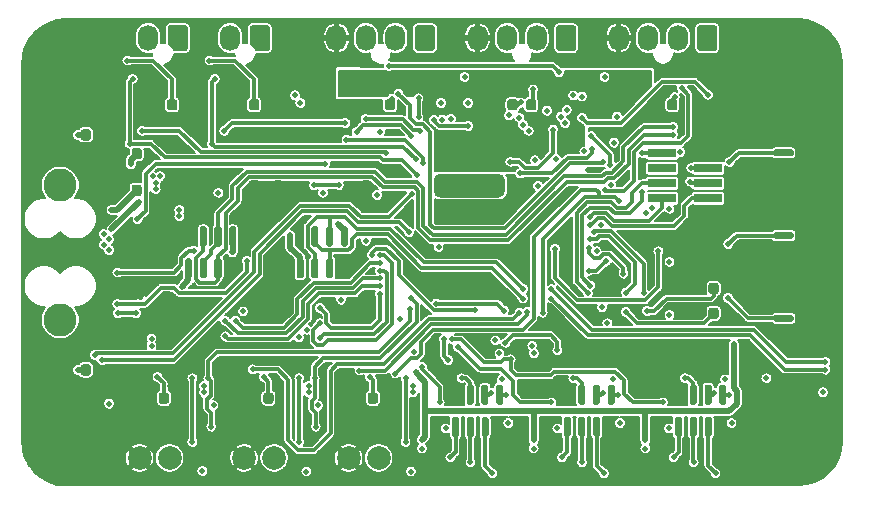
<source format=gbl>
%TF.GenerationSoftware,KiCad,Pcbnew,5.1.12-84ad8e8a86~92~ubuntu20.04.1*%
%TF.CreationDate,2021-12-22T16:18:44+01:00*%
%TF.ProjectId,uHoubolt_PCB_ECU,75486f75-626f-46c7-945f-5043425f4543,rev?*%
%TF.SameCoordinates,PX7270e00PY4c4b400*%
%TF.FileFunction,Copper,L4,Bot*%
%TF.FilePolarity,Positive*%
%FSLAX46Y46*%
G04 Gerber Fmt 4.6, Leading zero omitted, Abs format (unit mm)*
G04 Created by KiCad (PCBNEW 5.1.12-84ad8e8a86~92~ubuntu20.04.1) date 2021-12-22 16:18:44*
%MOMM*%
%LPD*%
G01*
G04 APERTURE LIST*
%TA.AperFunction,ComponentPad*%
%ADD10C,0.500000*%
%TD*%
%TA.AperFunction,ComponentPad*%
%ADD11C,2.800000*%
%TD*%
%TA.AperFunction,ComponentPad*%
%ADD12O,1.700000X2.200000*%
%TD*%
%TA.AperFunction,ComponentPad*%
%ADD13C,0.100000*%
%TD*%
%TA.AperFunction,ComponentPad*%
%ADD14C,2.000000*%
%TD*%
%TA.AperFunction,ComponentPad*%
%ADD15C,0.800000*%
%TD*%
%TA.AperFunction,ComponentPad*%
%ADD16C,6.400000*%
%TD*%
%TA.AperFunction,SMDPad,CuDef*%
%ADD17R,1.750000X1.750000*%
%TD*%
%TA.AperFunction,SMDPad,CuDef*%
%ADD18R,2.400000X0.740000*%
%TD*%
%TA.AperFunction,ViaPad*%
%ADD19C,0.500000*%
%TD*%
%TA.AperFunction,Conductor*%
%ADD20C,0.300000*%
%TD*%
%TA.AperFunction,Conductor*%
%ADD21C,0.500000*%
%TD*%
%TA.AperFunction,Conductor*%
%ADD22C,0.200000*%
%TD*%
%TA.AperFunction,Conductor*%
%ADD23C,0.100000*%
%TD*%
G04 APERTURE END LIST*
D10*
%TO.P,JP2,3*%
%TO.N,GND*%
X37100000Y-16650000D03*
X40600000Y-16650000D03*
X39200000Y-16650000D03*
X37100000Y-15950000D03*
X40600000Y-17350000D03*
X39900000Y-16650000D03*
X39200000Y-15950000D03*
X35700000Y-16650000D03*
X35700000Y-17350000D03*
X38500000Y-17350000D03*
X37800000Y-17350000D03*
X37100000Y-17350000D03*
X36400000Y-17350000D03*
X38500000Y-16650000D03*
X37800000Y-16650000D03*
X36400000Y-15950000D03*
X36400000Y-16650000D03*
X39900000Y-17350000D03*
X39200000Y-17350000D03*
X35700000Y-15950000D03*
X39900000Y-15950000D03*
X38500000Y-15950000D03*
X40600000Y-15950000D03*
X37800000Y-15950000D03*
%TO.P,JP2,2*%
%TO.N,+12V*%
X37800000Y-14350000D03*
X40600000Y-15050000D03*
X37100000Y-13650000D03*
X39200000Y-14350000D03*
X40600000Y-14350000D03*
X37100000Y-14350000D03*
X36400000Y-13650000D03*
X36400000Y-14350000D03*
X39900000Y-14350000D03*
X36400000Y-15050000D03*
X37100000Y-15050000D03*
X37800000Y-15050000D03*
X38500000Y-15050000D03*
X35700000Y-15050000D03*
X35700000Y-14350000D03*
X39200000Y-13650000D03*
X38500000Y-14350000D03*
X37800000Y-13650000D03*
X40600000Y-13650000D03*
X38500000Y-13650000D03*
X39900000Y-13650000D03*
X35700000Y-13650000D03*
X39200000Y-15050000D03*
X39900000Y-15050000D03*
%TO.P,JP2,3*%
%TO.N,GND*%
%TA.AperFunction,SMDPad,CuDef*%
G36*
G01*
X41150000Y-16150000D02*
X41150000Y-17150000D01*
G75*
G02*
X40650000Y-17650000I-500000J0D01*
G01*
X35650000Y-17650000D01*
G75*
G02*
X35150000Y-17150000I0J500000D01*
G01*
X35150000Y-16150000D01*
G75*
G02*
X35650000Y-15650000I500000J0D01*
G01*
X40650000Y-15650000D01*
G75*
G02*
X41150000Y-16150000I0J-500000D01*
G01*
G37*
%TD.AperFunction*%
%TO.P,JP2,1*%
%TO.N,VS*%
%TA.AperFunction,SMDPad,CuDef*%
G36*
G01*
X41150000Y-11550000D02*
X41150000Y-12550000D01*
G75*
G02*
X40650000Y-13050000I-500000J0D01*
G01*
X35650000Y-13050000D01*
G75*
G02*
X35150000Y-12550000I0J500000D01*
G01*
X35150000Y-11550000D01*
G75*
G02*
X35650000Y-11050000I500000J0D01*
G01*
X40650000Y-11050000D01*
G75*
G02*
X41150000Y-11550000I0J-500000D01*
G01*
G37*
%TD.AperFunction*%
%TO.P,JP2,2*%
%TO.N,+12V*%
%TA.AperFunction,SMDPad,CuDef*%
G36*
G01*
X41150000Y-13850000D02*
X41150000Y-14850000D01*
G75*
G02*
X40650000Y-15350000I-500000J0D01*
G01*
X35650000Y-15350000D01*
G75*
G02*
X35150000Y-14850000I0J500000D01*
G01*
X35150000Y-13850000D01*
G75*
G02*
X35650000Y-13350000I500000J0D01*
G01*
X40650000Y-13350000D01*
G75*
G02*
X41150000Y-13850000I0J-500000D01*
G01*
G37*
%TD.AperFunction*%
%TD*%
D11*
%TO.P,J1,1*%
%TO.N,+12V*%
X3500000Y-14300000D03*
%TO.P,J1,3*%
%TO.N,PYRO*%
X3500000Y-25700000D03*
%TO.P,J1,2*%
%TO.N,GND*%
X3500000Y-20000000D03*
%TD*%
D12*
%TO.P,J19,4*%
%TO.N,GND*%
X38850000Y-1850000D03*
%TO.P,J19,3*%
%TO.N,Net-(J19-Pad3)*%
X41350000Y-1850000D03*
%TO.P,J19,2*%
%TO.N,Net-(J19-Pad2)*%
X43850000Y-1850000D03*
%TO.P,J19,1*%
%TO.N,Net-(J19-Pad1)*%
%TA.AperFunction,ComponentPad*%
G36*
G01*
X46950000Y-2950000D02*
X45750000Y-2950000D01*
G75*
G02*
X45500000Y-2700000I0J250000D01*
G01*
X45500000Y-1000000D01*
G75*
G02*
X45750000Y-750000I250000J0D01*
G01*
X46950000Y-750000D01*
G75*
G02*
X47200000Y-1000000I0J-250000D01*
G01*
X47200000Y-2700000D01*
G75*
G02*
X46950000Y-2950000I-250000J0D01*
G01*
G37*
%TD.AperFunction*%
%TD*%
%TO.P,J18,4*%
%TO.N,GND*%
X26900000Y-1850000D03*
%TO.P,J18,3*%
%TO.N,Net-(J18-Pad3)*%
X29400000Y-1850000D03*
%TO.P,J18,2*%
%TO.N,Net-(J18-Pad2)*%
X31900000Y-1850000D03*
%TO.P,J18,1*%
%TO.N,Net-(J18-Pad1)*%
%TA.AperFunction,ComponentPad*%
G36*
G01*
X35000000Y-2950000D02*
X33800000Y-2950000D01*
G75*
G02*
X33550000Y-2700000I0J250000D01*
G01*
X33550000Y-1000000D01*
G75*
G02*
X33800000Y-750000I250000J0D01*
G01*
X35000000Y-750000D01*
G75*
G02*
X35250000Y-1000000I0J-250000D01*
G01*
X35250000Y-2700000D01*
G75*
G02*
X35000000Y-2950000I-250000J0D01*
G01*
G37*
%TD.AperFunction*%
%TD*%
%TO.P,J9,4*%
%TO.N,GND*%
X50800000Y-1850000D03*
%TO.P,J9,3*%
%TO.N,Net-(J9-Pad3)*%
X53300000Y-1850000D03*
%TO.P,J9,2*%
%TO.N,Net-(J9-Pad2)*%
X55800000Y-1850000D03*
%TO.P,J9,1*%
%TO.N,Net-(J9-Pad1)*%
%TA.AperFunction,ComponentPad*%
G36*
G01*
X58900000Y-2950000D02*
X57700000Y-2950000D01*
G75*
G02*
X57450000Y-2700000I0J250000D01*
G01*
X57450000Y-1000000D01*
G75*
G02*
X57700000Y-750000I250000J0D01*
G01*
X58900000Y-750000D01*
G75*
G02*
X59150000Y-1000000I0J-250000D01*
G01*
X59150000Y-2700000D01*
G75*
G02*
X58900000Y-2950000I-250000J0D01*
G01*
G37*
%TD.AperFunction*%
%TD*%
%TO.P,J20,2*%
%TO.N,Net-(D10-Pad2)*%
X17910000Y-1850000D03*
%TA.AperFunction,ComponentPad*%
D13*
%TO.P,J20,1*%
%TO.N,+12V*%
G36*
X19564804Y-951227D02*
G01*
X19579030Y-904329D01*
X19602133Y-861107D01*
X19633223Y-823223D01*
X19671107Y-792133D01*
X19714329Y-769030D01*
X19761227Y-754804D01*
X19810000Y-750000D01*
X21010000Y-750000D01*
X21058773Y-754804D01*
X21105671Y-769030D01*
X21148893Y-792133D01*
X21186777Y-823223D01*
X21217867Y-861107D01*
X21240970Y-904329D01*
X21255196Y-951227D01*
X21260000Y-1000000D01*
X21260000Y-2700000D01*
X21255196Y-2748773D01*
X21240970Y-2795671D01*
X21217867Y-2838893D01*
X21186777Y-2876777D01*
X21148893Y-2907867D01*
X21105671Y-2930970D01*
X21058773Y-2945196D01*
X21010000Y-2950000D01*
X20210000Y-2950000D01*
X20161227Y-2945196D01*
X20114329Y-2930970D01*
X20071107Y-2907867D01*
X20033223Y-2876777D01*
X19633223Y-2476777D01*
X19602133Y-2438893D01*
X19579030Y-2395671D01*
X19564804Y-2348773D01*
X19560000Y-2300000D01*
X19560000Y-1000000D01*
X19564804Y-951227D01*
G37*
%TD.AperFunction*%
%TD*%
D12*
%TO.P,J10,2*%
%TO.N,Net-(D7-Pad2)*%
X10960000Y-1850000D03*
%TA.AperFunction,ComponentPad*%
D13*
%TO.P,J10,1*%
%TO.N,+12V*%
G36*
X12614804Y-951227D02*
G01*
X12629030Y-904329D01*
X12652133Y-861107D01*
X12683223Y-823223D01*
X12721107Y-792133D01*
X12764329Y-769030D01*
X12811227Y-754804D01*
X12860000Y-750000D01*
X14060000Y-750000D01*
X14108773Y-754804D01*
X14155671Y-769030D01*
X14198893Y-792133D01*
X14236777Y-823223D01*
X14267867Y-861107D01*
X14290970Y-904329D01*
X14305196Y-951227D01*
X14310000Y-1000000D01*
X14310000Y-2700000D01*
X14305196Y-2748773D01*
X14290970Y-2795671D01*
X14267867Y-2838893D01*
X14236777Y-2876777D01*
X14198893Y-2907867D01*
X14155671Y-2930970D01*
X14108773Y-2945196D01*
X14060000Y-2950000D01*
X13260000Y-2950000D01*
X13211227Y-2945196D01*
X13164329Y-2930970D01*
X13121107Y-2907867D01*
X13083223Y-2876777D01*
X12683223Y-2476777D01*
X12652133Y-2438893D01*
X12629030Y-2395671D01*
X12614804Y-2348773D01*
X12610000Y-2300000D01*
X12610000Y-1000000D01*
X12614804Y-951227D01*
G37*
%TD.AperFunction*%
%TD*%
D14*
%TO.P,J22,2*%
%TO.N,Net-(J22-Pad2)*%
X12770000Y-37400000D03*
%TO.P,J22,1*%
%TO.N,GND*%
X10230000Y-37400000D03*
%TD*%
%TO.P,J21,2*%
%TO.N,Net-(J21-Pad2)*%
X21620000Y-37400000D03*
%TO.P,J21,1*%
%TO.N,GND*%
X19080000Y-37400000D03*
%TD*%
%TO.P,J11,2*%
%TO.N,Net-(J11-Pad2)*%
X30470000Y-37400000D03*
%TO.P,J11,1*%
%TO.N,GND*%
X27930000Y-37400000D03*
%TD*%
%TO.P,D17,2*%
%TO.N,Net-(D17-Pad2)*%
%TA.AperFunction,SMDPad,CuDef*%
G36*
G01*
X9550000Y-11906250D02*
X9550000Y-11393750D01*
G75*
G02*
X9768750Y-11175000I218750J0D01*
G01*
X10206250Y-11175000D01*
G75*
G02*
X10425000Y-11393750I0J-218750D01*
G01*
X10425000Y-11906250D01*
G75*
G02*
X10206250Y-12125000I-218750J0D01*
G01*
X9768750Y-12125000D01*
G75*
G02*
X9550000Y-11906250I0J218750D01*
G01*
G37*
%TD.AperFunction*%
%TO.P,D17,1*%
%TO.N,GND*%
%TA.AperFunction,SMDPad,CuDef*%
G36*
G01*
X7975000Y-11906250D02*
X7975000Y-11393750D01*
G75*
G02*
X8193750Y-11175000I218750J0D01*
G01*
X8631250Y-11175000D01*
G75*
G02*
X8850000Y-11393750I0J-218750D01*
G01*
X8850000Y-11906250D01*
G75*
G02*
X8631250Y-12125000I-218750J0D01*
G01*
X8193750Y-12125000D01*
G75*
G02*
X7975000Y-11906250I0J218750D01*
G01*
G37*
%TD.AperFunction*%
%TD*%
%TO.P,D3,2*%
%TO.N,Net-(D3-Pad2)*%
%TA.AperFunction,SMDPad,CuDef*%
G36*
G01*
X9550000Y-15006250D02*
X9550000Y-14493750D01*
G75*
G02*
X9768750Y-14275000I218750J0D01*
G01*
X10206250Y-14275000D01*
G75*
G02*
X10425000Y-14493750I0J-218750D01*
G01*
X10425000Y-15006250D01*
G75*
G02*
X10206250Y-15225000I-218750J0D01*
G01*
X9768750Y-15225000D01*
G75*
G02*
X9550000Y-15006250I0J218750D01*
G01*
G37*
%TD.AperFunction*%
%TO.P,D3,1*%
%TO.N,GND*%
%TA.AperFunction,SMDPad,CuDef*%
G36*
G01*
X7975000Y-15006250D02*
X7975000Y-14493750D01*
G75*
G02*
X8193750Y-14275000I218750J0D01*
G01*
X8631250Y-14275000D01*
G75*
G02*
X8850000Y-14493750I0J-218750D01*
G01*
X8850000Y-15006250D01*
G75*
G02*
X8631250Y-15225000I-218750J0D01*
G01*
X8193750Y-15225000D01*
G75*
G02*
X7975000Y-15006250I0J218750D01*
G01*
G37*
%TD.AperFunction*%
%TD*%
%TO.P,D16,2*%
%TO.N,Net-(D16-Pad2)*%
%TA.AperFunction,SMDPad,CuDef*%
G36*
G01*
X42950000Y-7756250D02*
X42950000Y-7243750D01*
G75*
G02*
X43168750Y-7025000I218750J0D01*
G01*
X43606250Y-7025000D01*
G75*
G02*
X43825000Y-7243750I0J-218750D01*
G01*
X43825000Y-7756250D01*
G75*
G02*
X43606250Y-7975000I-218750J0D01*
G01*
X43168750Y-7975000D01*
G75*
G02*
X42950000Y-7756250I0J218750D01*
G01*
G37*
%TD.AperFunction*%
%TO.P,D16,1*%
%TO.N,GND*%
%TA.AperFunction,SMDPad,CuDef*%
G36*
G01*
X41375000Y-7756250D02*
X41375000Y-7243750D01*
G75*
G02*
X41593750Y-7025000I218750J0D01*
G01*
X42031250Y-7025000D01*
G75*
G02*
X42250000Y-7243750I0J-218750D01*
G01*
X42250000Y-7756250D01*
G75*
G02*
X42031250Y-7975000I-218750J0D01*
G01*
X41593750Y-7975000D01*
G75*
G02*
X41375000Y-7756250I0J218750D01*
G01*
G37*
%TD.AperFunction*%
%TD*%
%TO.P,D15,2*%
%TO.N,Net-(D15-Pad2)*%
%TA.AperFunction,SMDPad,CuDef*%
G36*
G01*
X31000000Y-7756250D02*
X31000000Y-7243750D01*
G75*
G02*
X31218750Y-7025000I218750J0D01*
G01*
X31656250Y-7025000D01*
G75*
G02*
X31875000Y-7243750I0J-218750D01*
G01*
X31875000Y-7756250D01*
G75*
G02*
X31656250Y-7975000I-218750J0D01*
G01*
X31218750Y-7975000D01*
G75*
G02*
X31000000Y-7756250I0J218750D01*
G01*
G37*
%TD.AperFunction*%
%TO.P,D15,1*%
%TO.N,GND*%
%TA.AperFunction,SMDPad,CuDef*%
G36*
G01*
X29425000Y-7756250D02*
X29425000Y-7243750D01*
G75*
G02*
X29643750Y-7025000I218750J0D01*
G01*
X30081250Y-7025000D01*
G75*
G02*
X30300000Y-7243750I0J-218750D01*
G01*
X30300000Y-7756250D01*
G75*
G02*
X30081250Y-7975000I-218750J0D01*
G01*
X29643750Y-7975000D01*
G75*
G02*
X29425000Y-7756250I0J218750D01*
G01*
G37*
%TD.AperFunction*%
%TD*%
%TO.P,D14,2*%
%TO.N,Net-(D14-Pad2)*%
%TA.AperFunction,SMDPad,CuDef*%
G36*
G01*
X54900000Y-7756250D02*
X54900000Y-7243750D01*
G75*
G02*
X55118750Y-7025000I218750J0D01*
G01*
X55556250Y-7025000D01*
G75*
G02*
X55775000Y-7243750I0J-218750D01*
G01*
X55775000Y-7756250D01*
G75*
G02*
X55556250Y-7975000I-218750J0D01*
G01*
X55118750Y-7975000D01*
G75*
G02*
X54900000Y-7756250I0J218750D01*
G01*
G37*
%TD.AperFunction*%
%TO.P,D14,1*%
%TO.N,GND*%
%TA.AperFunction,SMDPad,CuDef*%
G36*
G01*
X53325000Y-7756250D02*
X53325000Y-7243750D01*
G75*
G02*
X53543750Y-7025000I218750J0D01*
G01*
X53981250Y-7025000D01*
G75*
G02*
X54200000Y-7243750I0J-218750D01*
G01*
X54200000Y-7756250D01*
G75*
G02*
X53981250Y-7975000I-218750J0D01*
G01*
X53543750Y-7975000D01*
G75*
G02*
X53325000Y-7756250I0J218750D01*
G01*
G37*
%TD.AperFunction*%
%TD*%
%TO.P,J23,MP*%
%TO.N,GND*%
%TA.AperFunction,SMDPad,CuDef*%
G36*
G01*
X35625000Y-27550000D02*
X35625000Y-29850000D01*
G75*
G02*
X35375000Y-30100000I-250000J0D01*
G01*
X34875000Y-30100000D01*
G75*
G02*
X34625000Y-29850000I0J250000D01*
G01*
X34625000Y-27550000D01*
G75*
G02*
X34875000Y-27300000I250000J0D01*
G01*
X35375000Y-27300000D01*
G75*
G02*
X35625000Y-27550000I0J-250000D01*
G01*
G37*
%TD.AperFunction*%
%TA.AperFunction,SMDPad,CuDef*%
G36*
G01*
X43075000Y-27550000D02*
X43075000Y-29850000D01*
G75*
G02*
X42825000Y-30100000I-250000J0D01*
G01*
X42325000Y-30100000D01*
G75*
G02*
X42075000Y-29850000I0J250000D01*
G01*
X42075000Y-27550000D01*
G75*
G02*
X42325000Y-27300000I250000J0D01*
G01*
X42825000Y-27300000D01*
G75*
G02*
X43075000Y-27550000I0J-250000D01*
G01*
G37*
%TD.AperFunction*%
%TO.P,J23,4*%
%TA.AperFunction,SMDPad,CuDef*%
G36*
G01*
X37275000Y-31350000D02*
X37275000Y-32750000D01*
G75*
G02*
X37125000Y-32900000I-150000J0D01*
G01*
X36825000Y-32900000D01*
G75*
G02*
X36675000Y-32750000I0J150000D01*
G01*
X36675000Y-31350000D01*
G75*
G02*
X36825000Y-31200000I150000J0D01*
G01*
X37125000Y-31200000D01*
G75*
G02*
X37275000Y-31350000I0J-150000D01*
G01*
G37*
%TD.AperFunction*%
%TO.P,J23,3*%
%TO.N,Net-(J23-Pad3)*%
%TA.AperFunction,SMDPad,CuDef*%
G36*
G01*
X38525000Y-31350000D02*
X38525000Y-32750000D01*
G75*
G02*
X38375000Y-32900000I-150000J0D01*
G01*
X38075000Y-32900000D01*
G75*
G02*
X37925000Y-32750000I0J150000D01*
G01*
X37925000Y-31350000D01*
G75*
G02*
X38075000Y-31200000I150000J0D01*
G01*
X38375000Y-31200000D01*
G75*
G02*
X38525000Y-31350000I0J-150000D01*
G01*
G37*
%TD.AperFunction*%
%TO.P,J23,2*%
%TO.N,Net-(J23-Pad2)*%
%TA.AperFunction,SMDPad,CuDef*%
G36*
G01*
X39775000Y-31350000D02*
X39775000Y-32750000D01*
G75*
G02*
X39625000Y-32900000I-150000J0D01*
G01*
X39325000Y-32900000D01*
G75*
G02*
X39175000Y-32750000I0J150000D01*
G01*
X39175000Y-31350000D01*
G75*
G02*
X39325000Y-31200000I150000J0D01*
G01*
X39625000Y-31200000D01*
G75*
G02*
X39775000Y-31350000I0J-150000D01*
G01*
G37*
%TD.AperFunction*%
%TO.P,J23,1*%
%TO.N,Net-(J23-Pad1)*%
%TA.AperFunction,SMDPad,CuDef*%
G36*
G01*
X41025000Y-31350000D02*
X41025000Y-32750000D01*
G75*
G02*
X40875000Y-32900000I-150000J0D01*
G01*
X40575000Y-32900000D01*
G75*
G02*
X40425000Y-32750000I0J150000D01*
G01*
X40425000Y-31350000D01*
G75*
G02*
X40575000Y-31200000I150000J0D01*
G01*
X40875000Y-31200000D01*
G75*
G02*
X41025000Y-31350000I0J-150000D01*
G01*
G37*
%TD.AperFunction*%
%TD*%
%TO.P,J38,MP*%
%TO.N,GND*%
%TA.AperFunction,SMDPad,CuDef*%
G36*
G01*
X19475000Y-25850000D02*
X19475000Y-23550000D01*
G75*
G02*
X19725000Y-23300000I250000J0D01*
G01*
X20225000Y-23300000D01*
G75*
G02*
X20475000Y-23550000I0J-250000D01*
G01*
X20475000Y-25850000D01*
G75*
G02*
X20225000Y-26100000I-250000J0D01*
G01*
X19725000Y-26100000D01*
G75*
G02*
X19475000Y-25850000I0J250000D01*
G01*
G37*
%TD.AperFunction*%
%TA.AperFunction,SMDPad,CuDef*%
G36*
G01*
X12025000Y-25850000D02*
X12025000Y-23550000D01*
G75*
G02*
X12275000Y-23300000I250000J0D01*
G01*
X12775000Y-23300000D01*
G75*
G02*
X13025000Y-23550000I0J-250000D01*
G01*
X13025000Y-25850000D01*
G75*
G02*
X12775000Y-26100000I-250000J0D01*
G01*
X12275000Y-26100000D01*
G75*
G02*
X12025000Y-25850000I0J250000D01*
G01*
G37*
%TD.AperFunction*%
%TO.P,J38,4*%
%TA.AperFunction,SMDPad,CuDef*%
G36*
G01*
X17825000Y-22050000D02*
X17825000Y-20650000D01*
G75*
G02*
X17975000Y-20500000I150000J0D01*
G01*
X18275000Y-20500000D01*
G75*
G02*
X18425000Y-20650000I0J-150000D01*
G01*
X18425000Y-22050000D01*
G75*
G02*
X18275000Y-22200000I-150000J0D01*
G01*
X17975000Y-22200000D01*
G75*
G02*
X17825000Y-22050000I0J150000D01*
G01*
G37*
%TD.AperFunction*%
%TO.P,J38,3*%
%TO.N,/CAN2_L*%
%TA.AperFunction,SMDPad,CuDef*%
G36*
G01*
X16575000Y-22050000D02*
X16575000Y-20650000D01*
G75*
G02*
X16725000Y-20500000I150000J0D01*
G01*
X17025000Y-20500000D01*
G75*
G02*
X17175000Y-20650000I0J-150000D01*
G01*
X17175000Y-22050000D01*
G75*
G02*
X17025000Y-22200000I-150000J0D01*
G01*
X16725000Y-22200000D01*
G75*
G02*
X16575000Y-22050000I0J150000D01*
G01*
G37*
%TD.AperFunction*%
%TO.P,J38,2*%
%TO.N,/CAN2_H*%
%TA.AperFunction,SMDPad,CuDef*%
G36*
G01*
X15325000Y-22050000D02*
X15325000Y-20650000D01*
G75*
G02*
X15475000Y-20500000I150000J0D01*
G01*
X15775000Y-20500000D01*
G75*
G02*
X15925000Y-20650000I0J-150000D01*
G01*
X15925000Y-22050000D01*
G75*
G02*
X15775000Y-22200000I-150000J0D01*
G01*
X15475000Y-22200000D01*
G75*
G02*
X15325000Y-22050000I0J150000D01*
G01*
G37*
%TD.AperFunction*%
%TO.P,J38,1*%
%TO.N,+5V*%
%TA.AperFunction,SMDPad,CuDef*%
G36*
G01*
X14075000Y-22050000D02*
X14075000Y-20650000D01*
G75*
G02*
X14225000Y-20500000I150000J0D01*
G01*
X14525000Y-20500000D01*
G75*
G02*
X14675000Y-20650000I0J-150000D01*
G01*
X14675000Y-22050000D01*
G75*
G02*
X14525000Y-22200000I-150000J0D01*
G01*
X14225000Y-22200000D01*
G75*
G02*
X14075000Y-22050000I0J150000D01*
G01*
G37*
%TD.AperFunction*%
%TD*%
%TO.P,J37,MP*%
%TO.N,GND*%
%TA.AperFunction,SMDPad,CuDef*%
G36*
G01*
X28925000Y-25850000D02*
X28925000Y-23550000D01*
G75*
G02*
X29175000Y-23300000I250000J0D01*
G01*
X29675000Y-23300000D01*
G75*
G02*
X29925000Y-23550000I0J-250000D01*
G01*
X29925000Y-25850000D01*
G75*
G02*
X29675000Y-26100000I-250000J0D01*
G01*
X29175000Y-26100000D01*
G75*
G02*
X28925000Y-25850000I0J250000D01*
G01*
G37*
%TD.AperFunction*%
%TA.AperFunction,SMDPad,CuDef*%
G36*
G01*
X21475000Y-25850000D02*
X21475000Y-23550000D01*
G75*
G02*
X21725000Y-23300000I250000J0D01*
G01*
X22225000Y-23300000D01*
G75*
G02*
X22475000Y-23550000I0J-250000D01*
G01*
X22475000Y-25850000D01*
G75*
G02*
X22225000Y-26100000I-250000J0D01*
G01*
X21725000Y-26100000D01*
G75*
G02*
X21475000Y-25850000I0J250000D01*
G01*
G37*
%TD.AperFunction*%
%TO.P,J37,4*%
%TA.AperFunction,SMDPad,CuDef*%
G36*
G01*
X27275000Y-22050000D02*
X27275000Y-20650000D01*
G75*
G02*
X27425000Y-20500000I150000J0D01*
G01*
X27725000Y-20500000D01*
G75*
G02*
X27875000Y-20650000I0J-150000D01*
G01*
X27875000Y-22050000D01*
G75*
G02*
X27725000Y-22200000I-150000J0D01*
G01*
X27425000Y-22200000D01*
G75*
G02*
X27275000Y-22050000I0J150000D01*
G01*
G37*
%TD.AperFunction*%
%TO.P,J37,3*%
%TO.N,/CAN1_L*%
%TA.AperFunction,SMDPad,CuDef*%
G36*
G01*
X26025000Y-22050000D02*
X26025000Y-20650000D01*
G75*
G02*
X26175000Y-20500000I150000J0D01*
G01*
X26475000Y-20500000D01*
G75*
G02*
X26625000Y-20650000I0J-150000D01*
G01*
X26625000Y-22050000D01*
G75*
G02*
X26475000Y-22200000I-150000J0D01*
G01*
X26175000Y-22200000D01*
G75*
G02*
X26025000Y-22050000I0J150000D01*
G01*
G37*
%TD.AperFunction*%
%TO.P,J37,2*%
%TO.N,/CAN1_H*%
%TA.AperFunction,SMDPad,CuDef*%
G36*
G01*
X24775000Y-22050000D02*
X24775000Y-20650000D01*
G75*
G02*
X24925000Y-20500000I150000J0D01*
G01*
X25225000Y-20500000D01*
G75*
G02*
X25375000Y-20650000I0J-150000D01*
G01*
X25375000Y-22050000D01*
G75*
G02*
X25225000Y-22200000I-150000J0D01*
G01*
X24925000Y-22200000D01*
G75*
G02*
X24775000Y-22050000I0J150000D01*
G01*
G37*
%TD.AperFunction*%
%TO.P,J37,1*%
%TO.N,+5V*%
%TA.AperFunction,SMDPad,CuDef*%
G36*
G01*
X23525000Y-22050000D02*
X23525000Y-20650000D01*
G75*
G02*
X23675000Y-20500000I150000J0D01*
G01*
X23975000Y-20500000D01*
G75*
G02*
X24125000Y-20650000I0J-150000D01*
G01*
X24125000Y-22050000D01*
G75*
G02*
X23975000Y-22200000I-150000J0D01*
G01*
X23675000Y-22200000D01*
G75*
G02*
X23525000Y-22050000I0J150000D01*
G01*
G37*
%TD.AperFunction*%
%TD*%
%TO.P,J36,MP*%
%TO.N,GND*%
%TA.AperFunction,SMDPad,CuDef*%
G36*
G01*
X13025000Y-14150000D02*
X13025000Y-16450000D01*
G75*
G02*
X12775000Y-16700000I-250000J0D01*
G01*
X12275000Y-16700000D01*
G75*
G02*
X12025000Y-16450000I0J250000D01*
G01*
X12025000Y-14150000D01*
G75*
G02*
X12275000Y-13900000I250000J0D01*
G01*
X12775000Y-13900000D01*
G75*
G02*
X13025000Y-14150000I0J-250000D01*
G01*
G37*
%TD.AperFunction*%
%TA.AperFunction,SMDPad,CuDef*%
G36*
G01*
X20475000Y-14150000D02*
X20475000Y-16450000D01*
G75*
G02*
X20225000Y-16700000I-250000J0D01*
G01*
X19725000Y-16700000D01*
G75*
G02*
X19475000Y-16450000I0J250000D01*
G01*
X19475000Y-14150000D01*
G75*
G02*
X19725000Y-13900000I250000J0D01*
G01*
X20225000Y-13900000D01*
G75*
G02*
X20475000Y-14150000I0J-250000D01*
G01*
G37*
%TD.AperFunction*%
%TO.P,J36,4*%
%TA.AperFunction,SMDPad,CuDef*%
G36*
G01*
X14675000Y-17950000D02*
X14675000Y-19350000D01*
G75*
G02*
X14525000Y-19500000I-150000J0D01*
G01*
X14225000Y-19500000D01*
G75*
G02*
X14075000Y-19350000I0J150000D01*
G01*
X14075000Y-17950000D01*
G75*
G02*
X14225000Y-17800000I150000J0D01*
G01*
X14525000Y-17800000D01*
G75*
G02*
X14675000Y-17950000I0J-150000D01*
G01*
G37*
%TD.AperFunction*%
%TO.P,J36,3*%
%TO.N,/CAN2_L*%
%TA.AperFunction,SMDPad,CuDef*%
G36*
G01*
X15925000Y-17950000D02*
X15925000Y-19350000D01*
G75*
G02*
X15775000Y-19500000I-150000J0D01*
G01*
X15475000Y-19500000D01*
G75*
G02*
X15325000Y-19350000I0J150000D01*
G01*
X15325000Y-17950000D01*
G75*
G02*
X15475000Y-17800000I150000J0D01*
G01*
X15775000Y-17800000D01*
G75*
G02*
X15925000Y-17950000I0J-150000D01*
G01*
G37*
%TD.AperFunction*%
%TO.P,J36,2*%
%TO.N,/CAN2_H*%
%TA.AperFunction,SMDPad,CuDef*%
G36*
G01*
X17175000Y-17950000D02*
X17175000Y-19350000D01*
G75*
G02*
X17025000Y-19500000I-150000J0D01*
G01*
X16725000Y-19500000D01*
G75*
G02*
X16575000Y-19350000I0J150000D01*
G01*
X16575000Y-17950000D01*
G75*
G02*
X16725000Y-17800000I150000J0D01*
G01*
X17025000Y-17800000D01*
G75*
G02*
X17175000Y-17950000I0J-150000D01*
G01*
G37*
%TD.AperFunction*%
%TO.P,J36,1*%
%TO.N,+5V*%
%TA.AperFunction,SMDPad,CuDef*%
G36*
G01*
X18425000Y-17950000D02*
X18425000Y-19350000D01*
G75*
G02*
X18275000Y-19500000I-150000J0D01*
G01*
X17975000Y-19500000D01*
G75*
G02*
X17825000Y-19350000I0J150000D01*
G01*
X17825000Y-17950000D01*
G75*
G02*
X17975000Y-17800000I150000J0D01*
G01*
X18275000Y-17800000D01*
G75*
G02*
X18425000Y-17950000I0J-150000D01*
G01*
G37*
%TD.AperFunction*%
%TD*%
%TO.P,J35,MP*%
%TO.N,GND*%
%TA.AperFunction,SMDPad,CuDef*%
G36*
G01*
X22475000Y-14150000D02*
X22475000Y-16450000D01*
G75*
G02*
X22225000Y-16700000I-250000J0D01*
G01*
X21725000Y-16700000D01*
G75*
G02*
X21475000Y-16450000I0J250000D01*
G01*
X21475000Y-14150000D01*
G75*
G02*
X21725000Y-13900000I250000J0D01*
G01*
X22225000Y-13900000D01*
G75*
G02*
X22475000Y-14150000I0J-250000D01*
G01*
G37*
%TD.AperFunction*%
%TA.AperFunction,SMDPad,CuDef*%
G36*
G01*
X29925000Y-14150000D02*
X29925000Y-16450000D01*
G75*
G02*
X29675000Y-16700000I-250000J0D01*
G01*
X29175000Y-16700000D01*
G75*
G02*
X28925000Y-16450000I0J250000D01*
G01*
X28925000Y-14150000D01*
G75*
G02*
X29175000Y-13900000I250000J0D01*
G01*
X29675000Y-13900000D01*
G75*
G02*
X29925000Y-14150000I0J-250000D01*
G01*
G37*
%TD.AperFunction*%
%TO.P,J35,4*%
%TA.AperFunction,SMDPad,CuDef*%
G36*
G01*
X24125000Y-17950000D02*
X24125000Y-19350000D01*
G75*
G02*
X23975000Y-19500000I-150000J0D01*
G01*
X23675000Y-19500000D01*
G75*
G02*
X23525000Y-19350000I0J150000D01*
G01*
X23525000Y-17950000D01*
G75*
G02*
X23675000Y-17800000I150000J0D01*
G01*
X23975000Y-17800000D01*
G75*
G02*
X24125000Y-17950000I0J-150000D01*
G01*
G37*
%TD.AperFunction*%
%TO.P,J35,3*%
%TO.N,/CAN1_L*%
%TA.AperFunction,SMDPad,CuDef*%
G36*
G01*
X25375000Y-17950000D02*
X25375000Y-19350000D01*
G75*
G02*
X25225000Y-19500000I-150000J0D01*
G01*
X24925000Y-19500000D01*
G75*
G02*
X24775000Y-19350000I0J150000D01*
G01*
X24775000Y-17950000D01*
G75*
G02*
X24925000Y-17800000I150000J0D01*
G01*
X25225000Y-17800000D01*
G75*
G02*
X25375000Y-17950000I0J-150000D01*
G01*
G37*
%TD.AperFunction*%
%TO.P,J35,2*%
%TO.N,/CAN1_H*%
%TA.AperFunction,SMDPad,CuDef*%
G36*
G01*
X26625000Y-17950000D02*
X26625000Y-19350000D01*
G75*
G02*
X26475000Y-19500000I-150000J0D01*
G01*
X26175000Y-19500000D01*
G75*
G02*
X26025000Y-19350000I0J150000D01*
G01*
X26025000Y-17950000D01*
G75*
G02*
X26175000Y-17800000I150000J0D01*
G01*
X26475000Y-17800000D01*
G75*
G02*
X26625000Y-17950000I0J-150000D01*
G01*
G37*
%TD.AperFunction*%
%TO.P,J35,1*%
%TO.N,+5V*%
%TA.AperFunction,SMDPad,CuDef*%
G36*
G01*
X27875000Y-17950000D02*
X27875000Y-19350000D01*
G75*
G02*
X27725000Y-19500000I-150000J0D01*
G01*
X27425000Y-19500000D01*
G75*
G02*
X27275000Y-19350000I0J150000D01*
G01*
X27275000Y-17950000D01*
G75*
G02*
X27425000Y-17800000I150000J0D01*
G01*
X27725000Y-17800000D01*
G75*
G02*
X27875000Y-17950000I0J-150000D01*
G01*
G37*
%TD.AperFunction*%
%TD*%
%TO.P,J17,MP*%
%TO.N,GND*%
%TA.AperFunction,SMDPad,CuDef*%
G36*
G01*
X69250000Y-8975000D02*
X66950000Y-8975000D01*
G75*
G02*
X66700000Y-8725000I0J250000D01*
G01*
X66700000Y-8225000D01*
G75*
G02*
X66950000Y-7975000I250000J0D01*
G01*
X69250000Y-7975000D01*
G75*
G02*
X69500000Y-8225000I0J-250000D01*
G01*
X69500000Y-8725000D01*
G75*
G02*
X69250000Y-8975000I-250000J0D01*
G01*
G37*
%TD.AperFunction*%
%TA.AperFunction,SMDPad,CuDef*%
G36*
G01*
X69250000Y-13925000D02*
X66950000Y-13925000D01*
G75*
G02*
X66700000Y-13675000I0J250000D01*
G01*
X66700000Y-13175000D01*
G75*
G02*
X66950000Y-12925000I250000J0D01*
G01*
X69250000Y-12925000D01*
G75*
G02*
X69500000Y-13175000I0J-250000D01*
G01*
X69500000Y-13675000D01*
G75*
G02*
X69250000Y-13925000I-250000J0D01*
G01*
G37*
%TD.AperFunction*%
%TO.P,J17,2*%
%TA.AperFunction,SMDPad,CuDef*%
G36*
G01*
X65450000Y-10625000D02*
X64050000Y-10625000D01*
G75*
G02*
X63900000Y-10475000I0J150000D01*
G01*
X63900000Y-10175000D01*
G75*
G02*
X64050000Y-10025000I150000J0D01*
G01*
X65450000Y-10025000D01*
G75*
G02*
X65600000Y-10175000I0J-150000D01*
G01*
X65600000Y-10475000D01*
G75*
G02*
X65450000Y-10625000I-150000J0D01*
G01*
G37*
%TD.AperFunction*%
%TO.P,J17,1*%
%TO.N,Net-(C55-Pad2)*%
%TA.AperFunction,SMDPad,CuDef*%
G36*
G01*
X65450000Y-11875000D02*
X64050000Y-11875000D01*
G75*
G02*
X63900000Y-11725000I0J150000D01*
G01*
X63900000Y-11425000D01*
G75*
G02*
X64050000Y-11275000I150000J0D01*
G01*
X65450000Y-11275000D01*
G75*
G02*
X65600000Y-11425000I0J-150000D01*
G01*
X65600000Y-11725000D01*
G75*
G02*
X65450000Y-11875000I-150000J0D01*
G01*
G37*
%TD.AperFunction*%
%TD*%
%TO.P,J16,MP*%
%TO.N,GND*%
%TA.AperFunction,SMDPad,CuDef*%
G36*
G01*
X69250000Y-22975000D02*
X66950000Y-22975000D01*
G75*
G02*
X66700000Y-22725000I0J250000D01*
G01*
X66700000Y-22225000D01*
G75*
G02*
X66950000Y-21975000I250000J0D01*
G01*
X69250000Y-21975000D01*
G75*
G02*
X69500000Y-22225000I0J-250000D01*
G01*
X69500000Y-22725000D01*
G75*
G02*
X69250000Y-22975000I-250000J0D01*
G01*
G37*
%TD.AperFunction*%
%TA.AperFunction,SMDPad,CuDef*%
G36*
G01*
X69250000Y-27925000D02*
X66950000Y-27925000D01*
G75*
G02*
X66700000Y-27675000I0J250000D01*
G01*
X66700000Y-27175000D01*
G75*
G02*
X66950000Y-26925000I250000J0D01*
G01*
X69250000Y-26925000D01*
G75*
G02*
X69500000Y-27175000I0J-250000D01*
G01*
X69500000Y-27675000D01*
G75*
G02*
X69250000Y-27925000I-250000J0D01*
G01*
G37*
%TD.AperFunction*%
%TO.P,J16,2*%
%TA.AperFunction,SMDPad,CuDef*%
G36*
G01*
X65450000Y-24625000D02*
X64050000Y-24625000D01*
G75*
G02*
X63900000Y-24475000I0J150000D01*
G01*
X63900000Y-24175000D01*
G75*
G02*
X64050000Y-24025000I150000J0D01*
G01*
X65450000Y-24025000D01*
G75*
G02*
X65600000Y-24175000I0J-150000D01*
G01*
X65600000Y-24475000D01*
G75*
G02*
X65450000Y-24625000I-150000J0D01*
G01*
G37*
%TD.AperFunction*%
%TO.P,J16,1*%
%TO.N,Net-(C54-Pad2)*%
%TA.AperFunction,SMDPad,CuDef*%
G36*
G01*
X65450000Y-25875000D02*
X64050000Y-25875000D01*
G75*
G02*
X63900000Y-25725000I0J150000D01*
G01*
X63900000Y-25425000D01*
G75*
G02*
X64050000Y-25275000I150000J0D01*
G01*
X65450000Y-25275000D01*
G75*
G02*
X65600000Y-25425000I0J-150000D01*
G01*
X65600000Y-25725000D01*
G75*
G02*
X65450000Y-25875000I-150000J0D01*
G01*
G37*
%TD.AperFunction*%
%TD*%
%TO.P,J15,MP*%
%TO.N,GND*%
%TA.AperFunction,SMDPad,CuDef*%
G36*
G01*
X45065000Y-27540000D02*
X45065000Y-29840000D01*
G75*
G02*
X44815000Y-30090000I-250000J0D01*
G01*
X44315000Y-30090000D01*
G75*
G02*
X44065000Y-29840000I0J250000D01*
G01*
X44065000Y-27540000D01*
G75*
G02*
X44315000Y-27290000I250000J0D01*
G01*
X44815000Y-27290000D01*
G75*
G02*
X45065000Y-27540000I0J-250000D01*
G01*
G37*
%TD.AperFunction*%
%TA.AperFunction,SMDPad,CuDef*%
G36*
G01*
X52515000Y-27540000D02*
X52515000Y-29840000D01*
G75*
G02*
X52265000Y-30090000I-250000J0D01*
G01*
X51765000Y-30090000D01*
G75*
G02*
X51515000Y-29840000I0J250000D01*
G01*
X51515000Y-27540000D01*
G75*
G02*
X51765000Y-27290000I250000J0D01*
G01*
X52265000Y-27290000D01*
G75*
G02*
X52515000Y-27540000I0J-250000D01*
G01*
G37*
%TD.AperFunction*%
%TO.P,J15,4*%
%TA.AperFunction,SMDPad,CuDef*%
G36*
G01*
X46715000Y-31340000D02*
X46715000Y-32740000D01*
G75*
G02*
X46565000Y-32890000I-150000J0D01*
G01*
X46265000Y-32890000D01*
G75*
G02*
X46115000Y-32740000I0J150000D01*
G01*
X46115000Y-31340000D01*
G75*
G02*
X46265000Y-31190000I150000J0D01*
G01*
X46565000Y-31190000D01*
G75*
G02*
X46715000Y-31340000I0J-150000D01*
G01*
G37*
%TD.AperFunction*%
%TO.P,J15,3*%
%TO.N,Net-(J15-Pad3)*%
%TA.AperFunction,SMDPad,CuDef*%
G36*
G01*
X47965000Y-31340000D02*
X47965000Y-32740000D01*
G75*
G02*
X47815000Y-32890000I-150000J0D01*
G01*
X47515000Y-32890000D01*
G75*
G02*
X47365000Y-32740000I0J150000D01*
G01*
X47365000Y-31340000D01*
G75*
G02*
X47515000Y-31190000I150000J0D01*
G01*
X47815000Y-31190000D01*
G75*
G02*
X47965000Y-31340000I0J-150000D01*
G01*
G37*
%TD.AperFunction*%
%TO.P,J15,2*%
%TO.N,Net-(J15-Pad2)*%
%TA.AperFunction,SMDPad,CuDef*%
G36*
G01*
X49215000Y-31340000D02*
X49215000Y-32740000D01*
G75*
G02*
X49065000Y-32890000I-150000J0D01*
G01*
X48765000Y-32890000D01*
G75*
G02*
X48615000Y-32740000I0J150000D01*
G01*
X48615000Y-31340000D01*
G75*
G02*
X48765000Y-31190000I150000J0D01*
G01*
X49065000Y-31190000D01*
G75*
G02*
X49215000Y-31340000I0J-150000D01*
G01*
G37*
%TD.AperFunction*%
%TO.P,J15,1*%
%TO.N,Net-(J15-Pad1)*%
%TA.AperFunction,SMDPad,CuDef*%
G36*
G01*
X50465000Y-31340000D02*
X50465000Y-32740000D01*
G75*
G02*
X50315000Y-32890000I-150000J0D01*
G01*
X50015000Y-32890000D01*
G75*
G02*
X49865000Y-32740000I0J150000D01*
G01*
X49865000Y-31340000D01*
G75*
G02*
X50015000Y-31190000I150000J0D01*
G01*
X50315000Y-31190000D01*
G75*
G02*
X50465000Y-31340000I0J-150000D01*
G01*
G37*
%TD.AperFunction*%
%TD*%
%TO.P,J14,MP*%
%TO.N,GND*%
%TA.AperFunction,SMDPad,CuDef*%
G36*
G01*
X60975000Y-39260000D02*
X60975000Y-36960000D01*
G75*
G02*
X61225000Y-36710000I250000J0D01*
G01*
X61725000Y-36710000D01*
G75*
G02*
X61975000Y-36960000I0J-250000D01*
G01*
X61975000Y-39260000D01*
G75*
G02*
X61725000Y-39510000I-250000J0D01*
G01*
X61225000Y-39510000D01*
G75*
G02*
X60975000Y-39260000I0J250000D01*
G01*
G37*
%TD.AperFunction*%
%TA.AperFunction,SMDPad,CuDef*%
G36*
G01*
X53525000Y-39260000D02*
X53525000Y-36960000D01*
G75*
G02*
X53775000Y-36710000I250000J0D01*
G01*
X54275000Y-36710000D01*
G75*
G02*
X54525000Y-36960000I0J-250000D01*
G01*
X54525000Y-39260000D01*
G75*
G02*
X54275000Y-39510000I-250000J0D01*
G01*
X53775000Y-39510000D01*
G75*
G02*
X53525000Y-39260000I0J250000D01*
G01*
G37*
%TD.AperFunction*%
%TO.P,J14,4*%
%TA.AperFunction,SMDPad,CuDef*%
G36*
G01*
X59325000Y-35460000D02*
X59325000Y-34060000D01*
G75*
G02*
X59475000Y-33910000I150000J0D01*
G01*
X59775000Y-33910000D01*
G75*
G02*
X59925000Y-34060000I0J-150000D01*
G01*
X59925000Y-35460000D01*
G75*
G02*
X59775000Y-35610000I-150000J0D01*
G01*
X59475000Y-35610000D01*
G75*
G02*
X59325000Y-35460000I0J150000D01*
G01*
G37*
%TD.AperFunction*%
%TO.P,J14,3*%
%TO.N,Net-(J14-Pad3)*%
%TA.AperFunction,SMDPad,CuDef*%
G36*
G01*
X58075000Y-35460000D02*
X58075000Y-34060000D01*
G75*
G02*
X58225000Y-33910000I150000J0D01*
G01*
X58525000Y-33910000D01*
G75*
G02*
X58675000Y-34060000I0J-150000D01*
G01*
X58675000Y-35460000D01*
G75*
G02*
X58525000Y-35610000I-150000J0D01*
G01*
X58225000Y-35610000D01*
G75*
G02*
X58075000Y-35460000I0J150000D01*
G01*
G37*
%TD.AperFunction*%
%TO.P,J14,2*%
%TO.N,Net-(J14-Pad2)*%
%TA.AperFunction,SMDPad,CuDef*%
G36*
G01*
X56825000Y-35460000D02*
X56825000Y-34060000D01*
G75*
G02*
X56975000Y-33910000I150000J0D01*
G01*
X57275000Y-33910000D01*
G75*
G02*
X57425000Y-34060000I0J-150000D01*
G01*
X57425000Y-35460000D01*
G75*
G02*
X57275000Y-35610000I-150000J0D01*
G01*
X56975000Y-35610000D01*
G75*
G02*
X56825000Y-35460000I0J150000D01*
G01*
G37*
%TD.AperFunction*%
%TO.P,J14,1*%
%TO.N,Net-(J14-Pad1)*%
%TA.AperFunction,SMDPad,CuDef*%
G36*
G01*
X55575000Y-35460000D02*
X55575000Y-34060000D01*
G75*
G02*
X55725000Y-33910000I150000J0D01*
G01*
X56025000Y-33910000D01*
G75*
G02*
X56175000Y-34060000I0J-150000D01*
G01*
X56175000Y-35460000D01*
G75*
G02*
X56025000Y-35610000I-150000J0D01*
G01*
X55725000Y-35610000D01*
G75*
G02*
X55575000Y-35460000I0J150000D01*
G01*
G37*
%TD.AperFunction*%
%TD*%
%TO.P,J13,MP*%
%TO.N,GND*%
%TA.AperFunction,SMDPad,CuDef*%
G36*
G01*
X51535000Y-39260000D02*
X51535000Y-36960000D01*
G75*
G02*
X51785000Y-36710000I250000J0D01*
G01*
X52285000Y-36710000D01*
G75*
G02*
X52535000Y-36960000I0J-250000D01*
G01*
X52535000Y-39260000D01*
G75*
G02*
X52285000Y-39510000I-250000J0D01*
G01*
X51785000Y-39510000D01*
G75*
G02*
X51535000Y-39260000I0J250000D01*
G01*
G37*
%TD.AperFunction*%
%TA.AperFunction,SMDPad,CuDef*%
G36*
G01*
X44085000Y-39260000D02*
X44085000Y-36960000D01*
G75*
G02*
X44335000Y-36710000I250000J0D01*
G01*
X44835000Y-36710000D01*
G75*
G02*
X45085000Y-36960000I0J-250000D01*
G01*
X45085000Y-39260000D01*
G75*
G02*
X44835000Y-39510000I-250000J0D01*
G01*
X44335000Y-39510000D01*
G75*
G02*
X44085000Y-39260000I0J250000D01*
G01*
G37*
%TD.AperFunction*%
%TO.P,J13,4*%
%TA.AperFunction,SMDPad,CuDef*%
G36*
G01*
X49885000Y-35460000D02*
X49885000Y-34060000D01*
G75*
G02*
X50035000Y-33910000I150000J0D01*
G01*
X50335000Y-33910000D01*
G75*
G02*
X50485000Y-34060000I0J-150000D01*
G01*
X50485000Y-35460000D01*
G75*
G02*
X50335000Y-35610000I-150000J0D01*
G01*
X50035000Y-35610000D01*
G75*
G02*
X49885000Y-35460000I0J150000D01*
G01*
G37*
%TD.AperFunction*%
%TO.P,J13,3*%
%TO.N,Net-(J13-Pad3)*%
%TA.AperFunction,SMDPad,CuDef*%
G36*
G01*
X48635000Y-35460000D02*
X48635000Y-34060000D01*
G75*
G02*
X48785000Y-33910000I150000J0D01*
G01*
X49085000Y-33910000D01*
G75*
G02*
X49235000Y-34060000I0J-150000D01*
G01*
X49235000Y-35460000D01*
G75*
G02*
X49085000Y-35610000I-150000J0D01*
G01*
X48785000Y-35610000D01*
G75*
G02*
X48635000Y-35460000I0J150000D01*
G01*
G37*
%TD.AperFunction*%
%TO.P,J13,2*%
%TO.N,Net-(J13-Pad2)*%
%TA.AperFunction,SMDPad,CuDef*%
G36*
G01*
X47385000Y-35460000D02*
X47385000Y-34060000D01*
G75*
G02*
X47535000Y-33910000I150000J0D01*
G01*
X47835000Y-33910000D01*
G75*
G02*
X47985000Y-34060000I0J-150000D01*
G01*
X47985000Y-35460000D01*
G75*
G02*
X47835000Y-35610000I-150000J0D01*
G01*
X47535000Y-35610000D01*
G75*
G02*
X47385000Y-35460000I0J150000D01*
G01*
G37*
%TD.AperFunction*%
%TO.P,J13,1*%
%TO.N,Net-(J13-Pad1)*%
%TA.AperFunction,SMDPad,CuDef*%
G36*
G01*
X46135000Y-35460000D02*
X46135000Y-34060000D01*
G75*
G02*
X46285000Y-33910000I150000J0D01*
G01*
X46585000Y-33910000D01*
G75*
G02*
X46735000Y-34060000I0J-150000D01*
G01*
X46735000Y-35460000D01*
G75*
G02*
X46585000Y-35610000I-150000J0D01*
G01*
X46285000Y-35610000D01*
G75*
G02*
X46135000Y-35460000I0J150000D01*
G01*
G37*
%TD.AperFunction*%
%TD*%
%TO.P,J12,MP*%
%TO.N,GND*%
%TA.AperFunction,SMDPad,CuDef*%
G36*
G01*
X42085000Y-39280000D02*
X42085000Y-36980000D01*
G75*
G02*
X42335000Y-36730000I250000J0D01*
G01*
X42835000Y-36730000D01*
G75*
G02*
X43085000Y-36980000I0J-250000D01*
G01*
X43085000Y-39280000D01*
G75*
G02*
X42835000Y-39530000I-250000J0D01*
G01*
X42335000Y-39530000D01*
G75*
G02*
X42085000Y-39280000I0J250000D01*
G01*
G37*
%TD.AperFunction*%
%TA.AperFunction,SMDPad,CuDef*%
G36*
G01*
X34635000Y-39280000D02*
X34635000Y-36980000D01*
G75*
G02*
X34885000Y-36730000I250000J0D01*
G01*
X35385000Y-36730000D01*
G75*
G02*
X35635000Y-36980000I0J-250000D01*
G01*
X35635000Y-39280000D01*
G75*
G02*
X35385000Y-39530000I-250000J0D01*
G01*
X34885000Y-39530000D01*
G75*
G02*
X34635000Y-39280000I0J250000D01*
G01*
G37*
%TD.AperFunction*%
%TO.P,J12,4*%
%TA.AperFunction,SMDPad,CuDef*%
G36*
G01*
X40435000Y-35480000D02*
X40435000Y-34080000D01*
G75*
G02*
X40585000Y-33930000I150000J0D01*
G01*
X40885000Y-33930000D01*
G75*
G02*
X41035000Y-34080000I0J-150000D01*
G01*
X41035000Y-35480000D01*
G75*
G02*
X40885000Y-35630000I-150000J0D01*
G01*
X40585000Y-35630000D01*
G75*
G02*
X40435000Y-35480000I0J150000D01*
G01*
G37*
%TD.AperFunction*%
%TO.P,J12,3*%
%TO.N,Net-(J12-Pad3)*%
%TA.AperFunction,SMDPad,CuDef*%
G36*
G01*
X39185000Y-35480000D02*
X39185000Y-34080000D01*
G75*
G02*
X39335000Y-33930000I150000J0D01*
G01*
X39635000Y-33930000D01*
G75*
G02*
X39785000Y-34080000I0J-150000D01*
G01*
X39785000Y-35480000D01*
G75*
G02*
X39635000Y-35630000I-150000J0D01*
G01*
X39335000Y-35630000D01*
G75*
G02*
X39185000Y-35480000I0J150000D01*
G01*
G37*
%TD.AperFunction*%
%TO.P,J12,2*%
%TO.N,Net-(J12-Pad2)*%
%TA.AperFunction,SMDPad,CuDef*%
G36*
G01*
X37935000Y-35480000D02*
X37935000Y-34080000D01*
G75*
G02*
X38085000Y-33930000I150000J0D01*
G01*
X38385000Y-33930000D01*
G75*
G02*
X38535000Y-34080000I0J-150000D01*
G01*
X38535000Y-35480000D01*
G75*
G02*
X38385000Y-35630000I-150000J0D01*
G01*
X38085000Y-35630000D01*
G75*
G02*
X37935000Y-35480000I0J150000D01*
G01*
G37*
%TD.AperFunction*%
%TO.P,J12,1*%
%TO.N,Net-(J12-Pad1)*%
%TA.AperFunction,SMDPad,CuDef*%
G36*
G01*
X36685000Y-35480000D02*
X36685000Y-34080000D01*
G75*
G02*
X36835000Y-33930000I150000J0D01*
G01*
X37135000Y-33930000D01*
G75*
G02*
X37285000Y-34080000I0J-150000D01*
G01*
X37285000Y-35480000D01*
G75*
G02*
X37135000Y-35630000I-150000J0D01*
G01*
X36835000Y-35630000D01*
G75*
G02*
X36685000Y-35480000I0J150000D01*
G01*
G37*
%TD.AperFunction*%
%TD*%
%TO.P,J8,MP*%
%TO.N,GND*%
%TA.AperFunction,SMDPad,CuDef*%
G36*
G01*
X69250000Y-15975000D02*
X66950000Y-15975000D01*
G75*
G02*
X66700000Y-15725000I0J250000D01*
G01*
X66700000Y-15225000D01*
G75*
G02*
X66950000Y-14975000I250000J0D01*
G01*
X69250000Y-14975000D01*
G75*
G02*
X69500000Y-15225000I0J-250000D01*
G01*
X69500000Y-15725000D01*
G75*
G02*
X69250000Y-15975000I-250000J0D01*
G01*
G37*
%TD.AperFunction*%
%TA.AperFunction,SMDPad,CuDef*%
G36*
G01*
X69250000Y-20925000D02*
X66950000Y-20925000D01*
G75*
G02*
X66700000Y-20675000I0J250000D01*
G01*
X66700000Y-20175000D01*
G75*
G02*
X66950000Y-19925000I250000J0D01*
G01*
X69250000Y-19925000D01*
G75*
G02*
X69500000Y-20175000I0J-250000D01*
G01*
X69500000Y-20675000D01*
G75*
G02*
X69250000Y-20925000I-250000J0D01*
G01*
G37*
%TD.AperFunction*%
%TO.P,J8,2*%
%TA.AperFunction,SMDPad,CuDef*%
G36*
G01*
X65450000Y-17625000D02*
X64050000Y-17625000D01*
G75*
G02*
X63900000Y-17475000I0J150000D01*
G01*
X63900000Y-17175000D01*
G75*
G02*
X64050000Y-17025000I150000J0D01*
G01*
X65450000Y-17025000D01*
G75*
G02*
X65600000Y-17175000I0J-150000D01*
G01*
X65600000Y-17475000D01*
G75*
G02*
X65450000Y-17625000I-150000J0D01*
G01*
G37*
%TD.AperFunction*%
%TO.P,J8,1*%
%TO.N,Net-(C42-Pad2)*%
%TA.AperFunction,SMDPad,CuDef*%
G36*
G01*
X65450000Y-18875000D02*
X64050000Y-18875000D01*
G75*
G02*
X63900000Y-18725000I0J150000D01*
G01*
X63900000Y-18425000D01*
G75*
G02*
X64050000Y-18275000I150000J0D01*
G01*
X65450000Y-18275000D01*
G75*
G02*
X65600000Y-18425000I0J-150000D01*
G01*
X65600000Y-18725000D01*
G75*
G02*
X65450000Y-18875000I-150000J0D01*
G01*
G37*
%TD.AperFunction*%
%TD*%
%TO.P,J7,MP*%
%TO.N,GND*%
%TA.AperFunction,SMDPad,CuDef*%
G36*
G01*
X54515000Y-27540000D02*
X54515000Y-29840000D01*
G75*
G02*
X54265000Y-30090000I-250000J0D01*
G01*
X53765000Y-30090000D01*
G75*
G02*
X53515000Y-29840000I0J250000D01*
G01*
X53515000Y-27540000D01*
G75*
G02*
X53765000Y-27290000I250000J0D01*
G01*
X54265000Y-27290000D01*
G75*
G02*
X54515000Y-27540000I0J-250000D01*
G01*
G37*
%TD.AperFunction*%
%TA.AperFunction,SMDPad,CuDef*%
G36*
G01*
X61965000Y-27540000D02*
X61965000Y-29840000D01*
G75*
G02*
X61715000Y-30090000I-250000J0D01*
G01*
X61215000Y-30090000D01*
G75*
G02*
X60965000Y-29840000I0J250000D01*
G01*
X60965000Y-27540000D01*
G75*
G02*
X61215000Y-27290000I250000J0D01*
G01*
X61715000Y-27290000D01*
G75*
G02*
X61965000Y-27540000I0J-250000D01*
G01*
G37*
%TD.AperFunction*%
%TO.P,J7,4*%
%TA.AperFunction,SMDPad,CuDef*%
G36*
G01*
X56165000Y-31340000D02*
X56165000Y-32740000D01*
G75*
G02*
X56015000Y-32890000I-150000J0D01*
G01*
X55715000Y-32890000D01*
G75*
G02*
X55565000Y-32740000I0J150000D01*
G01*
X55565000Y-31340000D01*
G75*
G02*
X55715000Y-31190000I150000J0D01*
G01*
X56015000Y-31190000D01*
G75*
G02*
X56165000Y-31340000I0J-150000D01*
G01*
G37*
%TD.AperFunction*%
%TO.P,J7,3*%
%TO.N,Net-(J7-Pad3)*%
%TA.AperFunction,SMDPad,CuDef*%
G36*
G01*
X57415000Y-31340000D02*
X57415000Y-32740000D01*
G75*
G02*
X57265000Y-32890000I-150000J0D01*
G01*
X56965000Y-32890000D01*
G75*
G02*
X56815000Y-32740000I0J150000D01*
G01*
X56815000Y-31340000D01*
G75*
G02*
X56965000Y-31190000I150000J0D01*
G01*
X57265000Y-31190000D01*
G75*
G02*
X57415000Y-31340000I0J-150000D01*
G01*
G37*
%TD.AperFunction*%
%TO.P,J7,2*%
%TO.N,Net-(J7-Pad2)*%
%TA.AperFunction,SMDPad,CuDef*%
G36*
G01*
X58665000Y-31340000D02*
X58665000Y-32740000D01*
G75*
G02*
X58515000Y-32890000I-150000J0D01*
G01*
X58215000Y-32890000D01*
G75*
G02*
X58065000Y-32740000I0J150000D01*
G01*
X58065000Y-31340000D01*
G75*
G02*
X58215000Y-31190000I150000J0D01*
G01*
X58515000Y-31190000D01*
G75*
G02*
X58665000Y-31340000I0J-150000D01*
G01*
G37*
%TD.AperFunction*%
%TO.P,J7,1*%
%TO.N,Net-(J7-Pad1)*%
%TA.AperFunction,SMDPad,CuDef*%
G36*
G01*
X59915000Y-31340000D02*
X59915000Y-32740000D01*
G75*
G02*
X59765000Y-32890000I-150000J0D01*
G01*
X59465000Y-32890000D01*
G75*
G02*
X59315000Y-32740000I0J150000D01*
G01*
X59315000Y-31340000D01*
G75*
G02*
X59465000Y-31190000I150000J0D01*
G01*
X59765000Y-31190000D01*
G75*
G02*
X59915000Y-31340000I0J-150000D01*
G01*
G37*
%TD.AperFunction*%
%TD*%
%TO.P,D12,2*%
%TO.N,Net-(D12-Pad2)*%
%TA.AperFunction,SMDPad,CuDef*%
G36*
G01*
X11850000Y-32606250D02*
X11850000Y-32093750D01*
G75*
G02*
X12068750Y-31875000I218750J0D01*
G01*
X12506250Y-31875000D01*
G75*
G02*
X12725000Y-32093750I0J-218750D01*
G01*
X12725000Y-32606250D01*
G75*
G02*
X12506250Y-32825000I-218750J0D01*
G01*
X12068750Y-32825000D01*
G75*
G02*
X11850000Y-32606250I0J218750D01*
G01*
G37*
%TD.AperFunction*%
%TO.P,D12,1*%
%TO.N,GND*%
%TA.AperFunction,SMDPad,CuDef*%
G36*
G01*
X10275000Y-32606250D02*
X10275000Y-32093750D01*
G75*
G02*
X10493750Y-31875000I218750J0D01*
G01*
X10931250Y-31875000D01*
G75*
G02*
X11150000Y-32093750I0J-218750D01*
G01*
X11150000Y-32606250D01*
G75*
G02*
X10931250Y-32825000I-218750J0D01*
G01*
X10493750Y-32825000D01*
G75*
G02*
X10275000Y-32606250I0J218750D01*
G01*
G37*
%TD.AperFunction*%
%TD*%
%TO.P,D11,2*%
%TO.N,Net-(D11-Pad2)*%
%TA.AperFunction,SMDPad,CuDef*%
G36*
G01*
X20700000Y-32606250D02*
X20700000Y-32093750D01*
G75*
G02*
X20918750Y-31875000I218750J0D01*
G01*
X21356250Y-31875000D01*
G75*
G02*
X21575000Y-32093750I0J-218750D01*
G01*
X21575000Y-32606250D01*
G75*
G02*
X21356250Y-32825000I-218750J0D01*
G01*
X20918750Y-32825000D01*
G75*
G02*
X20700000Y-32606250I0J218750D01*
G01*
G37*
%TD.AperFunction*%
%TO.P,D11,1*%
%TO.N,GND*%
%TA.AperFunction,SMDPad,CuDef*%
G36*
G01*
X19125000Y-32606250D02*
X19125000Y-32093750D01*
G75*
G02*
X19343750Y-31875000I218750J0D01*
G01*
X19781250Y-31875000D01*
G75*
G02*
X20000000Y-32093750I0J-218750D01*
G01*
X20000000Y-32606250D01*
G75*
G02*
X19781250Y-32825000I-218750J0D01*
G01*
X19343750Y-32825000D01*
G75*
G02*
X19125000Y-32606250I0J218750D01*
G01*
G37*
%TD.AperFunction*%
%TD*%
%TO.P,D9,2*%
%TO.N,Net-(D9-Pad2)*%
%TA.AperFunction,SMDPad,CuDef*%
G36*
G01*
X19500000Y-7756250D02*
X19500000Y-7243750D01*
G75*
G02*
X19718750Y-7025000I218750J0D01*
G01*
X20156250Y-7025000D01*
G75*
G02*
X20375000Y-7243750I0J-218750D01*
G01*
X20375000Y-7756250D01*
G75*
G02*
X20156250Y-7975000I-218750J0D01*
G01*
X19718750Y-7975000D01*
G75*
G02*
X19500000Y-7756250I0J218750D01*
G01*
G37*
%TD.AperFunction*%
%TO.P,D9,1*%
%TO.N,GND*%
%TA.AperFunction,SMDPad,CuDef*%
G36*
G01*
X17925000Y-7756250D02*
X17925000Y-7243750D01*
G75*
G02*
X18143750Y-7025000I218750J0D01*
G01*
X18581250Y-7025000D01*
G75*
G02*
X18800000Y-7243750I0J-218750D01*
G01*
X18800000Y-7756250D01*
G75*
G02*
X18581250Y-7975000I-218750J0D01*
G01*
X18143750Y-7975000D01*
G75*
G02*
X17925000Y-7756250I0J218750D01*
G01*
G37*
%TD.AperFunction*%
%TD*%
%TO.P,D8,2*%
%TO.N,Net-(D8-Pad2)*%
%TA.AperFunction,SMDPad,CuDef*%
G36*
G01*
X29550000Y-32606250D02*
X29550000Y-32093750D01*
G75*
G02*
X29768750Y-31875000I218750J0D01*
G01*
X30206250Y-31875000D01*
G75*
G02*
X30425000Y-32093750I0J-218750D01*
G01*
X30425000Y-32606250D01*
G75*
G02*
X30206250Y-32825000I-218750J0D01*
G01*
X29768750Y-32825000D01*
G75*
G02*
X29550000Y-32606250I0J218750D01*
G01*
G37*
%TD.AperFunction*%
%TO.P,D8,1*%
%TO.N,GND*%
%TA.AperFunction,SMDPad,CuDef*%
G36*
G01*
X27975000Y-32606250D02*
X27975000Y-32093750D01*
G75*
G02*
X28193750Y-31875000I218750J0D01*
G01*
X28631250Y-31875000D01*
G75*
G02*
X28850000Y-32093750I0J-218750D01*
G01*
X28850000Y-32606250D01*
G75*
G02*
X28631250Y-32825000I-218750J0D01*
G01*
X28193750Y-32825000D01*
G75*
G02*
X27975000Y-32606250I0J218750D01*
G01*
G37*
%TD.AperFunction*%
%TD*%
%TO.P,D6,2*%
%TO.N,Net-(D6-Pad2)*%
%TA.AperFunction,SMDPad,CuDef*%
G36*
G01*
X12550000Y-7756250D02*
X12550000Y-7243750D01*
G75*
G02*
X12768750Y-7025000I218750J0D01*
G01*
X13206250Y-7025000D01*
G75*
G02*
X13425000Y-7243750I0J-218750D01*
G01*
X13425000Y-7756250D01*
G75*
G02*
X13206250Y-7975000I-218750J0D01*
G01*
X12768750Y-7975000D01*
G75*
G02*
X12550000Y-7756250I0J218750D01*
G01*
G37*
%TD.AperFunction*%
%TO.P,D6,1*%
%TO.N,GND*%
%TA.AperFunction,SMDPad,CuDef*%
G36*
G01*
X10975000Y-7756250D02*
X10975000Y-7243750D01*
G75*
G02*
X11193750Y-7025000I218750J0D01*
G01*
X11631250Y-7025000D01*
G75*
G02*
X11850000Y-7243750I0J-218750D01*
G01*
X11850000Y-7756250D01*
G75*
G02*
X11631250Y-7975000I-218750J0D01*
G01*
X11193750Y-7975000D01*
G75*
G02*
X10975000Y-7756250I0J218750D01*
G01*
G37*
%TD.AperFunction*%
%TD*%
D15*
%TO.P,H4,1*%
%TO.N,GND*%
X67697056Y-34302944D03*
X66000000Y-33600000D03*
X64302944Y-34302944D03*
X63600000Y-36000000D03*
X64302944Y-37697056D03*
X66000000Y-38400000D03*
X67697056Y-37697056D03*
X68400000Y-36000000D03*
D16*
X66000000Y-36000000D03*
%TD*%
D15*
%TO.P,H3,1*%
%TO.N,GND*%
X67697056Y-2302944D03*
X66000000Y-1600000D03*
X64302944Y-2302944D03*
X63600000Y-4000000D03*
X64302944Y-5697056D03*
X66000000Y-6400000D03*
X67697056Y-5697056D03*
X68400000Y-4000000D03*
D16*
X66000000Y-4000000D03*
%TD*%
D15*
%TO.P,H2,1*%
%TO.N,GND*%
X5697056Y-34302944D03*
X4000000Y-33600000D03*
X2302944Y-34302944D03*
X1600000Y-36000000D03*
X2302944Y-37697056D03*
X4000000Y-38400000D03*
X5697056Y-37697056D03*
X6400000Y-36000000D03*
D16*
X4000000Y-36000000D03*
%TD*%
D15*
%TO.P,H1,1*%
%TO.N,GND*%
X5697056Y-2302944D03*
X4000000Y-1600000D03*
X2302944Y-2302944D03*
X1600000Y-4000000D03*
X2302944Y-5697056D03*
X4000000Y-6400000D03*
X5697056Y-5697056D03*
X6400000Y-4000000D03*
D16*
X4000000Y-4000000D03*
%TD*%
D17*
%TO.P,U2,17*%
%TO.N,GND*%
X9690000Y-23090000D03*
D10*
X9065000Y-23715000D03*
X9065000Y-22465000D03*
X10315000Y-23715000D03*
X10315000Y-22465000D03*
%TD*%
D18*
%TO.P,J2,8*%
%TO.N,/UART_RX*%
X54450000Y-15405000D03*
%TO.P,J2,7*%
%TO.N,/UART_TX*%
X58350000Y-15405000D03*
%TO.P,J2,6*%
%TO.N,/SWDIO*%
X54450000Y-14135000D03*
%TO.P,J2,5*%
%TO.N,/SWCLK*%
X58350000Y-14135000D03*
%TO.P,J2,4*%
%TO.N,Net-(J2-Pad4)*%
X54450000Y-12865000D03*
%TO.P,J2,3*%
%TO.N,/NRST*%
X58350000Y-12865000D03*
%TO.P,J2,2*%
%TO.N,+3V3*%
X54450000Y-11595000D03*
%TO.P,J2,1*%
%TO.N,GND*%
X58350000Y-11595000D03*
%TD*%
%TO.P,D5,2*%
%TO.N,Net-(D5-Pad2)*%
%TA.AperFunction,SMDPad,CuDef*%
G36*
G01*
X58400000Y-25406250D02*
X58400000Y-24893750D01*
G75*
G02*
X58618750Y-24675000I218750J0D01*
G01*
X59056250Y-24675000D01*
G75*
G02*
X59275000Y-24893750I0J-218750D01*
G01*
X59275000Y-25406250D01*
G75*
G02*
X59056250Y-25625000I-218750J0D01*
G01*
X58618750Y-25625000D01*
G75*
G02*
X58400000Y-25406250I0J218750D01*
G01*
G37*
%TD.AperFunction*%
%TO.P,D5,1*%
%TO.N,GND*%
%TA.AperFunction,SMDPad,CuDef*%
G36*
G01*
X56825000Y-25406250D02*
X56825000Y-24893750D01*
G75*
G02*
X57043750Y-24675000I218750J0D01*
G01*
X57481250Y-24675000D01*
G75*
G02*
X57700000Y-24893750I0J-218750D01*
G01*
X57700000Y-25406250D01*
G75*
G02*
X57481250Y-25625000I-218750J0D01*
G01*
X57043750Y-25625000D01*
G75*
G02*
X56825000Y-25406250I0J218750D01*
G01*
G37*
%TD.AperFunction*%
%TD*%
%TO.P,D4,2*%
%TO.N,Net-(D4-Pad2)*%
%TA.AperFunction,SMDPad,CuDef*%
G36*
G01*
X58400000Y-23306250D02*
X58400000Y-22793750D01*
G75*
G02*
X58618750Y-22575000I218750J0D01*
G01*
X59056250Y-22575000D01*
G75*
G02*
X59275000Y-22793750I0J-218750D01*
G01*
X59275000Y-23306250D01*
G75*
G02*
X59056250Y-23525000I-218750J0D01*
G01*
X58618750Y-23525000D01*
G75*
G02*
X58400000Y-23306250I0J218750D01*
G01*
G37*
%TD.AperFunction*%
%TO.P,D4,1*%
%TO.N,GND*%
%TA.AperFunction,SMDPad,CuDef*%
G36*
G01*
X56825000Y-23306250D02*
X56825000Y-22793750D01*
G75*
G02*
X57043750Y-22575000I218750J0D01*
G01*
X57481250Y-22575000D01*
G75*
G02*
X57700000Y-22793750I0J-218750D01*
G01*
X57700000Y-23306250D01*
G75*
G02*
X57481250Y-23525000I-218750J0D01*
G01*
X57043750Y-23525000D01*
G75*
G02*
X56825000Y-23306250I0J218750D01*
G01*
G37*
%TD.AperFunction*%
%TD*%
%TO.P,D2,2*%
%TO.N,Net-(D2-Pad2)*%
%TA.AperFunction,SMDPad,CuDef*%
G36*
G01*
X5250000Y-30206250D02*
X5250000Y-29693750D01*
G75*
G02*
X5468750Y-29475000I218750J0D01*
G01*
X5906250Y-29475000D01*
G75*
G02*
X6125000Y-29693750I0J-218750D01*
G01*
X6125000Y-30206250D01*
G75*
G02*
X5906250Y-30425000I-218750J0D01*
G01*
X5468750Y-30425000D01*
G75*
G02*
X5250000Y-30206250I0J218750D01*
G01*
G37*
%TD.AperFunction*%
%TO.P,D2,1*%
%TO.N,GND*%
%TA.AperFunction,SMDPad,CuDef*%
G36*
G01*
X3675000Y-30206250D02*
X3675000Y-29693750D01*
G75*
G02*
X3893750Y-29475000I218750J0D01*
G01*
X4331250Y-29475000D01*
G75*
G02*
X4550000Y-29693750I0J-218750D01*
G01*
X4550000Y-30206250D01*
G75*
G02*
X4331250Y-30425000I-218750J0D01*
G01*
X3893750Y-30425000D01*
G75*
G02*
X3675000Y-30206250I0J218750D01*
G01*
G37*
%TD.AperFunction*%
%TD*%
%TO.P,D1,2*%
%TO.N,Net-(D1-Pad2)*%
%TA.AperFunction,SMDPad,CuDef*%
G36*
G01*
X5250000Y-10306250D02*
X5250000Y-9793750D01*
G75*
G02*
X5468750Y-9575000I218750J0D01*
G01*
X5906250Y-9575000D01*
G75*
G02*
X6125000Y-9793750I0J-218750D01*
G01*
X6125000Y-10306250D01*
G75*
G02*
X5906250Y-10525000I-218750J0D01*
G01*
X5468750Y-10525000D01*
G75*
G02*
X5250000Y-10306250I0J218750D01*
G01*
G37*
%TD.AperFunction*%
%TO.P,D1,1*%
%TO.N,GND*%
%TA.AperFunction,SMDPad,CuDef*%
G36*
G01*
X3675000Y-10306250D02*
X3675000Y-9793750D01*
G75*
G02*
X3893750Y-9575000I218750J0D01*
G01*
X4331250Y-9575000D01*
G75*
G02*
X4550000Y-9793750I0J-218750D01*
G01*
X4550000Y-10306250D01*
G75*
G02*
X4331250Y-10525000I-218750J0D01*
G01*
X3893750Y-10525000D01*
G75*
G02*
X3675000Y-10306250I0J218750D01*
G01*
G37*
%TD.AperFunction*%
%TD*%
D19*
%TO.N,GND*%
X30000000Y-14550000D03*
X27800000Y-14700000D03*
X44800000Y-28100000D03*
X64300000Y-24200000D03*
X10150000Y-35600000D03*
X12850000Y-35600000D03*
X12850000Y-31300000D03*
X10150000Y-31300000D03*
X11350000Y-20550000D03*
X11950000Y-20550000D03*
X12250000Y-20050000D03*
X12850000Y-20050000D03*
X12550000Y-19550000D03*
X12550000Y-20550000D03*
X11650000Y-20050000D03*
X11950000Y-19550000D03*
X13150000Y-19550000D03*
X33050000Y-16300000D03*
X33050000Y-16850000D03*
X13150000Y-20550000D03*
X22200000Y-9800000D03*
X22800000Y-9950000D03*
X22200000Y-10400000D03*
X24850000Y-10450000D03*
X24150000Y-9900000D03*
X24850000Y-9750000D03*
X15700000Y-33950000D03*
X15700000Y-34500000D03*
X15700000Y-35050000D03*
X24550000Y-35050000D03*
X24550000Y-34500000D03*
X24550000Y-33950000D03*
X33600000Y-33950000D03*
X33600000Y-34500000D03*
X33600000Y-35050000D03*
X21700000Y-31300000D03*
X21700000Y-35600000D03*
X19000000Y-31300000D03*
X19000000Y-35600000D03*
X27850000Y-31300000D03*
X27850000Y-35600000D03*
X30550000Y-35600000D03*
X30550000Y-31300000D03*
X8800000Y-7200000D03*
X8800000Y-7750000D03*
X8250000Y-7200000D03*
X8250000Y-7750000D03*
X7700000Y-7200000D03*
X7700000Y-7750000D03*
X7700000Y-6650000D03*
X7700000Y-6100000D03*
X7700000Y-5550000D03*
X14650000Y-7200000D03*
X14650000Y-6100000D03*
X15750000Y-7750000D03*
X15750000Y-7200000D03*
X14650000Y-5550000D03*
X14650000Y-7750000D03*
X15200000Y-7200000D03*
X15200000Y-7750000D03*
X14650000Y-6650000D03*
X30550000Y-7500000D03*
X49700000Y-19200000D03*
X36600000Y-8700000D03*
X38050000Y-7350000D03*
X36350000Y-31300000D03*
X36800000Y-28600000D03*
X54700000Y-31350000D03*
X45100000Y-31350000D03*
X44700000Y-34500000D03*
X39050000Y-27350000D03*
X65800000Y-31450000D03*
X65500000Y-27900000D03*
X61500000Y-19150000D03*
X63700000Y-14200000D03*
X63250000Y-10350000D03*
X38850000Y-31050000D03*
X16975000Y-30000000D03*
X16500000Y-27075000D03*
X29120000Y-19790000D03*
X20910000Y-16470000D03*
X22140000Y-19190000D03*
X39400000Y-21950000D03*
X35550000Y-22050000D03*
X14000000Y-11100000D03*
X37750000Y-5150000D03*
X31600000Y-9800000D03*
X26000000Y-7550000D03*
X25800000Y-5350000D03*
X51000000Y-14200000D03*
X44950000Y-3250000D03*
X46250000Y-9050000D03*
X54550000Y-17200000D03*
X60000000Y-16900000D03*
X57200000Y-16850000D03*
X48200000Y-13000000D03*
X50650000Y-8500000D03*
X56150000Y-8050000D03*
X40250000Y-37250000D03*
X49650000Y-37250000D03*
X59100000Y-37250000D03*
X33000000Y-3250000D03*
X56900000Y-3250000D03*
X52600000Y-28350000D03*
X29000000Y-12500000D03*
X29950000Y-21600000D03*
X57100000Y-11200000D03*
X37500000Y-22000000D03*
X49550000Y-23200000D03*
X59550000Y-21250000D03*
X67200000Y-9850000D03*
X68100000Y-19000000D03*
X68000000Y-21450000D03*
X67850000Y-23700000D03*
X65250000Y-26500000D03*
X68300000Y-12300000D03*
X57150000Y-20200000D03*
X55150000Y-22300000D03*
X13950000Y-24350000D03*
X18750000Y-17100000D03*
X24050000Y-17400000D03*
X23350000Y-22900000D03*
X49600000Y-5150000D03*
X59350000Y-6300000D03*
X42350000Y-21200000D03*
X43150000Y-18050000D03*
X42400000Y-14850000D03*
X37300000Y-37450000D03*
X46750000Y-37450000D03*
X57750000Y-37300000D03*
X48300000Y-37300000D03*
X38850000Y-37300000D03*
X56200000Y-37450000D03*
X59850000Y-29800000D03*
X59800000Y-24650000D03*
X57900000Y-29850000D03*
X48450000Y-29550000D03*
X52000000Y-18350000D03*
X27300000Y-24700000D03*
X50200000Y-24700000D03*
X58000000Y-24650000D03*
X42500000Y-7300000D03*
X34550000Y-25100000D03*
X28470000Y-14700000D03*
X28900000Y-20300000D03*
X46000000Y-20350000D03*
X41950000Y-28400000D03*
%TO.N,+12V*%
X9950000Y-25150000D03*
X8400000Y-25150000D03*
X7200000Y-18450000D03*
X7650000Y-18900000D03*
X7200000Y-19350000D03*
X7650000Y-19800000D03*
X25750000Y-14950000D03*
%TO.N,+5V*%
X10200000Y-15700000D03*
X7850000Y-18050000D03*
X43600000Y-35900000D03*
X53050000Y-35900000D03*
X59800000Y-33450000D03*
X50350000Y-33450000D03*
X40900000Y-33450000D03*
X34000000Y-30550000D03*
X13600000Y-16950000D03*
X13600000Y-16400000D03*
X34150000Y-35849987D03*
X13849999Y-22900001D03*
X33599992Y-30150000D03*
X27000001Y-17550000D03*
X60550000Y-27750000D03*
X18099998Y-20000000D03*
X22989985Y-18539999D03*
%TO.N,+3V3*%
X35850000Y-8750000D03*
X45900000Y-8500000D03*
X7650000Y-32800000D03*
X15550000Y-38500000D03*
X24350000Y-38550000D03*
X33200000Y-38550000D03*
X25350000Y-32950000D03*
X16500000Y-32950000D03*
X45600000Y-34900000D03*
X55050000Y-34900000D03*
X60350000Y-34450000D03*
X50900000Y-34450000D03*
X41450000Y-34450000D03*
X11600000Y-14650000D03*
X11950000Y-13550000D03*
X11350000Y-13550000D03*
X11600000Y-14100000D03*
X55100000Y-25300000D03*
X55100000Y-20800000D03*
X55100000Y-16300000D03*
X23850000Y-7350000D03*
X35750000Y-7350000D03*
X27300000Y-24000000D03*
X48946439Y-19903561D03*
X49304761Y-17649988D03*
X33450002Y-28400000D03*
X40350000Y-27450000D03*
X40700000Y-28550000D03*
X68100000Y-31850000D03*
X36150000Y-34900000D03*
X23400000Y-6700000D03*
X29400000Y-19000011D03*
X30600000Y-9800000D03*
X45500000Y-12100000D03*
X55999998Y-11499994D03*
X47700002Y-6800000D03*
X47891137Y-11449978D03*
X50150000Y-14250000D03*
X30350000Y-15149992D03*
X32309999Y-25639999D03*
X49400000Y-24650000D03*
X52800000Y-11599979D03*
%TO.N,PYRO*%
X15700000Y-31850000D03*
X15700000Y-31300000D03*
X24550000Y-31300000D03*
X24550000Y-31850000D03*
X33400000Y-31300000D03*
X33400000Y-31850000D03*
%TO.N,/SERVO_1_FDBK*%
X38050000Y-9300000D03*
X35150000Y-8800000D03*
X45750000Y-4750000D03*
X31324990Y-4200000D03*
%TO.N,/TEMP_1*%
X44725010Y-8000000D03*
X43175000Y-9700000D03*
X43700000Y-12200000D03*
X45400000Y-19700000D03*
X54150000Y-19900000D03*
%TO.N,/PRESS_1*%
X45100000Y-32700000D03*
X37199997Y-27999997D03*
%TO.N,Net-(D1-Pad2)*%
X5000000Y-10050000D03*
%TO.N,Net-(D2-Pad2)*%
X5000000Y-29950000D03*
%TO.N,Net-(D4-Pad2)*%
X53200000Y-24950000D03*
%TO.N,Net-(D5-Pad2)*%
X51400000Y-25050002D03*
%TO.N,Net-(D6-Pad2)*%
X9200000Y-3750000D03*
%TO.N,Net-(D8-Pad2)*%
X29750000Y-30550000D03*
%TO.N,/SWDIO*%
X48200000Y-23450000D03*
%TO.N,/SWCLK*%
X48400000Y-22800000D03*
X52800000Y-14900002D03*
X56850000Y-14000000D03*
%TO.N,/NRST*%
X56950000Y-12850000D03*
X48550000Y-11250033D03*
X42450001Y-13300000D03*
%TO.N,/CAN1_L*%
X42700000Y-23900000D03*
X45100000Y-23900000D03*
X68300000Y-29925000D03*
%TO.N,/CAN1_H*%
X42700000Y-23100000D03*
X45100000Y-23100000D03*
X68300000Y-29275000D03*
%TO.N,/CAN2_L*%
X55400000Y-10025000D03*
%TO.N,/CAN2_H*%
X55400000Y-9375000D03*
%TO.N,Net-(J7-Pad3)*%
X56400000Y-30650000D03*
%TO.N,Net-(J7-Pad2)*%
X58900000Y-31900000D03*
%TO.N,Net-(J7-Pad1)*%
X60150000Y-32050000D03*
%TO.N,/12V_SENSE*%
X28600000Y-9800000D03*
X33219792Y-10119804D03*
%TO.N,/PYRO_SENSE*%
X6450000Y-28680000D03*
X33269991Y-15050024D03*
%TO.N,/5V_SENSE*%
X10050000Y-17200000D03*
X25950002Y-12500006D03*
%TO.N,/LED_1*%
X52900000Y-23400000D03*
X48674968Y-18275022D03*
%TO.N,/LED_2*%
X48346931Y-18893094D03*
X51400000Y-23400000D03*
%TO.N,/PYRO_1_CTRL*%
X42400000Y-25100000D03*
X19800000Y-29900000D03*
%TO.N,/SERVO_1_PWM*%
X50104221Y-12599988D03*
X48475214Y-10150022D03*
%TO.N,/PYRO_1_CURR*%
X16300000Y-34750000D03*
X16050000Y-30650000D03*
X33149992Y-24750000D03*
%TO.N,/PYRO_1_CONT*%
X24375000Y-26540000D03*
X43630000Y-28539994D03*
%TO.N,/QSPI1_BK1_IO3*%
X25500000Y-24700000D03*
X30600000Y-23500006D03*
%TO.N,/QSPI1_BK1_IO2*%
X30600000Y-22850003D03*
X17500000Y-27099998D03*
%TO.N,/QSPI1_BK1_IO1*%
X30600000Y-22200000D03*
X17500000Y-25799988D03*
%TO.N,/QSPI1_BK1_IO0*%
X25500000Y-27250000D03*
X30600000Y-21550000D03*
%TO.N,/QSPI1_BK1_NCS*%
X30600000Y-20900000D03*
X18360000Y-25780000D03*
%TO.N,/QSPI1_CLK*%
X25500000Y-26000000D03*
X30600976Y-20225550D03*
%TO.N,/CLK*%
X34250004Y-12400000D03*
X27750006Y-10450000D03*
%TO.N,/IMU_INT*%
X48300000Y-19600000D03*
X51200000Y-21800000D03*
%TO.N,/SPI_SCK*%
X49733553Y-20716447D03*
X48250000Y-21550000D03*
%TO.N,/PRESS_2*%
X35650000Y-32700000D03*
X34137523Y-29691373D03*
%TO.N,/PRESS_3*%
X41200000Y-27650000D03*
X45600000Y-28300000D03*
%TO.N,/PRESS_4*%
X36000000Y-27350000D03*
X36350012Y-29109263D03*
%TO.N,/TEMP_2*%
X42701668Y-9200000D03*
X46400000Y-7950000D03*
X53100000Y-16650000D03*
%TO.N,/SERVO_2_FDBK*%
X33849998Y-8550006D03*
X33850000Y-6949966D03*
%TO.N,Net-(D9-Pad2)*%
X16150000Y-3750000D03*
%TO.N,Net-(D11-Pad2)*%
X20750000Y-30550000D03*
%TO.N,Net-(D12-Pad2)*%
X11750000Y-30550000D03*
%TO.N,Net-(J12-Pad3)*%
X40100000Y-38700000D03*
%TO.N,Net-(J12-Pad2)*%
X38250000Y-37769896D03*
%TO.N,Net-(J12-Pad1)*%
X36550000Y-37349992D03*
%TO.N,Net-(J13-Pad3)*%
X49550000Y-38700000D03*
%TO.N,Net-(J13-Pad2)*%
X47700000Y-37769948D03*
%TO.N,Net-(J13-Pad1)*%
X46000000Y-37350000D03*
%TO.N,Net-(J14-Pad3)*%
X59000000Y-38700000D03*
%TO.N,Net-(J14-Pad2)*%
X57150000Y-37769800D03*
%TO.N,Net-(J14-Pad1)*%
X55450000Y-37350000D03*
%TO.N,Net-(J15-Pad3)*%
X46950000Y-30650000D03*
%TO.N,Net-(J15-Pad2)*%
X49450000Y-31919998D03*
%TO.N,Net-(J15-Pad1)*%
X50700000Y-32050000D03*
%TO.N,/SERVO_2_PWM*%
X32150000Y-6550016D03*
X49450000Y-12350000D03*
%TO.N,/PYRO_2_CTRL*%
X41100000Y-24924998D03*
X19000000Y-25000000D03*
X35351409Y-24323591D03*
%TO.N,/PYRO_2_CURR*%
X7060000Y-29100000D03*
X33050000Y-18280000D03*
%TO.N,/PYRO_2_CONT*%
X23725000Y-27200000D03*
X43475840Y-27900020D03*
%TO.N,/SERVO_2_CURR*%
X29372418Y-8699989D03*
X33950000Y-9700013D03*
%TO.N,Net-(J11-Pad2)*%
X32750000Y-36050000D03*
X32750000Y-30650000D03*
%TO.N,Net-(J21-Pad2)*%
X23750000Y-36050000D03*
X23750000Y-30650000D03*
%TO.N,Net-(J22-Pad2)*%
X14700000Y-36050000D03*
X14700000Y-30650000D03*
%TO.N,Net-(C42-Pad2)*%
X60075000Y-19300000D03*
%TO.N,Net-(C54-Pad2)*%
X60050000Y-23850000D03*
%TO.N,Net-(C55-Pad2)*%
X60175000Y-12350000D03*
%TO.N,/5V_unfused*%
X8350000Y-21700000D03*
X63300000Y-30649998D03*
X16900000Y-14950000D03*
X35550000Y-19550000D03*
X50400000Y-10700008D03*
X43974681Y-14374681D03*
X49837998Y-25989969D03*
X14800000Y-19850000D03*
%TO.N,VS*%
X27900000Y-5200000D03*
X28600000Y-5200000D03*
X29350000Y-5200000D03*
X29350000Y-5900000D03*
X27900000Y-5900000D03*
X28600000Y-5900000D03*
X40550000Y-5900000D03*
X41300000Y-5200000D03*
X39850000Y-5200000D03*
X39850000Y-5900000D03*
X40550000Y-5200000D03*
X41300000Y-5900000D03*
X51800000Y-5200000D03*
X53250000Y-5900000D03*
X53250000Y-5200000D03*
X51800000Y-5900000D03*
X52500000Y-5900000D03*
X52500000Y-5200000D03*
%TO.N,/5V_PGOOD*%
X8350000Y-24350000D03*
X38650000Y-24900000D03*
X29920000Y-20210000D03*
X19310000Y-20730000D03*
%TO.N,Net-(J23-Pad3)*%
X37500000Y-30650000D03*
%TO.N,Net-(J23-Pad2)*%
X40000000Y-31900000D03*
%TO.N,Net-(J23-Pad1)*%
X41250000Y-32100000D03*
%TO.N,Net-(D14-Pad2)*%
X55550000Y-6850000D03*
%TO.N,Net-(D15-Pad2)*%
X31617837Y-6973254D03*
%TO.N,Net-(D16-Pad2)*%
X43553519Y-6196399D03*
%TO.N,+12VA*%
X59800000Y-30750000D03*
X50350000Y-30750000D03*
X40900000Y-30750000D03*
X34150000Y-36599988D03*
X43600000Y-36600002D03*
X53050000Y-36600000D03*
X11250000Y-27900000D03*
X11250000Y-27300000D03*
%TO.N,/12VA_SENSE*%
X24980000Y-14320000D03*
X27100000Y-14300000D03*
%TO.N,Net-(D3-Pad2)*%
X7850000Y-16400000D03*
%TO.N,Net-(D17-Pad2)*%
X9500000Y-12550000D03*
%TO.N,/PRESS_0*%
X54550000Y-32700000D03*
X41650000Y-29050000D03*
X36650000Y-27350000D03*
%TO.N,/SERVO_0_FDBK*%
X58350000Y-6650000D03*
X42400000Y-8600000D03*
X47699994Y-8600000D03*
%TO.N,/UART_RX*%
X48350000Y-17000000D03*
%TO.N,/UART_TX*%
X48350000Y-17650000D03*
%TO.N,/SERVO_0_PWM*%
X49650000Y-14700000D03*
X56150000Y-6100000D03*
%TO.N,/PYRO_0_CTRL*%
X43050000Y-25025000D03*
X28850000Y-30000000D03*
%TO.N,/PYRO_0_CURR*%
X25150000Y-34750000D03*
X25053234Y-30653232D03*
X33186088Y-23886080D03*
%TO.N,/PYRO_0_CONT*%
X50850000Y-15650000D03*
X44375000Y-25100000D03*
X31875002Y-30250000D03*
%TO.N,/TEMP_0*%
X41623591Y-12326409D03*
X53600000Y-16200000D03*
X45250000Y-9599992D03*
%TO.N,/SERVO_0_CURR*%
X46940683Y-6709317D03*
X41500000Y-8399922D03*
%TO.N,/SOLENOID_1_CURR*%
X31100000Y-11600002D03*
X10450000Y-9700000D03*
%TO.N,/SOLENOID_0_CURR*%
X27649996Y-9050000D03*
X17400010Y-9700000D03*
%TO.N,/SOLENOID_1_CTRL*%
X9400000Y-10800000D03*
X9650000Y-5300000D03*
X33696176Y-13444986D03*
%TO.N,/SOLENOID_0_CTRL*%
X16350000Y-10800000D03*
X16600000Y-5300000D03*
X33608437Y-12130615D03*
%TD*%
D20*
%TO.N,GND*%
X29862500Y-7500000D02*
X30550000Y-7500000D01*
X53762500Y-7500000D02*
X54450000Y-7500000D01*
X41812500Y-7500000D02*
X42300000Y-7500000D01*
X42300000Y-7500000D02*
X42500000Y-7300000D01*
%TO.N,+12V*%
X9950000Y-25150000D02*
X8400000Y-25150000D01*
D21*
%TO.N,+5V*%
X10200000Y-15700000D02*
X7850000Y-18050000D01*
X50350000Y-33450000D02*
X49996447Y-33450000D01*
X53050000Y-33500000D02*
X53100000Y-33450000D01*
X53050000Y-35900000D02*
X53050000Y-33500000D01*
X53100000Y-33450000D02*
X59800000Y-33450000D01*
X50350000Y-33450000D02*
X53100000Y-33450000D01*
X43600000Y-35900000D02*
X43600000Y-33450000D01*
X43600000Y-33450000D02*
X40900000Y-33450000D01*
X49996447Y-33450000D02*
X43600000Y-33450000D01*
X34249999Y-30799999D02*
X34000000Y-30550000D01*
X34399999Y-30949999D02*
X34249999Y-30799999D01*
X34399999Y-33950000D02*
X34399999Y-35599988D01*
X34399999Y-35599988D02*
X34150000Y-35849987D01*
X34000000Y-30550000D02*
X33600000Y-30150000D01*
X33600000Y-30150000D02*
X33599992Y-30150000D01*
X40900000Y-33450000D02*
X34899999Y-33450000D01*
X34400000Y-33450000D02*
X34399999Y-33449999D01*
X34899999Y-33450000D02*
X34400000Y-33450000D01*
X34399999Y-33449999D02*
X34399999Y-30949999D01*
X34399999Y-33950000D02*
X34399999Y-33449999D01*
X14375000Y-22375000D02*
X13849999Y-22900001D01*
X14375000Y-21350000D02*
X14375000Y-22375000D01*
X27575000Y-18650000D02*
X27575000Y-18124999D01*
X27575000Y-18124999D02*
X27000001Y-17550000D01*
X60800001Y-32803552D02*
X60800001Y-31737999D01*
X59800000Y-33450000D02*
X60153553Y-33450000D01*
X60153553Y-33450000D02*
X60800001Y-32803552D01*
X60800001Y-31737999D02*
X60550000Y-31487998D01*
X60550000Y-31487998D02*
X60550000Y-27750000D01*
X18125000Y-18650000D02*
X18125000Y-19974998D01*
X18125000Y-19974998D02*
X18099998Y-20000000D01*
X23825000Y-20425000D02*
X22989985Y-19589985D01*
X23825000Y-21350000D02*
X23825000Y-20425000D01*
X22989985Y-19589985D02*
X22989985Y-18539999D01*
D20*
%TO.N,+3V3*%
X54450000Y-11595000D02*
X52804979Y-11595000D01*
X52804979Y-11595000D02*
X52800000Y-11599979D01*
%TO.N,/SERVO_1_FDBK*%
X38049999Y-9300001D02*
X38050000Y-9300000D01*
X35585998Y-9300000D02*
X38050000Y-9300000D01*
X45200000Y-4200000D02*
X45750000Y-4750000D01*
X31324990Y-4200000D02*
X45200000Y-4200000D01*
X35150000Y-8864002D02*
X35585998Y-9300000D01*
X35150000Y-8800000D02*
X35150000Y-8864002D01*
%TO.N,/TEMP_1*%
X54150000Y-22950000D02*
X54150000Y-19900000D01*
X53050000Y-24050000D02*
X54150000Y-22950000D01*
X45400000Y-22150000D02*
X47300000Y-24050000D01*
X47300000Y-24050000D02*
X53050000Y-24050000D01*
X45400000Y-19700000D02*
X45400000Y-22150000D01*
%TO.N,/PRESS_1*%
X40800000Y-29850000D02*
X39050000Y-29850000D01*
X39050000Y-29850000D02*
X37199997Y-27999997D01*
X45100000Y-32700000D02*
X42450000Y-32700000D01*
X41850000Y-32100000D02*
X41850000Y-30900000D01*
X42450000Y-32700000D02*
X41850000Y-32100000D01*
X41850000Y-30900000D02*
X40800000Y-29850000D01*
D21*
%TO.N,Net-(D1-Pad2)*%
X5687500Y-10050000D02*
X5000000Y-10050000D01*
%TO.N,Net-(D2-Pad2)*%
X5687500Y-29950000D02*
X5000000Y-29950000D01*
D20*
%TO.N,Net-(D4-Pad2)*%
X53200000Y-24950000D02*
X53800000Y-24950000D01*
X53800000Y-24950000D02*
X54850000Y-23900000D01*
X58837500Y-23050000D02*
X58837500Y-23662500D01*
X58837500Y-23662500D02*
X58600000Y-23900000D01*
X58600000Y-23900000D02*
X54850000Y-23900000D01*
%TO.N,Net-(D5-Pad2)*%
X58837500Y-25150000D02*
X57987500Y-26000000D01*
X52349998Y-26000000D02*
X51400000Y-25050002D01*
X57987500Y-26000000D02*
X52349998Y-26000000D01*
%TO.N,Net-(D6-Pad2)*%
X9200000Y-3750000D02*
X11400000Y-3750000D01*
X12987500Y-5337500D02*
X12987500Y-7500000D01*
X11400000Y-3750000D02*
X12987500Y-5337500D01*
%TO.N,Net-(D8-Pad2)*%
X29987500Y-30787500D02*
X29750000Y-30550000D01*
X29987500Y-32450000D02*
X29987500Y-30787500D01*
%TO.N,/SWDIO*%
X47249989Y-22499989D02*
X48200000Y-23450000D01*
X47249989Y-16649599D02*
X47249989Y-22499989D01*
X48149631Y-15749957D02*
X47249989Y-16649599D01*
X50135955Y-15749957D02*
X48149631Y-15749957D01*
X50635998Y-16250000D02*
X50135955Y-15749957D01*
X51450000Y-16250000D02*
X50635998Y-16250000D01*
X51950000Y-15750000D02*
X51450000Y-16250000D01*
X52751000Y-14135000D02*
X51950000Y-14936000D01*
X51950000Y-14936000D02*
X51950000Y-15750000D01*
X54450000Y-14135000D02*
X52751000Y-14135000D01*
%TO.N,/SWCLK*%
X58350000Y-14135000D02*
X56985000Y-14135000D01*
X56985000Y-14135000D02*
X56850000Y-14000000D01*
X52800000Y-15511430D02*
X52800000Y-14900002D01*
X52800000Y-15650000D02*
X52800000Y-15511430D01*
X51750000Y-16700000D02*
X52800000Y-15650000D01*
X49949555Y-16199967D02*
X50449588Y-16700000D01*
X48336031Y-16199967D02*
X49949555Y-16199967D01*
X47699999Y-16835999D02*
X48336031Y-16199967D01*
X50449588Y-16700000D02*
X51750000Y-16700000D01*
X47699999Y-22099999D02*
X47699999Y-16835999D01*
X48400000Y-22800000D02*
X47699999Y-22099999D01*
%TO.N,/NRST*%
X56965000Y-12865000D02*
X56950000Y-12850000D01*
X58350000Y-12865000D02*
X56965000Y-12865000D01*
X42450001Y-13300000D02*
X45190770Y-13300000D01*
X46490791Y-11999979D02*
X48153607Y-11999979D01*
X48550000Y-11603586D02*
X48550000Y-11250033D01*
X48153607Y-11999979D02*
X48550000Y-11603586D01*
X45190770Y-13300000D02*
X46490791Y-11999979D01*
%TO.N,/CAN1_L*%
X26325000Y-21350000D02*
X26325000Y-20775000D01*
X25075000Y-19225000D02*
X25075000Y-18650000D01*
X25680000Y-19830000D02*
X25500000Y-19650000D01*
X25500000Y-19650000D02*
X25075000Y-19225000D01*
X26325000Y-19875000D02*
X26370000Y-19830000D01*
X26325000Y-21350000D02*
X26325000Y-19875000D01*
X26370000Y-19830000D02*
X25680000Y-19830000D01*
X28250000Y-19500000D02*
X27920000Y-19830000D01*
X28250000Y-18850000D02*
X28250000Y-19500000D01*
X27920000Y-19830000D02*
X26370000Y-19830000D01*
X28649999Y-18450001D02*
X28250000Y-18850000D01*
X31250001Y-18450001D02*
X28649999Y-18450001D01*
X34100000Y-21300000D02*
X31250001Y-18450001D01*
X40100000Y-21300000D02*
X34100000Y-21300000D01*
X42700000Y-23900000D02*
X40100000Y-21300000D01*
X64877834Y-29925000D02*
X68300000Y-29925000D01*
X61942824Y-26989990D02*
X64877834Y-29925000D01*
X48189990Y-26989990D02*
X61942824Y-26989990D01*
X45100000Y-23900000D02*
X48189990Y-26989990D01*
%TO.N,/CAN1_H*%
X24474990Y-17763598D02*
X24738598Y-17499990D01*
X24474990Y-19536402D02*
X24474990Y-17763598D01*
X24474990Y-17763598D02*
X25277624Y-16960964D01*
X26325000Y-16996928D02*
X26360964Y-16960964D01*
X26325000Y-18650000D02*
X26325000Y-16996928D01*
X25277624Y-16960964D02*
X26360964Y-16960964D01*
X40450000Y-20850000D02*
X42700000Y-23100000D01*
X34286411Y-20850000D02*
X40450000Y-20850000D01*
X31436401Y-17999990D02*
X34286411Y-20850000D01*
X28674334Y-17999990D02*
X31436401Y-17999990D01*
X27635308Y-16960964D02*
X28674334Y-17999990D01*
X26360964Y-16960964D02*
X27635308Y-16960964D01*
X25075000Y-20136412D02*
X24474990Y-19536402D01*
X25075000Y-21350000D02*
X25075000Y-20136412D01*
X64975000Y-29275000D02*
X68300000Y-29275000D01*
X62239979Y-26539979D02*
X64975000Y-29275000D01*
X48539979Y-26539979D02*
X62239979Y-26539979D01*
X45100000Y-23100000D02*
X48539979Y-26539979D01*
%TO.N,/CAN2_L*%
X16875000Y-22325000D02*
X16875000Y-21350000D01*
X15000000Y-22250000D02*
X15300000Y-22550000D01*
X15000000Y-20464002D02*
X15000000Y-22250000D01*
X15625000Y-19839002D02*
X15000000Y-20464002D01*
X16650000Y-22550000D02*
X16875000Y-22325000D01*
X15300000Y-22550000D02*
X16650000Y-22550000D01*
X15625000Y-18650000D02*
X15625000Y-19839002D01*
X52924590Y-10025000D02*
X55400000Y-10025000D01*
X51649993Y-11299597D02*
X52924590Y-10025000D01*
X51649993Y-12486418D02*
X51649993Y-11299597D01*
X50436412Y-13699999D02*
X51649993Y-12486418D01*
X49567998Y-14018000D02*
X49885999Y-13699999D01*
X41450000Y-18950000D02*
X46382000Y-14018000D01*
X49885999Y-13699999D02*
X50436412Y-13699999D01*
X16875000Y-21350000D02*
X16875000Y-20325000D01*
X46382000Y-14018000D02*
X49567998Y-14018000D01*
X16875000Y-20325000D02*
X17524990Y-19675010D01*
X17524990Y-19675010D02*
X17524990Y-16675010D01*
X33819992Y-17919992D02*
X34850000Y-18950000D01*
X17524990Y-16675010D02*
X18550000Y-15650000D01*
X18550000Y-15650000D02*
X18550000Y-14547166D01*
X19497176Y-13599990D02*
X29949990Y-13599990D01*
X18550000Y-14547166D02*
X19497176Y-13599990D01*
X29949990Y-13599990D02*
X30850023Y-14500023D01*
X30850023Y-14500023D02*
X33550023Y-14500023D01*
X33550023Y-14500023D02*
X33819992Y-14769992D01*
X33819992Y-14769992D02*
X33819992Y-17919992D01*
X34850000Y-18950000D02*
X41450000Y-18950000D01*
%TO.N,/CAN2_H*%
X16875000Y-18650000D02*
X16875000Y-19225000D01*
X16875000Y-19225000D02*
X16300000Y-19800000D01*
X16300000Y-19800000D02*
X16300000Y-20150000D01*
X15625000Y-20825000D02*
X15625000Y-21350000D01*
X16300000Y-20150000D02*
X15625000Y-20825000D01*
X16875000Y-16688590D02*
X16875000Y-18650000D01*
X18099990Y-15463600D02*
X16875000Y-16688590D01*
X30136390Y-13149980D02*
X19310775Y-13149981D01*
X55400000Y-9375000D02*
X52938178Y-9375000D01*
X51199982Y-11113197D02*
X51199982Y-12300018D01*
X51199982Y-12300018D02*
X50250012Y-13249988D01*
X33736423Y-14050013D02*
X31036423Y-14050013D01*
X50250012Y-13249988D02*
X49699599Y-13249988D01*
X46250000Y-13567989D02*
X46195599Y-13567991D01*
X18099990Y-14360766D02*
X18099990Y-15463600D01*
X31036423Y-14050013D02*
X30136390Y-13149980D01*
X46195599Y-13567991D02*
X41263600Y-18499990D01*
X49699599Y-13249988D02*
X49381598Y-13567989D01*
X49381598Y-13567989D02*
X46250000Y-13567989D01*
X35036400Y-18499990D02*
X34270002Y-17733592D01*
X34270001Y-14583591D02*
X33736423Y-14050013D01*
X41263600Y-18499990D02*
X35036400Y-18499990D01*
X19310775Y-13149981D02*
X18099990Y-14360766D01*
X52938178Y-9375000D02*
X51199982Y-11113197D01*
X34270002Y-17733592D02*
X34270001Y-14583591D01*
%TO.N,Net-(J7-Pad3)*%
X56700000Y-30650000D02*
X56400000Y-30650000D01*
X57115000Y-31065000D02*
X56700000Y-30650000D01*
X57115000Y-32040000D02*
X57115000Y-31065000D01*
%TO.N,Net-(J7-Pad2)*%
X58760000Y-32040000D02*
X58900000Y-31900000D01*
X58365000Y-32040000D02*
X58760000Y-32040000D01*
%TO.N,Net-(J7-Pad1)*%
X60140000Y-32040000D02*
X60150000Y-32050000D01*
X59615000Y-32040000D02*
X60140000Y-32040000D01*
%TO.N,/12V_SENSE*%
X32349987Y-9249999D02*
X33219792Y-10119804D01*
X29150001Y-9249999D02*
X32349987Y-9249999D01*
X28600000Y-9800000D02*
X29150001Y-9249999D01*
%TO.N,/PYRO_SENSE*%
X6580001Y-28549999D02*
X6450000Y-28680000D01*
X19949999Y-21647823D02*
X13047823Y-28549999D01*
X19949999Y-19929588D02*
X19949999Y-21647823D01*
X13047823Y-28549999D02*
X6580001Y-28549999D01*
X23829598Y-16049989D02*
X19949999Y-19929588D01*
X27997155Y-16049989D02*
X23829598Y-16049989D01*
X28947176Y-17000010D02*
X27997155Y-16049989D01*
X31320005Y-17000010D02*
X28947176Y-17000010D01*
X33269991Y-15050024D02*
X31320005Y-17000010D01*
%TO.N,/5V_SENSE*%
X11599994Y-12500006D02*
X25950002Y-12500006D01*
X10750008Y-13349992D02*
X11599994Y-12500006D01*
X10750008Y-16499992D02*
X10750008Y-13349992D01*
X10050000Y-17200000D02*
X10750008Y-16499992D01*
%TO.N,/LED_1*%
X48750002Y-18199988D02*
X48674968Y-18275022D01*
X50150401Y-18199988D02*
X48750002Y-18199988D01*
X52900000Y-20949587D02*
X50150401Y-18199988D01*
X52900000Y-23400000D02*
X52900000Y-20949587D01*
%TO.N,/LED_2*%
X52150000Y-22650000D02*
X51400000Y-23400000D01*
X52150000Y-20835998D02*
X52150000Y-22650000D01*
X49964001Y-18649999D02*
X52150000Y-20835998D01*
X49168000Y-18649999D02*
X49964001Y-18649999D01*
X48924905Y-18893094D02*
X49168000Y-18649999D01*
X48346931Y-18893094D02*
X48924905Y-18893094D01*
%TO.N,/PYRO_1_CTRL*%
X34734384Y-25639962D02*
X41860038Y-25639962D01*
X30924347Y-29449999D02*
X34734384Y-25639962D01*
X26950001Y-29449999D02*
X30924347Y-29449999D01*
X26400000Y-35325000D02*
X26400000Y-30000000D01*
X24975000Y-36750000D02*
X26400000Y-35325000D01*
X23635998Y-36750000D02*
X24975000Y-36750000D01*
X22800000Y-35914002D02*
X23635998Y-36750000D01*
X26400000Y-30000000D02*
X26950001Y-29449999D01*
X22800000Y-30775000D02*
X22800000Y-35914002D01*
X41860038Y-25639962D02*
X42400000Y-25100000D01*
X21925000Y-29900000D02*
X22800000Y-30775000D01*
X19800000Y-29900000D02*
X21925000Y-29900000D01*
%TO.N,/SERVO_1_PWM*%
X50104221Y-12599988D02*
X50104221Y-11779029D01*
X50104221Y-11779029D02*
X48475214Y-10150022D01*
%TO.N,/PYRO_1_CURR*%
X33149992Y-24750000D02*
X33149992Y-25764010D01*
X33149992Y-25764010D02*
X31113982Y-27800020D01*
X16250001Y-30850001D02*
X16050000Y-30650000D01*
X16250001Y-32114001D02*
X16250001Y-30850001D01*
X15949999Y-32414003D02*
X16250001Y-32114001D01*
X15949999Y-33214001D02*
X15949999Y-32414003D01*
X16300000Y-33564002D02*
X15949999Y-33214001D01*
X16300000Y-34750000D02*
X16300000Y-33564002D01*
X16050000Y-29200000D02*
X16050000Y-30650000D01*
X16800000Y-28450000D02*
X16050000Y-29200000D01*
X30464002Y-28450000D02*
X16800000Y-28450000D01*
X33149992Y-25764010D02*
X30464002Y-28450000D01*
%TO.N,/QSPI1_BK1_IO3*%
X30600000Y-25702834D02*
X30600000Y-23500006D01*
X29902824Y-26400010D02*
X30600000Y-25702834D01*
X26450010Y-26400010D02*
X29902824Y-26400010D01*
X26050001Y-26000001D02*
X26450010Y-26400010D01*
X26050001Y-25250001D02*
X26050001Y-26000001D01*
X25500000Y-24700000D02*
X26050001Y-25250001D01*
%TO.N,/QSPI1_BK1_IO2*%
X29097163Y-22850003D02*
X30600000Y-22850003D01*
X28497166Y-23450000D02*
X29097163Y-22850003D01*
X24499989Y-24336421D02*
X25386410Y-23450000D01*
X24499989Y-25625665D02*
X24499989Y-24336421D01*
X22825626Y-27300028D02*
X24499989Y-25625665D01*
X17700030Y-27300028D02*
X22825626Y-27300028D01*
X25386410Y-23450000D02*
X28497166Y-23450000D01*
X17500000Y-27099998D02*
X17700030Y-27300028D01*
%TO.N,/QSPI1_BK1_IO1*%
X18550031Y-26850019D02*
X17500000Y-25799988D01*
X24049979Y-25439265D02*
X22639225Y-26850019D01*
X30600000Y-22200000D02*
X29110756Y-22200000D01*
X29110756Y-22200000D02*
X28310756Y-23000000D01*
X28310756Y-23000000D02*
X25200000Y-23000000D01*
X25200000Y-23000000D02*
X24049979Y-24150021D01*
X24049979Y-24150021D02*
X24049979Y-25439265D01*
X22639225Y-26850019D02*
X18550031Y-26850019D01*
%TO.N,/QSPI1_BK1_IO0*%
X25850000Y-26900000D02*
X25500000Y-27250000D01*
X31150001Y-21746448D02*
X31150001Y-25849999D01*
X30953553Y-21550000D02*
X31150001Y-21746448D01*
X30100000Y-26900000D02*
X25850000Y-26900000D01*
X31150001Y-25849999D02*
X30100000Y-26900000D01*
X30600000Y-21550000D02*
X30953553Y-21550000D01*
%TO.N,/QSPI1_BK1_NCS*%
X18980010Y-26400010D02*
X18360000Y-25780000D01*
X23599969Y-23963621D02*
X23599969Y-25252865D01*
X23599969Y-25252865D02*
X22452824Y-26400010D01*
X25013600Y-22549990D02*
X23599969Y-23963621D01*
X28124356Y-22549990D02*
X25013600Y-22549990D01*
X29774346Y-20900000D02*
X28124356Y-22549990D01*
X22452824Y-26400010D02*
X18980010Y-26400010D01*
X30600000Y-20900000D02*
X29774346Y-20900000D01*
%TO.N,/QSPI1_CLK*%
X30954529Y-20225550D02*
X30600976Y-20225550D01*
X31600011Y-26099989D02*
X31600011Y-20871032D01*
X26150000Y-27450000D02*
X30250000Y-27450000D01*
X25799999Y-27800001D02*
X26150000Y-27450000D01*
X25235999Y-27800001D02*
X25799999Y-27800001D01*
X24949999Y-27514001D02*
X25235999Y-27800001D01*
X31600011Y-20871032D02*
X30954529Y-20225550D01*
X24949999Y-26550001D02*
X24949999Y-27514001D01*
X30250000Y-27450000D02*
X31600011Y-26099989D01*
X25500000Y-26000000D02*
X24949999Y-26550001D01*
%TO.N,/CLK*%
X34250004Y-11964018D02*
X34250004Y-12400000D01*
X32735986Y-10450000D02*
X34250004Y-11964018D01*
X27750006Y-10450000D02*
X32735986Y-10450000D01*
%TO.N,/IMU_INT*%
X51200000Y-21350000D02*
X51200000Y-21800000D01*
X49469552Y-20166446D02*
X50016446Y-20166446D01*
X50016446Y-20166446D02*
X51200000Y-21350000D01*
X49182436Y-20453562D02*
X49469552Y-20166446D01*
X48682438Y-20453562D02*
X49182436Y-20453562D01*
X48300000Y-20071124D02*
X48682438Y-20453562D01*
X48300000Y-19600000D02*
X48300000Y-20071124D01*
%TO.N,/SPI_SCK*%
X48900000Y-21550000D02*
X49250000Y-21200000D01*
X48250000Y-21550000D02*
X48900000Y-21550000D01*
X49250000Y-21200000D02*
X48950000Y-21500000D01*
X49733553Y-20716447D02*
X49250000Y-21200000D01*
%TO.N,/PRESS_2*%
X35650000Y-31402834D02*
X34137523Y-29890357D01*
X34137523Y-29890357D02*
X34137523Y-29691373D01*
X35650000Y-32700000D02*
X35650000Y-31402834D01*
%TO.N,/PRESS_3*%
X45600000Y-27547166D02*
X45600000Y-28300000D01*
X45042824Y-26989990D02*
X45600000Y-27547166D01*
X41860010Y-26989990D02*
X45042824Y-26989990D01*
X41200000Y-27650000D02*
X41860010Y-26989990D01*
%TO.N,/PRESS_4*%
X36000000Y-28759251D02*
X36350012Y-29109263D01*
X36000000Y-27350000D02*
X36000000Y-28759251D01*
%TO.N,/SERVO_2_FDBK*%
X33850000Y-8550004D02*
X33849998Y-8550006D01*
X33850000Y-6949966D02*
X33850000Y-8550004D01*
%TO.N,Net-(D9-Pad2)*%
X16150000Y-3750000D02*
X18350000Y-3750000D01*
X19937500Y-5337500D02*
X19937500Y-7500000D01*
X18350000Y-3750000D02*
X19937500Y-5337500D01*
%TO.N,Net-(D11-Pad2)*%
X21137500Y-30937500D02*
X20750000Y-30550000D01*
X21137500Y-32450000D02*
X21137500Y-30937500D01*
%TO.N,Net-(D12-Pad2)*%
X12287500Y-31087500D02*
X11750000Y-30550000D01*
X12287500Y-32450000D02*
X12287500Y-31087500D01*
%TO.N,Net-(J12-Pad3)*%
X39485000Y-38085000D02*
X40100000Y-38700000D01*
X39485000Y-34780000D02*
X39485000Y-38085000D01*
%TO.N,Net-(J12-Pad2)*%
X38235000Y-34780000D02*
X38235000Y-37754896D01*
X38235000Y-37754896D02*
X38250000Y-37769896D01*
%TO.N,Net-(J12-Pad1)*%
X36985000Y-34780000D02*
X36985000Y-36914992D01*
X36985000Y-36914992D02*
X36550000Y-37349992D01*
%TO.N,Net-(J13-Pad3)*%
X48935000Y-38085000D02*
X49550000Y-38700000D01*
X48935000Y-34760000D02*
X48935000Y-38085000D01*
%TO.N,Net-(J13-Pad2)*%
X47685000Y-34760000D02*
X47685000Y-37754948D01*
X47685000Y-37754948D02*
X47700000Y-37769948D01*
%TO.N,Net-(J13-Pad1)*%
X46435000Y-36915000D02*
X46000000Y-37350000D01*
X46435000Y-34760000D02*
X46435000Y-36915000D01*
%TO.N,Net-(J14-Pad3)*%
X58375000Y-38075000D02*
X59000000Y-38700000D01*
X58375000Y-34760000D02*
X58375000Y-38075000D01*
%TO.N,Net-(J14-Pad2)*%
X57125000Y-37744800D02*
X57150000Y-37769800D01*
X57125000Y-34760000D02*
X57125000Y-37744800D01*
X57125000Y-34760000D02*
X57125000Y-35625000D01*
%TO.N,Net-(J14-Pad1)*%
X55875000Y-36925000D02*
X55450000Y-37350000D01*
X55875000Y-34760000D02*
X55875000Y-36925000D01*
%TO.N,Net-(J15-Pad3)*%
X47250000Y-30650000D02*
X46950000Y-30650000D01*
X47665000Y-31065000D02*
X47250000Y-30650000D01*
X47665000Y-32040000D02*
X47665000Y-31065000D01*
%TO.N,Net-(J15-Pad2)*%
X49329998Y-32040000D02*
X49450000Y-31919998D01*
X48915000Y-32040000D02*
X49329998Y-32040000D01*
%TO.N,Net-(J15-Pad1)*%
X50690000Y-32040000D02*
X50700000Y-32050000D01*
X50165000Y-32040000D02*
X50690000Y-32040000D01*
%TO.N,/SERVO_2_PWM*%
X46677181Y-12449999D02*
X49350001Y-12449999D01*
X35150010Y-17950010D02*
X41177170Y-17950010D01*
X34849990Y-17649990D02*
X35150010Y-17950010D01*
X34849990Y-9785988D02*
X34849990Y-17649990D01*
X34214005Y-9150003D02*
X34849990Y-9785988D01*
X33600003Y-9150003D02*
X34214005Y-9150003D01*
X49350001Y-12449999D02*
X49450000Y-12350000D01*
X41177170Y-17950010D02*
X46677181Y-12449999D01*
X33100000Y-7500016D02*
X33100000Y-8650000D01*
X32150000Y-6550016D02*
X33100000Y-7500016D01*
X33100000Y-8650000D02*
X33600003Y-9150003D01*
%TO.N,/PYRO_2_CTRL*%
X40498593Y-24323591D02*
X41100000Y-24924998D01*
X35351409Y-24323591D02*
X40498593Y-24323591D01*
%TO.N,/PYRO_2_CURR*%
X20400010Y-20115988D02*
X24015998Y-16500000D01*
X24015998Y-16500000D02*
X27810756Y-16500000D01*
X32220020Y-17450020D02*
X33050000Y-18280000D01*
X13134232Y-29100000D02*
X20400010Y-21834223D01*
X28760776Y-17450020D02*
X32220020Y-17450020D01*
X20400010Y-21834223D02*
X20400010Y-20115988D01*
X7060000Y-29100000D02*
X13134232Y-29100000D01*
X27810756Y-16500000D02*
X28760776Y-17450020D01*
%TO.N,/SERVO_2_CURR*%
X32499572Y-8699989D02*
X33399597Y-9600014D01*
X33399597Y-9600014D02*
X33850002Y-9600014D01*
X29372418Y-8699989D02*
X32499572Y-8699989D01*
X33850002Y-9600014D02*
X33950000Y-9700013D01*
%TO.N,Net-(J11-Pad2)*%
X32750000Y-30650000D02*
X32750000Y-36050000D01*
%TO.N,Net-(J21-Pad2)*%
X23750000Y-30650000D02*
X23750000Y-36050000D01*
%TO.N,Net-(J22-Pad2)*%
X14700000Y-30650000D02*
X14700000Y-36050000D01*
%TO.N,Net-(C42-Pad2)*%
X60800000Y-18575000D02*
X60075000Y-19300000D01*
X64750000Y-18575000D02*
X60800000Y-18575000D01*
%TO.N,Net-(C54-Pad2)*%
X61775000Y-25575000D02*
X60050000Y-23850000D01*
X64750000Y-25575000D02*
X61775000Y-25575000D01*
%TO.N,Net-(C55-Pad2)*%
X60950000Y-11575000D02*
X60175000Y-12350000D01*
X64750000Y-11575000D02*
X60950000Y-11575000D01*
%TO.N,/5V_unfused*%
X14388588Y-19850000D02*
X14800000Y-19850000D01*
X13774990Y-20463598D02*
X14388588Y-19850000D01*
X13774990Y-21075010D02*
X13774990Y-20463598D01*
X13150000Y-21700000D02*
X13774990Y-21075010D01*
X8350000Y-21700000D02*
X13150000Y-21700000D01*
%TO.N,/5V_PGOOD*%
X19310000Y-21651412D02*
X19310000Y-20730000D01*
X17511410Y-23450002D02*
X19310000Y-21651412D01*
X13600002Y-23450002D02*
X17511410Y-23450002D01*
X13149990Y-22999990D02*
X13600002Y-23450002D01*
X12047176Y-22999990D02*
X13149990Y-22999990D01*
X10697166Y-24350000D02*
X12047176Y-22999990D01*
X8350000Y-24350000D02*
X10697166Y-24350000D01*
X30274451Y-19675549D02*
X29920000Y-20030000D01*
X31125549Y-19675549D02*
X30274451Y-19675549D01*
X32200000Y-20750000D02*
X31125549Y-19675549D01*
X32200000Y-21950000D02*
X32200000Y-20750000D01*
X29920000Y-20030000D02*
X29920000Y-20210000D01*
X35150000Y-24900000D02*
X32200000Y-21950000D01*
X38650000Y-24900000D02*
X35150000Y-24900000D01*
%TO.N,Net-(J23-Pad3)*%
X37850000Y-30650000D02*
X37500000Y-30650000D01*
X38225000Y-31025000D02*
X37850000Y-30650000D01*
X38225000Y-32050000D02*
X38225000Y-31025000D01*
%TO.N,Net-(J23-Pad2)*%
X39850000Y-32050000D02*
X40000000Y-31900000D01*
X39475000Y-32050000D02*
X39850000Y-32050000D01*
%TO.N,Net-(J23-Pad1)*%
X41200000Y-32050000D02*
X41250000Y-32100000D01*
X40725000Y-32050000D02*
X41200000Y-32050000D01*
%TO.N,Net-(D14-Pad2)*%
X55337500Y-7062500D02*
X55550000Y-6850000D01*
X55337500Y-7500000D02*
X55337500Y-7062500D01*
%TO.N,Net-(D15-Pad2)*%
X31437500Y-7153591D02*
X31617837Y-6973254D01*
X31437500Y-7500000D02*
X31437500Y-7153591D01*
%TO.N,Net-(D16-Pad2)*%
X43553519Y-7333981D02*
X43387500Y-7500000D01*
X43553519Y-6196399D02*
X43553519Y-7333981D01*
%TO.N,/12VA_SENSE*%
X24980000Y-14320000D02*
X27080000Y-14320000D01*
X27080000Y-14320000D02*
X27100000Y-14300000D01*
D21*
%TO.N,Net-(D3-Pad2)*%
X8337500Y-16400000D02*
X7850000Y-16400000D01*
X9987500Y-14750000D02*
X8337500Y-16400000D01*
%TO.N,Net-(D17-Pad2)*%
X9500000Y-12137500D02*
X9987500Y-11650000D01*
X9500000Y-12550000D02*
X9500000Y-12137500D01*
D20*
%TO.N,/PRESS_0*%
X54550000Y-32700000D02*
X52000000Y-32700000D01*
X52000000Y-32700000D02*
X51250001Y-31950001D01*
X51250001Y-30835999D02*
X50514001Y-30099999D01*
X51250001Y-31950001D02*
X51250001Y-30835999D01*
X50514001Y-30099999D02*
X45332835Y-30099999D01*
X45032824Y-30400010D02*
X42097176Y-30400010D01*
X45332835Y-30099999D02*
X45032824Y-30400010D01*
X42097176Y-30400010D02*
X41650000Y-29952834D01*
X41650000Y-29952834D02*
X41650000Y-29050000D01*
X41050000Y-29050000D02*
X41650000Y-29050000D01*
X40800001Y-29299999D02*
X41050000Y-29050000D01*
X37407001Y-27350000D02*
X39357000Y-29299999D01*
X39357000Y-29299999D02*
X40800001Y-29299999D01*
X36650000Y-27350000D02*
X37407001Y-27350000D01*
%TO.N,/SERVO_0_FDBK*%
X54503861Y-5549999D02*
X51003860Y-9050000D01*
X57249999Y-5549999D02*
X54503861Y-5549999D01*
X58350000Y-6650000D02*
X57249999Y-5549999D01*
X48149994Y-9050000D02*
X47699994Y-8600000D01*
X51003860Y-9050000D02*
X48149994Y-9050000D01*
%TO.N,/UART_RX*%
X48350000Y-17000000D02*
X48700023Y-16649977D01*
X49749977Y-16649977D02*
X50399968Y-17299968D01*
X48700023Y-16649977D02*
X49749977Y-16649977D01*
X54450000Y-16200000D02*
X53350032Y-17299968D01*
X54450000Y-15405000D02*
X54450000Y-16200000D01*
X50399968Y-17299968D02*
X53350032Y-17299968D01*
%TO.N,/UART_TX*%
X48490747Y-17650000D02*
X48350000Y-17650000D01*
X49040760Y-17099987D02*
X48490747Y-17650000D01*
X49563577Y-17099987D02*
X49040760Y-17099987D01*
X50213591Y-17750001D02*
X49563577Y-17099987D01*
X55499999Y-17750001D02*
X50213591Y-17750001D01*
X56350000Y-16900000D02*
X55499999Y-17750001D01*
X56350000Y-16050000D02*
X56350000Y-16900000D01*
X56995000Y-15405000D02*
X56350000Y-16050000D01*
X58350000Y-15405000D02*
X56995000Y-15405000D01*
%TO.N,/SERVO_0_PWM*%
X49700000Y-14750000D02*
X49700000Y-14800000D01*
X56050000Y-10750000D02*
X56700000Y-10100000D01*
X52100000Y-11485998D02*
X52835998Y-10750000D01*
X52100000Y-13914002D02*
X52100000Y-11485998D01*
X52835998Y-10750000D02*
X56050000Y-10750000D01*
X51214001Y-14800001D02*
X52100000Y-13914002D01*
X49650000Y-14700000D02*
X49750001Y-14800001D01*
X49750001Y-14800001D02*
X51214001Y-14800001D01*
X56700000Y-10100000D02*
X56700000Y-6650000D01*
X56700000Y-6650000D02*
X56150000Y-6100000D01*
%TO.N,/PYRO_0_CTRL*%
X29375000Y-30000000D02*
X28850000Y-30000000D01*
X31010757Y-29999999D02*
X29375000Y-30000000D01*
X34920785Y-26089971D02*
X31010757Y-29999999D01*
X42289970Y-26089970D02*
X34920785Y-26089971D01*
X43050000Y-25329940D02*
X42289970Y-26089970D01*
X43050000Y-25025000D02*
X43050000Y-25329940D01*
%TO.N,/PYRO_0_CURR*%
X25150000Y-34750000D02*
X25150000Y-33564002D01*
X25150000Y-33564002D02*
X24799999Y-33214001D01*
X24799999Y-33214001D02*
X24799999Y-32585999D01*
X25100001Y-30699999D02*
X25053234Y-30653232D01*
X25100001Y-32285997D02*
X25100001Y-30699999D01*
X24799999Y-32585999D02*
X25100001Y-32285997D01*
X25053234Y-29696766D02*
X25053234Y-30653232D01*
X25800000Y-28950000D02*
X25053234Y-29696766D01*
X30600412Y-28950000D02*
X25800000Y-28950000D01*
X33699993Y-25850419D02*
X30600412Y-28950000D01*
X33699993Y-24399985D02*
X33699993Y-25850419D01*
X33186088Y-23886080D02*
X33699993Y-24399985D01*
%TO.N,/PYRO_0_CONT*%
X47963230Y-15299948D02*
X44375000Y-18888178D01*
X44375000Y-18888178D02*
X44375000Y-25100000D01*
X50850000Y-15650000D02*
X50499948Y-15299948D01*
X49099948Y-15299948D02*
X47963230Y-15299948D01*
X50499948Y-15299948D02*
X49099948Y-15299948D01*
X34050000Y-28614004D02*
X33714003Y-28950001D01*
X34050000Y-27597166D02*
X34050000Y-28614004D01*
X35107186Y-26539980D02*
X34050000Y-27597166D01*
X47625000Y-14675000D02*
X43600001Y-18699999D01*
X43600001Y-25599999D02*
X42660020Y-26539980D01*
X48910998Y-14675000D02*
X47625000Y-14675000D01*
X33175001Y-28950001D02*
X31875002Y-30250000D01*
X49100000Y-14864002D02*
X48910998Y-14675000D01*
X33714003Y-28950001D02*
X33175001Y-28950001D01*
X42660020Y-26539980D02*
X35107186Y-26539980D01*
X49100000Y-15299896D02*
X49100000Y-14864002D01*
X43600001Y-18699999D02*
X43600001Y-25599999D01*
X49099948Y-15299948D02*
X49100000Y-15299896D01*
%TO.N,/TEMP_0*%
X41623591Y-12326409D02*
X42326419Y-12326409D01*
X42326419Y-12326409D02*
X42850010Y-12850000D01*
X45250000Y-11550000D02*
X45250000Y-9599992D01*
X43950000Y-12850000D02*
X45250000Y-11550000D01*
X42850010Y-12850000D02*
X43950000Y-12850000D01*
%TO.N,/SOLENOID_1_CURR*%
X31100000Y-11600002D02*
X30999992Y-11499994D01*
X30999992Y-11499994D02*
X15399994Y-11499994D01*
X15399994Y-11499994D02*
X13600000Y-9700000D01*
X13600000Y-9700000D02*
X10450000Y-9700000D01*
%TO.N,/SOLENOID_0_CURR*%
X27649996Y-9050000D02*
X18050010Y-9050000D01*
X18050010Y-9050000D02*
X17400010Y-9700000D01*
%TO.N,/SOLENOID_1_CTRL*%
X9400000Y-5550000D02*
X9650000Y-5300000D01*
X9400000Y-10800000D02*
X9400000Y-5550000D01*
X32675595Y-12424405D02*
X33696176Y-13444986D01*
X32421176Y-12169986D02*
X32675595Y-12424405D01*
X29264007Y-11950005D02*
X30610033Y-11950005D01*
X28735999Y-11949999D02*
X29264001Y-11949999D01*
X28735993Y-11950005D02*
X28735999Y-11949999D01*
X30830014Y-12169986D02*
X32421176Y-12169986D01*
X30610033Y-11950005D02*
X30830014Y-12169986D01*
X29264001Y-11949999D02*
X29264007Y-11950005D01*
X12350005Y-11950005D02*
X28735993Y-11950005D01*
X11200000Y-10800000D02*
X12350005Y-11950005D01*
X9400000Y-10800000D02*
X11200000Y-10800000D01*
%TO.N,/SOLENOID_0_CTRL*%
X16350000Y-5550000D02*
X16600000Y-5300000D01*
X16350000Y-10800000D02*
X16350000Y-5550000D01*
X32527805Y-11049983D02*
X33608437Y-12130615D01*
X16599983Y-11049983D02*
X32527805Y-11049983D01*
X16350000Y-10800000D02*
X16599983Y-11049983D01*
%TD*%
D22*
%TO.N,GND*%
X66723268Y-347236D02*
X67418984Y-557285D01*
X68060653Y-898467D01*
X68623831Y-1357782D01*
X69087072Y-1917745D01*
X69432723Y-2557013D01*
X69647625Y-3251249D01*
X69724953Y-3986963D01*
X69725000Y-4000379D01*
X69725001Y-35986536D01*
X69652764Y-36723268D01*
X69442714Y-37418988D01*
X69101532Y-38060655D01*
X68642213Y-38623836D01*
X68082255Y-39087072D01*
X67442983Y-39432726D01*
X66748750Y-39647626D01*
X66013029Y-39724953D01*
X65999621Y-39725000D01*
X4013454Y-39725000D01*
X3276732Y-39652764D01*
X2581012Y-39442714D01*
X1939345Y-39101532D01*
X1704532Y-38910023D01*
X3702109Y-38910023D01*
X3747706Y-39002449D01*
X3870085Y-39040094D01*
X3997458Y-39053140D01*
X4124928Y-39041086D01*
X4247597Y-39004396D01*
X4252294Y-39002449D01*
X4297891Y-38910023D01*
X4000000Y-38612132D01*
X3702109Y-38910023D01*
X1704532Y-38910023D01*
X1376164Y-38642213D01*
X1173687Y-38397458D01*
X3346860Y-38397458D01*
X3358914Y-38524928D01*
X3395604Y-38647597D01*
X3397551Y-38652294D01*
X3489977Y-38697891D01*
X3787868Y-38400000D01*
X4212132Y-38400000D01*
X4510023Y-38697891D01*
X4602449Y-38652294D01*
X4640094Y-38529915D01*
X4653140Y-38402542D01*
X4641086Y-38275072D01*
X4620750Y-38207079D01*
X5399165Y-38207079D01*
X5444762Y-38299505D01*
X5567141Y-38337150D01*
X5694514Y-38350196D01*
X5767005Y-38343341D01*
X9498791Y-38343341D01*
X9618350Y-38497059D01*
X9844128Y-38595307D01*
X10084736Y-38647618D01*
X10330925Y-38651986D01*
X10573236Y-38608240D01*
X10802356Y-38518062D01*
X10841650Y-38497059D01*
X10961209Y-38343341D01*
X10230000Y-37612132D01*
X9498791Y-38343341D01*
X5767005Y-38343341D01*
X5821984Y-38338142D01*
X5944653Y-38301452D01*
X5949350Y-38299505D01*
X5994947Y-38207079D01*
X5697056Y-37909188D01*
X5399165Y-38207079D01*
X4620750Y-38207079D01*
X4604396Y-38152403D01*
X4602449Y-38147706D01*
X4510023Y-38102109D01*
X4212132Y-38400000D01*
X3787868Y-38400000D01*
X3489977Y-38102109D01*
X3397551Y-38147706D01*
X3359906Y-38270085D01*
X3346860Y-38397458D01*
X1173687Y-38397458D01*
X1016192Y-38207079D01*
X2005053Y-38207079D01*
X2050650Y-38299505D01*
X2173029Y-38337150D01*
X2300402Y-38350196D01*
X2427872Y-38338142D01*
X2550541Y-38301452D01*
X2555238Y-38299505D01*
X2600835Y-38207079D01*
X2302944Y-37909188D01*
X2005053Y-38207079D01*
X1016192Y-38207079D01*
X912928Y-38082255D01*
X703277Y-37694514D01*
X1649804Y-37694514D01*
X1661858Y-37821984D01*
X1698548Y-37944653D01*
X1700495Y-37949350D01*
X1792921Y-37994947D01*
X2090812Y-37697056D01*
X2515076Y-37697056D01*
X2812967Y-37994947D01*
X2905393Y-37949350D01*
X2923656Y-37889977D01*
X3702109Y-37889977D01*
X4000000Y-38187868D01*
X4297891Y-37889977D01*
X4252294Y-37797551D01*
X4129915Y-37759906D01*
X4002542Y-37746860D01*
X3875072Y-37758914D01*
X3752403Y-37795604D01*
X3747706Y-37797551D01*
X3702109Y-37889977D01*
X2923656Y-37889977D01*
X2943038Y-37826971D01*
X2956084Y-37699598D01*
X2955604Y-37694514D01*
X5043916Y-37694514D01*
X5055970Y-37821984D01*
X5092660Y-37944653D01*
X5094607Y-37949350D01*
X5187033Y-37994947D01*
X5484924Y-37697056D01*
X5909188Y-37697056D01*
X6207079Y-37994947D01*
X6299505Y-37949350D01*
X6337150Y-37826971D01*
X6350196Y-37699598D01*
X6338142Y-37572128D01*
X6316846Y-37500925D01*
X8978014Y-37500925D01*
X9021760Y-37743236D01*
X9111938Y-37972356D01*
X9132941Y-38011650D01*
X9286659Y-38131209D01*
X10017868Y-37400000D01*
X10442132Y-37400000D01*
X11173341Y-38131209D01*
X11327059Y-38011650D01*
X11425307Y-37785872D01*
X11477618Y-37545264D01*
X11481986Y-37299075D01*
X11477981Y-37276886D01*
X11520000Y-37276886D01*
X11520000Y-37523114D01*
X11568037Y-37764611D01*
X11662265Y-37992097D01*
X11799062Y-38196828D01*
X11973172Y-38370938D01*
X12177903Y-38507735D01*
X12405389Y-38601963D01*
X12646886Y-38650000D01*
X12893114Y-38650000D01*
X13134611Y-38601963D01*
X13362097Y-38507735D01*
X13447375Y-38450754D01*
X15050000Y-38450754D01*
X15050000Y-38549246D01*
X15069215Y-38645845D01*
X15106906Y-38736839D01*
X15161625Y-38818731D01*
X15231269Y-38888375D01*
X15313161Y-38943094D01*
X15404155Y-38980785D01*
X15500754Y-39000000D01*
X15599246Y-39000000D01*
X15695845Y-38980785D01*
X15786839Y-38943094D01*
X15868731Y-38888375D01*
X15938375Y-38818731D01*
X15993094Y-38736839D01*
X16030785Y-38645845D01*
X16050000Y-38549246D01*
X16050000Y-38450754D01*
X16030785Y-38354155D01*
X16026306Y-38343341D01*
X18348791Y-38343341D01*
X18468350Y-38497059D01*
X18694128Y-38595307D01*
X18934736Y-38647618D01*
X19180925Y-38651986D01*
X19423236Y-38608240D01*
X19652356Y-38518062D01*
X19691650Y-38497059D01*
X19811209Y-38343341D01*
X19080000Y-37612132D01*
X18348791Y-38343341D01*
X16026306Y-38343341D01*
X15993094Y-38263161D01*
X15938375Y-38181269D01*
X15868731Y-38111625D01*
X15786839Y-38056906D01*
X15695845Y-38019215D01*
X15599246Y-38000000D01*
X15500754Y-38000000D01*
X15404155Y-38019215D01*
X15313161Y-38056906D01*
X15231269Y-38111625D01*
X15161625Y-38181269D01*
X15106906Y-38263161D01*
X15069215Y-38354155D01*
X15050000Y-38450754D01*
X13447375Y-38450754D01*
X13566828Y-38370938D01*
X13740938Y-38196828D01*
X13877735Y-37992097D01*
X13971963Y-37764611D01*
X14020000Y-37523114D01*
X14020000Y-37500925D01*
X17828014Y-37500925D01*
X17871760Y-37743236D01*
X17961938Y-37972356D01*
X17982941Y-38011650D01*
X18136659Y-38131209D01*
X18867868Y-37400000D01*
X19292132Y-37400000D01*
X20023341Y-38131209D01*
X20177059Y-38011650D01*
X20275307Y-37785872D01*
X20327618Y-37545264D01*
X20331986Y-37299075D01*
X20327981Y-37276886D01*
X20370000Y-37276886D01*
X20370000Y-37523114D01*
X20418037Y-37764611D01*
X20512265Y-37992097D01*
X20649062Y-38196828D01*
X20823172Y-38370938D01*
X21027903Y-38507735D01*
X21255389Y-38601963D01*
X21496886Y-38650000D01*
X21743114Y-38650000D01*
X21984611Y-38601963D01*
X22212097Y-38507735D01*
X22222544Y-38500754D01*
X23850000Y-38500754D01*
X23850000Y-38599246D01*
X23869215Y-38695845D01*
X23906906Y-38786839D01*
X23961625Y-38868731D01*
X24031269Y-38938375D01*
X24113161Y-38993094D01*
X24204155Y-39030785D01*
X24300754Y-39050000D01*
X24399246Y-39050000D01*
X24495845Y-39030785D01*
X24586839Y-38993094D01*
X24668731Y-38938375D01*
X24738375Y-38868731D01*
X24793094Y-38786839D01*
X24830785Y-38695845D01*
X24850000Y-38599246D01*
X24850000Y-38500754D01*
X24830785Y-38404155D01*
X24805595Y-38343341D01*
X27198791Y-38343341D01*
X27318350Y-38497059D01*
X27544128Y-38595307D01*
X27784736Y-38647618D01*
X28030925Y-38651986D01*
X28273236Y-38608240D01*
X28502356Y-38518062D01*
X28541650Y-38497059D01*
X28661209Y-38343341D01*
X27930000Y-37612132D01*
X27198791Y-38343341D01*
X24805595Y-38343341D01*
X24793094Y-38313161D01*
X24738375Y-38231269D01*
X24668731Y-38161625D01*
X24586839Y-38106906D01*
X24495845Y-38069215D01*
X24399246Y-38050000D01*
X24300754Y-38050000D01*
X24204155Y-38069215D01*
X24113161Y-38106906D01*
X24031269Y-38161625D01*
X23961625Y-38231269D01*
X23906906Y-38313161D01*
X23869215Y-38404155D01*
X23850000Y-38500754D01*
X22222544Y-38500754D01*
X22416828Y-38370938D01*
X22590938Y-38196828D01*
X22727735Y-37992097D01*
X22821963Y-37764611D01*
X22870000Y-37523114D01*
X22870000Y-37500925D01*
X26678014Y-37500925D01*
X26721760Y-37743236D01*
X26811938Y-37972356D01*
X26832941Y-38011650D01*
X26986659Y-38131209D01*
X27717868Y-37400000D01*
X28142132Y-37400000D01*
X28873341Y-38131209D01*
X29027059Y-38011650D01*
X29125307Y-37785872D01*
X29177618Y-37545264D01*
X29181986Y-37299075D01*
X29177981Y-37276886D01*
X29220000Y-37276886D01*
X29220000Y-37523114D01*
X29268037Y-37764611D01*
X29362265Y-37992097D01*
X29499062Y-38196828D01*
X29673172Y-38370938D01*
X29877903Y-38507735D01*
X30105389Y-38601963D01*
X30346886Y-38650000D01*
X30593114Y-38650000D01*
X30834611Y-38601963D01*
X31062097Y-38507735D01*
X31072544Y-38500754D01*
X32700000Y-38500754D01*
X32700000Y-38599246D01*
X32719215Y-38695845D01*
X32756906Y-38786839D01*
X32811625Y-38868731D01*
X32881269Y-38938375D01*
X32963161Y-38993094D01*
X33054155Y-39030785D01*
X33150754Y-39050000D01*
X33249246Y-39050000D01*
X33345845Y-39030785D01*
X33436839Y-38993094D01*
X33518731Y-38938375D01*
X33588375Y-38868731D01*
X33643094Y-38786839D01*
X33680785Y-38695845D01*
X33700000Y-38599246D01*
X33700000Y-38500754D01*
X33680785Y-38404155D01*
X33643094Y-38313161D01*
X33588375Y-38231269D01*
X33518731Y-38161625D01*
X33436839Y-38106906D01*
X33345845Y-38069215D01*
X33249246Y-38050000D01*
X33150754Y-38050000D01*
X33054155Y-38069215D01*
X32963161Y-38106906D01*
X32881269Y-38161625D01*
X32811625Y-38231269D01*
X32756906Y-38313161D01*
X32719215Y-38404155D01*
X32700000Y-38500754D01*
X31072544Y-38500754D01*
X31266828Y-38370938D01*
X31440938Y-38196828D01*
X31577735Y-37992097D01*
X31671963Y-37764611D01*
X31720000Y-37523114D01*
X31720000Y-37276886D01*
X31671963Y-37035389D01*
X31577735Y-36807903D01*
X31440938Y-36603172D01*
X31266828Y-36429062D01*
X31062097Y-36292265D01*
X30834611Y-36198037D01*
X30593114Y-36150000D01*
X30346886Y-36150000D01*
X30105389Y-36198037D01*
X29877903Y-36292265D01*
X29673172Y-36429062D01*
X29499062Y-36603172D01*
X29362265Y-36807903D01*
X29268037Y-37035389D01*
X29220000Y-37276886D01*
X29177981Y-37276886D01*
X29138240Y-37056764D01*
X29048062Y-36827644D01*
X29027059Y-36788350D01*
X28873341Y-36668791D01*
X28142132Y-37400000D01*
X27717868Y-37400000D01*
X26986659Y-36668791D01*
X26832941Y-36788350D01*
X26734693Y-37014128D01*
X26682382Y-37254736D01*
X26678014Y-37500925D01*
X22870000Y-37500925D01*
X22870000Y-37276886D01*
X22821963Y-37035389D01*
X22727735Y-36807903D01*
X22590938Y-36603172D01*
X22416828Y-36429062D01*
X22212097Y-36292265D01*
X21984611Y-36198037D01*
X21743114Y-36150000D01*
X21496886Y-36150000D01*
X21255389Y-36198037D01*
X21027903Y-36292265D01*
X20823172Y-36429062D01*
X20649062Y-36603172D01*
X20512265Y-36807903D01*
X20418037Y-37035389D01*
X20370000Y-37276886D01*
X20327981Y-37276886D01*
X20288240Y-37056764D01*
X20198062Y-36827644D01*
X20177059Y-36788350D01*
X20023341Y-36668791D01*
X19292132Y-37400000D01*
X18867868Y-37400000D01*
X18136659Y-36668791D01*
X17982941Y-36788350D01*
X17884693Y-37014128D01*
X17832382Y-37254736D01*
X17828014Y-37500925D01*
X14020000Y-37500925D01*
X14020000Y-37276886D01*
X13971963Y-37035389D01*
X13877735Y-36807903D01*
X13740938Y-36603172D01*
X13566828Y-36429062D01*
X13362097Y-36292265D01*
X13134611Y-36198037D01*
X12893114Y-36150000D01*
X12646886Y-36150000D01*
X12405389Y-36198037D01*
X12177903Y-36292265D01*
X11973172Y-36429062D01*
X11799062Y-36603172D01*
X11662265Y-36807903D01*
X11568037Y-37035389D01*
X11520000Y-37276886D01*
X11477981Y-37276886D01*
X11438240Y-37056764D01*
X11348062Y-36827644D01*
X11327059Y-36788350D01*
X11173341Y-36668791D01*
X10442132Y-37400000D01*
X10017868Y-37400000D01*
X9286659Y-36668791D01*
X9132941Y-36788350D01*
X9034693Y-37014128D01*
X8982382Y-37254736D01*
X8978014Y-37500925D01*
X6316846Y-37500925D01*
X6301452Y-37449459D01*
X6299505Y-37444762D01*
X6207079Y-37399165D01*
X5909188Y-37697056D01*
X5484924Y-37697056D01*
X5187033Y-37399165D01*
X5094607Y-37444762D01*
X5056962Y-37567141D01*
X5043916Y-37694514D01*
X2955604Y-37694514D01*
X2944030Y-37572128D01*
X2907340Y-37449459D01*
X2905393Y-37444762D01*
X2812967Y-37399165D01*
X2515076Y-37697056D01*
X2090812Y-37697056D01*
X1792921Y-37399165D01*
X1700495Y-37444762D01*
X1662850Y-37567141D01*
X1649804Y-37694514D01*
X703277Y-37694514D01*
X567274Y-37442983D01*
X488045Y-37187033D01*
X2005053Y-37187033D01*
X2302944Y-37484924D01*
X2600835Y-37187033D01*
X5399165Y-37187033D01*
X5697056Y-37484924D01*
X5994947Y-37187033D01*
X5949350Y-37094607D01*
X5826971Y-37056962D01*
X5699598Y-37043916D01*
X5572128Y-37055970D01*
X5449459Y-37092660D01*
X5444762Y-37094607D01*
X5399165Y-37187033D01*
X2600835Y-37187033D01*
X2555238Y-37094607D01*
X2432859Y-37056962D01*
X2305486Y-37043916D01*
X2178016Y-37055970D01*
X2055347Y-37092660D01*
X2050650Y-37094607D01*
X2005053Y-37187033D01*
X488045Y-37187033D01*
X352374Y-36748750D01*
X327283Y-36510023D01*
X1302109Y-36510023D01*
X1347706Y-36602449D01*
X1470085Y-36640094D01*
X1597458Y-36653140D01*
X1724928Y-36641086D01*
X1847597Y-36604396D01*
X1852294Y-36602449D01*
X1897891Y-36510023D01*
X6102109Y-36510023D01*
X6147706Y-36602449D01*
X6270085Y-36640094D01*
X6397458Y-36653140D01*
X6524928Y-36641086D01*
X6647597Y-36604396D01*
X6652294Y-36602449D01*
X6697891Y-36510023D01*
X6644527Y-36456659D01*
X9498791Y-36456659D01*
X10230000Y-37187868D01*
X10961209Y-36456659D01*
X10841650Y-36302941D01*
X10615872Y-36204693D01*
X10375264Y-36152382D01*
X10129075Y-36148014D01*
X9886764Y-36191760D01*
X9657644Y-36281938D01*
X9618350Y-36302941D01*
X9498791Y-36456659D01*
X6644527Y-36456659D01*
X6400000Y-36212132D01*
X6102109Y-36510023D01*
X1897891Y-36510023D01*
X1600000Y-36212132D01*
X1302109Y-36510023D01*
X327283Y-36510023D01*
X275047Y-36013029D01*
X275000Y-35999621D01*
X275000Y-35997458D01*
X946860Y-35997458D01*
X958914Y-36124928D01*
X995604Y-36247597D01*
X997551Y-36252294D01*
X1089977Y-36297891D01*
X1387868Y-36000000D01*
X1812132Y-36000000D01*
X2110023Y-36297891D01*
X2202449Y-36252294D01*
X2240094Y-36129915D01*
X2253140Y-36002542D01*
X2252660Y-35997458D01*
X5746860Y-35997458D01*
X5758914Y-36124928D01*
X5795604Y-36247597D01*
X5797551Y-36252294D01*
X5889977Y-36297891D01*
X6187868Y-36000000D01*
X6612132Y-36000000D01*
X6910023Y-36297891D01*
X7002449Y-36252294D01*
X7040094Y-36129915D01*
X7053140Y-36002542D01*
X7041086Y-35875072D01*
X7004396Y-35752403D01*
X7002449Y-35747706D01*
X6910023Y-35702109D01*
X6612132Y-36000000D01*
X6187868Y-36000000D01*
X5889977Y-35702109D01*
X5797551Y-35747706D01*
X5759906Y-35870085D01*
X5746860Y-35997458D01*
X2252660Y-35997458D01*
X2241086Y-35875072D01*
X2204396Y-35752403D01*
X2202449Y-35747706D01*
X2110023Y-35702109D01*
X1812132Y-36000000D01*
X1387868Y-36000000D01*
X1089977Y-35702109D01*
X997551Y-35747706D01*
X959906Y-35870085D01*
X946860Y-35997458D01*
X275000Y-35997458D01*
X275000Y-35489977D01*
X1302109Y-35489977D01*
X1600000Y-35787868D01*
X1897891Y-35489977D01*
X6102109Y-35489977D01*
X6400000Y-35787868D01*
X6697891Y-35489977D01*
X6652294Y-35397551D01*
X6529915Y-35359906D01*
X6402542Y-35346860D01*
X6275072Y-35358914D01*
X6152403Y-35395604D01*
X6147706Y-35397551D01*
X6102109Y-35489977D01*
X1897891Y-35489977D01*
X1852294Y-35397551D01*
X1729915Y-35359906D01*
X1602542Y-35346860D01*
X1475072Y-35358914D01*
X1352403Y-35395604D01*
X1347706Y-35397551D01*
X1302109Y-35489977D01*
X275000Y-35489977D01*
X275000Y-34812967D01*
X2005053Y-34812967D01*
X2050650Y-34905393D01*
X2173029Y-34943038D01*
X2300402Y-34956084D01*
X2427872Y-34944030D01*
X2550541Y-34907340D01*
X2555238Y-34905393D01*
X2600835Y-34812967D01*
X5399165Y-34812967D01*
X5444762Y-34905393D01*
X5567141Y-34943038D01*
X5694514Y-34956084D01*
X5821984Y-34944030D01*
X5944653Y-34907340D01*
X5949350Y-34905393D01*
X5994947Y-34812967D01*
X5697056Y-34515076D01*
X5399165Y-34812967D01*
X2600835Y-34812967D01*
X2302944Y-34515076D01*
X2005053Y-34812967D01*
X275000Y-34812967D01*
X275000Y-34300402D01*
X1649804Y-34300402D01*
X1661858Y-34427872D01*
X1698548Y-34550541D01*
X1700495Y-34555238D01*
X1792921Y-34600835D01*
X2090812Y-34302944D01*
X2515076Y-34302944D01*
X2812967Y-34600835D01*
X2905393Y-34555238D01*
X2943038Y-34432859D01*
X2956084Y-34305486D01*
X2955604Y-34300402D01*
X5043916Y-34300402D01*
X5055970Y-34427872D01*
X5092660Y-34550541D01*
X5094607Y-34555238D01*
X5187033Y-34600835D01*
X5484924Y-34302944D01*
X5909188Y-34302944D01*
X6207079Y-34600835D01*
X6299505Y-34555238D01*
X6337150Y-34432859D01*
X6350196Y-34305486D01*
X6338142Y-34178016D01*
X6301452Y-34055347D01*
X6299505Y-34050650D01*
X6207079Y-34005053D01*
X5909188Y-34302944D01*
X5484924Y-34302944D01*
X5187033Y-34005053D01*
X5094607Y-34050650D01*
X5056962Y-34173029D01*
X5043916Y-34300402D01*
X2955604Y-34300402D01*
X2944030Y-34178016D01*
X2923694Y-34110023D01*
X3702109Y-34110023D01*
X3747706Y-34202449D01*
X3870085Y-34240094D01*
X3997458Y-34253140D01*
X4124928Y-34241086D01*
X4247597Y-34204396D01*
X4252294Y-34202449D01*
X4297891Y-34110023D01*
X4000000Y-33812132D01*
X3702109Y-34110023D01*
X2923694Y-34110023D01*
X2907340Y-34055347D01*
X2905393Y-34050650D01*
X2812967Y-34005053D01*
X2515076Y-34302944D01*
X2090812Y-34302944D01*
X1792921Y-34005053D01*
X1700495Y-34050650D01*
X1662850Y-34173029D01*
X1649804Y-34300402D01*
X275000Y-34300402D01*
X275000Y-33792921D01*
X2005053Y-33792921D01*
X2302944Y-34090812D01*
X2600835Y-33792921D01*
X2555238Y-33700495D01*
X2432859Y-33662850D01*
X2305486Y-33649804D01*
X2178016Y-33661858D01*
X2055347Y-33698548D01*
X2050650Y-33700495D01*
X2005053Y-33792921D01*
X275000Y-33792921D01*
X275000Y-33597458D01*
X3346860Y-33597458D01*
X3358914Y-33724928D01*
X3395604Y-33847597D01*
X3397551Y-33852294D01*
X3489977Y-33897891D01*
X3787868Y-33600000D01*
X4212132Y-33600000D01*
X4510023Y-33897891D01*
X4602449Y-33852294D01*
X4620712Y-33792921D01*
X5399165Y-33792921D01*
X5697056Y-34090812D01*
X5994947Y-33792921D01*
X5949350Y-33700495D01*
X5826971Y-33662850D01*
X5699598Y-33649804D01*
X5572128Y-33661858D01*
X5449459Y-33698548D01*
X5444762Y-33700495D01*
X5399165Y-33792921D01*
X4620712Y-33792921D01*
X4640094Y-33729915D01*
X4653140Y-33602542D01*
X4641086Y-33475072D01*
X4604396Y-33352403D01*
X4602449Y-33347706D01*
X4510023Y-33302109D01*
X4212132Y-33600000D01*
X3787868Y-33600000D01*
X3489977Y-33302109D01*
X3397551Y-33347706D01*
X3359906Y-33470085D01*
X3346860Y-33597458D01*
X275000Y-33597458D01*
X275000Y-33089977D01*
X3702109Y-33089977D01*
X4000000Y-33387868D01*
X4297891Y-33089977D01*
X4252294Y-32997551D01*
X4129915Y-32959906D01*
X4002542Y-32946860D01*
X3875072Y-32958914D01*
X3752403Y-32995604D01*
X3747706Y-32997551D01*
X3702109Y-33089977D01*
X275000Y-33089977D01*
X275000Y-32750754D01*
X7150000Y-32750754D01*
X7150000Y-32849246D01*
X7169215Y-32945845D01*
X7206906Y-33036839D01*
X7261625Y-33118731D01*
X7331269Y-33188375D01*
X7413161Y-33243094D01*
X7504155Y-33280785D01*
X7600754Y-33300000D01*
X7699246Y-33300000D01*
X7795845Y-33280785D01*
X7886839Y-33243094D01*
X7968731Y-33188375D01*
X8038375Y-33118731D01*
X8093094Y-33036839D01*
X8130785Y-32945845D01*
X8150000Y-32849246D01*
X8150000Y-32750754D01*
X8130785Y-32654155D01*
X8093094Y-32563161D01*
X8038375Y-32481269D01*
X7968731Y-32411625D01*
X7886839Y-32356906D01*
X7795845Y-32319215D01*
X7699246Y-32300000D01*
X7600754Y-32300000D01*
X7504155Y-32319215D01*
X7413161Y-32356906D01*
X7331269Y-32411625D01*
X7261625Y-32481269D01*
X7206906Y-32563161D01*
X7169215Y-32654155D01*
X7150000Y-32750754D01*
X275000Y-32750754D01*
X275000Y-29950000D01*
X4497581Y-29950000D01*
X4500000Y-29974560D01*
X4500000Y-29999246D01*
X4504816Y-30023458D01*
X4507235Y-30048017D01*
X4514399Y-30071634D01*
X4519215Y-30095845D01*
X4528660Y-30118648D01*
X4535825Y-30142267D01*
X4547460Y-30164035D01*
X4556906Y-30186839D01*
X4570619Y-30207362D01*
X4582254Y-30229129D01*
X4597913Y-30248209D01*
X4611625Y-30268731D01*
X4629075Y-30286181D01*
X4644736Y-30305264D01*
X4663819Y-30320925D01*
X4681269Y-30338375D01*
X4701791Y-30352087D01*
X4720871Y-30367746D01*
X4742638Y-30379381D01*
X4763161Y-30393094D01*
X4785965Y-30402540D01*
X4807733Y-30414175D01*
X4831352Y-30421340D01*
X4854155Y-30430785D01*
X4878366Y-30435601D01*
X4901983Y-30442765D01*
X4926542Y-30445184D01*
X4950754Y-30450000D01*
X5068722Y-30450000D01*
X5077993Y-30467345D01*
X5136439Y-30538561D01*
X5207655Y-30597007D01*
X5288904Y-30640436D01*
X5377066Y-30667179D01*
X5468750Y-30676209D01*
X5906250Y-30676209D01*
X5997934Y-30667179D01*
X6086096Y-30640436D01*
X6167345Y-30597007D01*
X6238561Y-30538561D01*
X6269588Y-30500754D01*
X11250000Y-30500754D01*
X11250000Y-30599246D01*
X11269215Y-30695845D01*
X11306906Y-30786839D01*
X11361625Y-30868731D01*
X11431269Y-30938375D01*
X11513161Y-30993094D01*
X11604155Y-31030785D01*
X11680233Y-31045918D01*
X11887501Y-31253187D01*
X11887501Y-31660314D01*
X11807655Y-31702993D01*
X11736439Y-31761439D01*
X11677993Y-31832655D01*
X11634564Y-31913904D01*
X11607821Y-32002066D01*
X11598791Y-32093750D01*
X11598791Y-32606250D01*
X11607821Y-32697934D01*
X11634564Y-32786096D01*
X11677993Y-32867345D01*
X11736439Y-32938561D01*
X11807655Y-32997007D01*
X11888904Y-33040436D01*
X11977066Y-33067179D01*
X12068750Y-33076209D01*
X12506250Y-33076209D01*
X12597934Y-33067179D01*
X12686096Y-33040436D01*
X12767345Y-32997007D01*
X12838561Y-32938561D01*
X12897007Y-32867345D01*
X12940436Y-32786096D01*
X12967179Y-32697934D01*
X12976209Y-32606250D01*
X12976209Y-32093750D01*
X12967179Y-32002066D01*
X12940436Y-31913904D01*
X12897007Y-31832655D01*
X12838561Y-31761439D01*
X12767345Y-31702993D01*
X12687500Y-31660314D01*
X12687500Y-31107147D01*
X12689435Y-31087500D01*
X12681712Y-31009086D01*
X12658840Y-30933686D01*
X12621697Y-30864197D01*
X12584235Y-30818549D01*
X12584233Y-30818547D01*
X12571711Y-30803289D01*
X12556453Y-30790767D01*
X12366440Y-30600754D01*
X14200000Y-30600754D01*
X14200000Y-30699246D01*
X14219215Y-30795845D01*
X14256906Y-30886839D01*
X14300000Y-30951333D01*
X14300001Y-35748665D01*
X14256906Y-35813161D01*
X14219215Y-35904155D01*
X14200000Y-36000754D01*
X14200000Y-36099246D01*
X14219215Y-36195845D01*
X14256906Y-36286839D01*
X14311625Y-36368731D01*
X14381269Y-36438375D01*
X14463161Y-36493094D01*
X14554155Y-36530785D01*
X14650754Y-36550000D01*
X14749246Y-36550000D01*
X14845845Y-36530785D01*
X14936839Y-36493094D01*
X14991367Y-36456659D01*
X18348791Y-36456659D01*
X19080000Y-37187868D01*
X19811209Y-36456659D01*
X19691650Y-36302941D01*
X19465872Y-36204693D01*
X19225264Y-36152382D01*
X18979075Y-36148014D01*
X18736764Y-36191760D01*
X18507644Y-36281938D01*
X18468350Y-36302941D01*
X18348791Y-36456659D01*
X14991367Y-36456659D01*
X15018731Y-36438375D01*
X15088375Y-36368731D01*
X15143094Y-36286839D01*
X15180785Y-36195845D01*
X15200000Y-36099246D01*
X15200000Y-36000754D01*
X15180785Y-35904155D01*
X15143094Y-35813161D01*
X15100000Y-35748667D01*
X15100000Y-30951333D01*
X15143094Y-30886839D01*
X15180785Y-30795845D01*
X15200000Y-30699246D01*
X15200000Y-30600754D01*
X15180785Y-30504155D01*
X15143094Y-30413161D01*
X15088375Y-30331269D01*
X15018731Y-30261625D01*
X14936839Y-30206906D01*
X14845845Y-30169215D01*
X14749246Y-30150000D01*
X14650754Y-30150000D01*
X14554155Y-30169215D01*
X14463161Y-30206906D01*
X14381269Y-30261625D01*
X14311625Y-30331269D01*
X14256906Y-30413161D01*
X14219215Y-30504155D01*
X14200000Y-30600754D01*
X12366440Y-30600754D01*
X12245918Y-30480233D01*
X12230785Y-30404155D01*
X12193094Y-30313161D01*
X12138375Y-30231269D01*
X12068731Y-30161625D01*
X11986839Y-30106906D01*
X11895845Y-30069215D01*
X11799246Y-30050000D01*
X11700754Y-30050000D01*
X11604155Y-30069215D01*
X11513161Y-30106906D01*
X11431269Y-30161625D01*
X11361625Y-30231269D01*
X11306906Y-30313161D01*
X11269215Y-30404155D01*
X11250000Y-30500754D01*
X6269588Y-30500754D01*
X6297007Y-30467345D01*
X6340436Y-30386096D01*
X6367179Y-30297934D01*
X6376209Y-30206250D01*
X6376209Y-29693750D01*
X6367179Y-29602066D01*
X6340436Y-29513904D01*
X6297007Y-29432655D01*
X6238561Y-29361439D01*
X6167345Y-29302993D01*
X6086096Y-29259564D01*
X5997934Y-29232821D01*
X5906250Y-29223791D01*
X5468750Y-29223791D01*
X5377066Y-29232821D01*
X5288904Y-29259564D01*
X5207655Y-29302993D01*
X5136439Y-29361439D01*
X5077993Y-29432655D01*
X5068722Y-29450000D01*
X4950754Y-29450000D01*
X4926542Y-29454816D01*
X4901983Y-29457235D01*
X4878366Y-29464399D01*
X4854155Y-29469215D01*
X4831352Y-29478660D01*
X4807733Y-29485825D01*
X4785965Y-29497460D01*
X4763161Y-29506906D01*
X4742638Y-29520619D01*
X4720871Y-29532254D01*
X4701791Y-29547913D01*
X4681269Y-29561625D01*
X4663819Y-29579075D01*
X4644736Y-29594736D01*
X4629075Y-29613819D01*
X4611625Y-29631269D01*
X4597913Y-29651791D01*
X4582254Y-29670871D01*
X4570619Y-29692638D01*
X4556906Y-29713161D01*
X4547460Y-29735965D01*
X4535825Y-29757733D01*
X4528660Y-29781352D01*
X4519215Y-29804155D01*
X4514399Y-29828366D01*
X4507235Y-29851983D01*
X4504816Y-29876542D01*
X4500000Y-29900754D01*
X4500000Y-29925440D01*
X4497581Y-29950000D01*
X275000Y-29950000D01*
X275000Y-28630754D01*
X5950000Y-28630754D01*
X5950000Y-28729246D01*
X5969215Y-28825845D01*
X6006906Y-28916839D01*
X6061625Y-28998731D01*
X6131269Y-29068375D01*
X6213161Y-29123094D01*
X6304155Y-29160785D01*
X6400754Y-29180000D01*
X6499246Y-29180000D01*
X6563572Y-29167205D01*
X6579215Y-29245845D01*
X6616906Y-29336839D01*
X6671625Y-29418731D01*
X6741269Y-29488375D01*
X6823161Y-29543094D01*
X6914155Y-29580785D01*
X7010754Y-29600000D01*
X7109246Y-29600000D01*
X7205845Y-29580785D01*
X7296839Y-29543094D01*
X7361333Y-29500000D01*
X13114586Y-29500000D01*
X13134232Y-29501935D01*
X13153878Y-29500000D01*
X13153879Y-29500000D01*
X13212646Y-29494212D01*
X13288046Y-29471340D01*
X13357535Y-29434197D01*
X13418443Y-29384211D01*
X13430969Y-29368948D01*
X17000000Y-25799918D01*
X17000000Y-25849234D01*
X17019215Y-25945833D01*
X17056906Y-26036827D01*
X17111625Y-26118719D01*
X17181269Y-26188363D01*
X17263161Y-26243082D01*
X17354155Y-26280773D01*
X17430233Y-26295906D01*
X18034354Y-26900028D01*
X17958366Y-26900028D01*
X17943094Y-26863159D01*
X17888375Y-26781267D01*
X17818731Y-26711623D01*
X17736839Y-26656904D01*
X17645845Y-26619213D01*
X17549246Y-26599998D01*
X17450754Y-26599998D01*
X17354155Y-26619213D01*
X17263161Y-26656904D01*
X17181269Y-26711623D01*
X17111625Y-26781267D01*
X17056906Y-26863159D01*
X17019215Y-26954153D01*
X17000000Y-27050752D01*
X17000000Y-27149244D01*
X17019215Y-27245843D01*
X17056906Y-27336837D01*
X17111625Y-27418729D01*
X17181269Y-27488373D01*
X17263161Y-27543092D01*
X17354155Y-27580783D01*
X17429988Y-27595867D01*
X17476727Y-27634225D01*
X17546216Y-27671368D01*
X17621616Y-27694240D01*
X17680383Y-27700028D01*
X17680393Y-27700028D01*
X17700029Y-27701962D01*
X17719665Y-27700028D01*
X22805980Y-27700028D01*
X22825626Y-27701963D01*
X22845272Y-27700028D01*
X22845273Y-27700028D01*
X22904040Y-27694240D01*
X22979440Y-27671368D01*
X23048929Y-27634225D01*
X23109837Y-27584239D01*
X23122363Y-27568976D01*
X23273879Y-27417460D01*
X23281906Y-27436839D01*
X23336625Y-27518731D01*
X23406269Y-27588375D01*
X23488161Y-27643094D01*
X23579155Y-27680785D01*
X23675754Y-27700000D01*
X23774246Y-27700000D01*
X23870845Y-27680785D01*
X23961839Y-27643094D01*
X24043731Y-27588375D01*
X24113375Y-27518731D01*
X24168094Y-27436839D01*
X24205785Y-27345845D01*
X24225000Y-27249246D01*
X24225000Y-27150754D01*
X24205785Y-27054155D01*
X24184260Y-27002189D01*
X24229155Y-27020785D01*
X24325754Y-27040000D01*
X24424246Y-27040000D01*
X24520845Y-27020785D01*
X24549999Y-27008709D01*
X24550000Y-27494345D01*
X24548064Y-27514001D01*
X24555787Y-27592414D01*
X24578660Y-27667815D01*
X24615802Y-27737303D01*
X24653264Y-27782951D01*
X24653267Y-27782954D01*
X24665789Y-27798212D01*
X24681046Y-27810733D01*
X24920312Y-28050000D01*
X16819635Y-28050000D01*
X16799999Y-28048066D01*
X16780363Y-28050000D01*
X16780353Y-28050000D01*
X16721586Y-28055788D01*
X16646186Y-28078660D01*
X16576697Y-28115803D01*
X16576695Y-28115804D01*
X16576696Y-28115804D01*
X16531049Y-28153265D01*
X16531047Y-28153267D01*
X16515789Y-28165789D01*
X16503267Y-28181047D01*
X15781052Y-28903263D01*
X15765789Y-28915789D01*
X15715803Y-28976698D01*
X15678660Y-29046187D01*
X15657543Y-29115802D01*
X15655788Y-29121587D01*
X15648065Y-29200000D01*
X15650000Y-29219647D01*
X15650001Y-30348666D01*
X15606906Y-30413161D01*
X15569215Y-30504155D01*
X15550000Y-30600754D01*
X15550000Y-30699246D01*
X15569215Y-30795845D01*
X15577012Y-30814668D01*
X15554155Y-30819215D01*
X15463161Y-30856906D01*
X15381269Y-30911625D01*
X15311625Y-30981269D01*
X15256906Y-31063161D01*
X15219215Y-31154155D01*
X15200000Y-31250754D01*
X15200000Y-31349246D01*
X15219215Y-31445845D01*
X15256906Y-31536839D01*
X15282405Y-31575000D01*
X15256906Y-31613161D01*
X15219215Y-31704155D01*
X15200000Y-31800754D01*
X15200000Y-31899246D01*
X15219215Y-31995845D01*
X15256906Y-32086839D01*
X15311625Y-32168731D01*
X15381269Y-32238375D01*
X15463161Y-32293094D01*
X15554155Y-32330785D01*
X15557069Y-32331365D01*
X15555787Y-32335590D01*
X15548064Y-32414003D01*
X15550000Y-32433659D01*
X15549999Y-33194354D01*
X15548064Y-33214001D01*
X15549999Y-33233647D01*
X15555787Y-33292414D01*
X15578659Y-33367814D01*
X15615802Y-33437303D01*
X15665788Y-33498212D01*
X15681051Y-33510738D01*
X15900001Y-33729689D01*
X15900000Y-34448666D01*
X15856906Y-34513161D01*
X15819215Y-34604155D01*
X15800000Y-34700754D01*
X15800000Y-34799246D01*
X15819215Y-34895845D01*
X15856906Y-34986839D01*
X15911625Y-35068731D01*
X15981269Y-35138375D01*
X16063161Y-35193094D01*
X16154155Y-35230785D01*
X16250754Y-35250000D01*
X16349246Y-35250000D01*
X16445845Y-35230785D01*
X16536839Y-35193094D01*
X16618731Y-35138375D01*
X16688375Y-35068731D01*
X16743094Y-34986839D01*
X16780785Y-34895845D01*
X16800000Y-34799246D01*
X16800000Y-34700754D01*
X16780785Y-34604155D01*
X16743094Y-34513161D01*
X16700000Y-34448667D01*
X16700000Y-33583637D01*
X16701934Y-33564001D01*
X16700000Y-33544365D01*
X16700000Y-33544355D01*
X16694212Y-33485588D01*
X16674045Y-33419104D01*
X16736839Y-33393094D01*
X16818731Y-33338375D01*
X16888375Y-33268731D01*
X16943094Y-33186839D01*
X16980785Y-33095845D01*
X17000000Y-32999246D01*
X17000000Y-32900754D01*
X16980785Y-32804155D01*
X16943094Y-32713161D01*
X16888375Y-32631269D01*
X16818731Y-32561625D01*
X16736839Y-32506906D01*
X16645845Y-32469215D01*
X16549246Y-32450000D01*
X16479688Y-32450000D01*
X16518955Y-32410733D01*
X16534212Y-32398212D01*
X16558407Y-32368731D01*
X16584198Y-32337304D01*
X16621341Y-32267816D01*
X16644213Y-32192415D01*
X16651936Y-32114001D01*
X16650001Y-32094355D01*
X16650001Y-30869636D01*
X16651935Y-30850000D01*
X16650001Y-30830364D01*
X16650001Y-30830354D01*
X16644213Y-30771587D01*
X16621341Y-30696187D01*
X16584198Y-30626698D01*
X16545871Y-30579997D01*
X16530785Y-30504155D01*
X16493094Y-30413161D01*
X16450000Y-30348667D01*
X16450000Y-29365685D01*
X16965686Y-28850000D01*
X25334315Y-28850000D01*
X24784286Y-29400029D01*
X24769023Y-29412555D01*
X24719037Y-29473464D01*
X24681894Y-29542953D01*
X24662833Y-29605789D01*
X24659022Y-29618353D01*
X24651299Y-29696766D01*
X24653234Y-29716413D01*
X24653235Y-30351898D01*
X24610140Y-30416393D01*
X24572449Y-30507387D01*
X24553234Y-30603986D01*
X24553234Y-30702478D01*
X24572449Y-30799077D01*
X24572831Y-30800000D01*
X24500754Y-30800000D01*
X24404155Y-30819215D01*
X24313161Y-30856906D01*
X24231269Y-30911625D01*
X24161625Y-30981269D01*
X24150000Y-30998667D01*
X24150000Y-30951333D01*
X24193094Y-30886839D01*
X24230785Y-30795845D01*
X24250000Y-30699246D01*
X24250000Y-30600754D01*
X24230785Y-30504155D01*
X24193094Y-30413161D01*
X24138375Y-30331269D01*
X24068731Y-30261625D01*
X23986839Y-30206906D01*
X23895845Y-30169215D01*
X23799246Y-30150000D01*
X23700754Y-30150000D01*
X23604155Y-30169215D01*
X23513161Y-30206906D01*
X23431269Y-30261625D01*
X23361625Y-30331269D01*
X23306906Y-30413161D01*
X23269215Y-30504155D01*
X23250000Y-30600754D01*
X23250000Y-30699246D01*
X23269215Y-30795845D01*
X23306906Y-30886839D01*
X23350000Y-30951333D01*
X23350001Y-35748665D01*
X23306906Y-35813161D01*
X23294586Y-35842903D01*
X23200000Y-35748317D01*
X23200000Y-30794646D01*
X23201935Y-30775000D01*
X23194212Y-30696586D01*
X23171340Y-30621185D01*
X23134197Y-30551697D01*
X23096735Y-30506049D01*
X23096733Y-30506047D01*
X23084211Y-30490789D01*
X23068954Y-30478268D01*
X22221737Y-29631052D01*
X22209211Y-29615789D01*
X22148303Y-29565803D01*
X22078814Y-29528660D01*
X22003414Y-29505788D01*
X21944647Y-29500000D01*
X21944646Y-29500000D01*
X21925000Y-29498065D01*
X21905354Y-29500000D01*
X20101333Y-29500000D01*
X20036839Y-29456906D01*
X19945845Y-29419215D01*
X19849246Y-29400000D01*
X19750754Y-29400000D01*
X19654155Y-29419215D01*
X19563161Y-29456906D01*
X19481269Y-29511625D01*
X19411625Y-29581269D01*
X19356906Y-29663161D01*
X19319215Y-29754155D01*
X19300000Y-29850754D01*
X19300000Y-29949246D01*
X19319215Y-30045845D01*
X19356906Y-30136839D01*
X19411625Y-30218731D01*
X19481269Y-30288375D01*
X19563161Y-30343094D01*
X19654155Y-30380785D01*
X19750754Y-30400000D01*
X19849246Y-30400000D01*
X19945845Y-30380785D01*
X20036839Y-30343094D01*
X20101333Y-30300000D01*
X20315700Y-30300000D01*
X20306906Y-30313161D01*
X20269215Y-30404155D01*
X20250000Y-30500754D01*
X20250000Y-30599246D01*
X20269215Y-30695845D01*
X20306906Y-30786839D01*
X20361625Y-30868731D01*
X20431269Y-30938375D01*
X20513161Y-30993094D01*
X20604155Y-31030785D01*
X20680232Y-31045918D01*
X20737501Y-31103187D01*
X20737501Y-31660314D01*
X20657655Y-31702993D01*
X20586439Y-31761439D01*
X20527993Y-31832655D01*
X20484564Y-31913904D01*
X20457821Y-32002066D01*
X20448791Y-32093750D01*
X20448791Y-32606250D01*
X20457821Y-32697934D01*
X20484564Y-32786096D01*
X20527993Y-32867345D01*
X20586439Y-32938561D01*
X20657655Y-32997007D01*
X20738904Y-33040436D01*
X20827066Y-33067179D01*
X20918750Y-33076209D01*
X21356250Y-33076209D01*
X21447934Y-33067179D01*
X21536096Y-33040436D01*
X21617345Y-32997007D01*
X21688561Y-32938561D01*
X21747007Y-32867345D01*
X21790436Y-32786096D01*
X21817179Y-32697934D01*
X21826209Y-32606250D01*
X21826209Y-32093750D01*
X21817179Y-32002066D01*
X21790436Y-31913904D01*
X21747007Y-31832655D01*
X21688561Y-31761439D01*
X21617345Y-31702993D01*
X21537500Y-31660314D01*
X21537500Y-30957147D01*
X21539435Y-30937500D01*
X21531712Y-30859086D01*
X21508840Y-30783686D01*
X21471697Y-30714197D01*
X21434235Y-30668549D01*
X21434233Y-30668547D01*
X21421711Y-30653289D01*
X21406453Y-30640767D01*
X21245918Y-30480232D01*
X21230785Y-30404155D01*
X21193094Y-30313161D01*
X21184300Y-30300000D01*
X21759315Y-30300000D01*
X22400000Y-30940686D01*
X22400001Y-35894346D01*
X22398065Y-35914002D01*
X22405788Y-35992415D01*
X22428661Y-36067816D01*
X22465803Y-36137304D01*
X22503265Y-36182952D01*
X22503268Y-36182955D01*
X22515790Y-36198213D01*
X22531048Y-36210735D01*
X23339261Y-37018948D01*
X23351787Y-37034211D01*
X23408540Y-37080787D01*
X23412695Y-37084197D01*
X23482184Y-37121340D01*
X23557584Y-37144212D01*
X23635998Y-37151935D01*
X23655645Y-37150000D01*
X24955354Y-37150000D01*
X24975000Y-37151935D01*
X24994646Y-37150000D01*
X24994647Y-37150000D01*
X25053414Y-37144212D01*
X25128814Y-37121340D01*
X25198303Y-37084197D01*
X25259211Y-37034211D01*
X25271737Y-37018948D01*
X25834026Y-36456659D01*
X27198791Y-36456659D01*
X27930000Y-37187868D01*
X28661209Y-36456659D01*
X28541650Y-36302941D01*
X28315872Y-36204693D01*
X28075264Y-36152382D01*
X27829075Y-36148014D01*
X27586764Y-36191760D01*
X27357644Y-36281938D01*
X27318350Y-36302941D01*
X27198791Y-36456659D01*
X25834026Y-36456659D01*
X26668954Y-35621732D01*
X26684211Y-35609211D01*
X26707143Y-35581269D01*
X26734196Y-35548304D01*
X26734197Y-35548303D01*
X26771340Y-35478814D01*
X26794212Y-35403414D01*
X26800000Y-35344647D01*
X26800000Y-35344637D01*
X26801934Y-35325001D01*
X26800000Y-35305365D01*
X26800000Y-30165685D01*
X27115687Y-29849999D01*
X28370936Y-29849999D01*
X28369215Y-29854155D01*
X28350000Y-29950754D01*
X28350000Y-30049246D01*
X28369215Y-30145845D01*
X28406906Y-30236839D01*
X28461625Y-30318731D01*
X28531269Y-30388375D01*
X28613161Y-30443094D01*
X28704155Y-30480785D01*
X28800754Y-30500000D01*
X28899246Y-30500000D01*
X28995845Y-30480785D01*
X29086839Y-30443094D01*
X29151333Y-30400000D01*
X29270936Y-30400000D01*
X29269215Y-30404155D01*
X29250000Y-30500754D01*
X29250000Y-30599246D01*
X29269215Y-30695845D01*
X29306906Y-30786839D01*
X29361625Y-30868731D01*
X29431269Y-30938375D01*
X29513161Y-30993094D01*
X29587501Y-31023887D01*
X29587500Y-31660314D01*
X29507655Y-31702993D01*
X29436439Y-31761439D01*
X29377993Y-31832655D01*
X29334564Y-31913904D01*
X29307821Y-32002066D01*
X29298791Y-32093750D01*
X29298791Y-32606250D01*
X29307821Y-32697934D01*
X29334564Y-32786096D01*
X29377993Y-32867345D01*
X29436439Y-32938561D01*
X29507655Y-32997007D01*
X29588904Y-33040436D01*
X29677066Y-33067179D01*
X29768750Y-33076209D01*
X30206250Y-33076209D01*
X30297934Y-33067179D01*
X30386096Y-33040436D01*
X30467345Y-32997007D01*
X30538561Y-32938561D01*
X30597007Y-32867345D01*
X30640436Y-32786096D01*
X30667179Y-32697934D01*
X30676209Y-32606250D01*
X30676209Y-32093750D01*
X30667179Y-32002066D01*
X30640436Y-31913904D01*
X30597007Y-31832655D01*
X30538561Y-31761439D01*
X30467345Y-31702993D01*
X30387500Y-31660314D01*
X30387500Y-30807147D01*
X30389435Y-30787500D01*
X30381712Y-30709086D01*
X30358840Y-30633686D01*
X30321697Y-30564197D01*
X30311438Y-30551697D01*
X30271711Y-30503289D01*
X30256443Y-30490759D01*
X30245918Y-30480234D01*
X30230785Y-30404155D01*
X30229064Y-30399999D01*
X30991101Y-30399998D01*
X31010757Y-30401934D01*
X31089170Y-30394211D01*
X31164571Y-30371338D01*
X31234059Y-30334196D01*
X31279707Y-30296734D01*
X31279710Y-30296731D01*
X31294968Y-30284209D01*
X31307490Y-30268951D01*
X31375002Y-30201439D01*
X31375002Y-30299246D01*
X31394217Y-30395845D01*
X31431908Y-30486839D01*
X31486627Y-30568731D01*
X31556271Y-30638375D01*
X31638163Y-30693094D01*
X31729157Y-30730785D01*
X31825756Y-30750000D01*
X31924248Y-30750000D01*
X32020847Y-30730785D01*
X32111841Y-30693094D01*
X32193733Y-30638375D01*
X32254630Y-30577478D01*
X32250000Y-30600754D01*
X32250000Y-30699246D01*
X32269215Y-30795845D01*
X32306906Y-30886839D01*
X32350000Y-30951333D01*
X32350001Y-35748665D01*
X32306906Y-35813161D01*
X32269215Y-35904155D01*
X32250000Y-36000754D01*
X32250000Y-36099246D01*
X32269215Y-36195845D01*
X32306906Y-36286839D01*
X32361625Y-36368731D01*
X32431269Y-36438375D01*
X32513161Y-36493094D01*
X32604155Y-36530785D01*
X32700754Y-36550000D01*
X32799246Y-36550000D01*
X32895845Y-36530785D01*
X32986839Y-36493094D01*
X33068731Y-36438375D01*
X33138375Y-36368731D01*
X33193094Y-36286839D01*
X33230785Y-36195845D01*
X33250000Y-36099246D01*
X33250000Y-36000754D01*
X33230785Y-35904155D01*
X33193094Y-35813161D01*
X33150000Y-35748667D01*
X33150000Y-32284300D01*
X33163161Y-32293094D01*
X33254155Y-32330785D01*
X33350754Y-32350000D01*
X33449246Y-32350000D01*
X33545845Y-32330785D01*
X33636839Y-32293094D01*
X33718731Y-32238375D01*
X33788375Y-32168731D01*
X33843094Y-32086839D01*
X33880785Y-31995845D01*
X33900000Y-31899246D01*
X33899999Y-33425439D01*
X33897580Y-33449999D01*
X33900000Y-33474568D01*
X33899999Y-33925440D01*
X33899999Y-33925441D01*
X33900000Y-35392882D01*
X33831272Y-35461610D01*
X33831269Y-35461612D01*
X33761625Y-35531256D01*
X33747905Y-35551790D01*
X33732255Y-35570859D01*
X33720626Y-35592614D01*
X33706906Y-35613148D01*
X33697456Y-35635962D01*
X33685826Y-35657720D01*
X33678663Y-35681332D01*
X33669215Y-35704142D01*
X33664399Y-35728355D01*
X33657235Y-35751970D01*
X33654816Y-35776529D01*
X33650000Y-35800741D01*
X33650000Y-35825427D01*
X33647581Y-35849987D01*
X33650000Y-35874547D01*
X33650000Y-35899233D01*
X33654816Y-35923445D01*
X33657235Y-35948004D01*
X33664399Y-35971619D01*
X33669215Y-35995832D01*
X33678663Y-36018642D01*
X33685826Y-36042254D01*
X33697456Y-36064012D01*
X33706906Y-36086826D01*
X33720626Y-36107360D01*
X33732255Y-36129115D01*
X33747905Y-36148184D01*
X33761625Y-36168718D01*
X33779086Y-36186179D01*
X33794737Y-36205250D01*
X33813808Y-36220901D01*
X33817895Y-36224988D01*
X33761625Y-36281257D01*
X33706906Y-36363149D01*
X33669215Y-36454143D01*
X33650000Y-36550742D01*
X33650000Y-36649234D01*
X33669215Y-36745833D01*
X33706906Y-36836827D01*
X33761625Y-36918719D01*
X33831269Y-36988363D01*
X33913161Y-37043082D01*
X34004155Y-37080773D01*
X34100754Y-37099988D01*
X34199246Y-37099988D01*
X34295845Y-37080773D01*
X34386839Y-37043082D01*
X34468731Y-36988363D01*
X34538375Y-36918719D01*
X34593094Y-36836827D01*
X34630785Y-36745833D01*
X34650000Y-36649234D01*
X34650000Y-36550742D01*
X34630785Y-36454143D01*
X34593094Y-36363149D01*
X34538375Y-36281257D01*
X34482106Y-36224988D01*
X34538375Y-36168718D01*
X34538377Y-36168715D01*
X34736175Y-35970917D01*
X34755263Y-35955252D01*
X34817745Y-35879117D01*
X34864174Y-35792255D01*
X34886331Y-35719212D01*
X34892764Y-35698006D01*
X34902418Y-35599988D01*
X34899999Y-35575428D01*
X34899999Y-33950000D01*
X36457191Y-33950000D01*
X36441500Y-34001728D01*
X36433791Y-34080000D01*
X36433791Y-34488279D01*
X36386839Y-34456906D01*
X36295845Y-34419215D01*
X36199246Y-34400000D01*
X36100754Y-34400000D01*
X36004155Y-34419215D01*
X35913161Y-34456906D01*
X35831269Y-34511625D01*
X35761625Y-34581269D01*
X35706906Y-34663161D01*
X35669215Y-34754155D01*
X35650000Y-34850754D01*
X35650000Y-34949246D01*
X35669215Y-35045845D01*
X35706906Y-35136839D01*
X35761625Y-35218731D01*
X35831269Y-35288375D01*
X35913161Y-35343094D01*
X36004155Y-35380785D01*
X36100754Y-35400000D01*
X36199246Y-35400000D01*
X36295845Y-35380785D01*
X36386839Y-35343094D01*
X36433791Y-35311721D01*
X36433791Y-35480000D01*
X36441500Y-35558272D01*
X36464331Y-35633536D01*
X36501407Y-35702900D01*
X36551302Y-35763698D01*
X36585000Y-35791353D01*
X36585001Y-36749305D01*
X36480232Y-36854074D01*
X36404155Y-36869207D01*
X36313161Y-36906898D01*
X36231269Y-36961617D01*
X36161625Y-37031261D01*
X36106906Y-37113153D01*
X36069215Y-37204147D01*
X36050000Y-37300746D01*
X36050000Y-37399238D01*
X36069215Y-37495837D01*
X36106906Y-37586831D01*
X36161625Y-37668723D01*
X36231269Y-37738367D01*
X36313161Y-37793086D01*
X36404155Y-37830777D01*
X36500754Y-37849992D01*
X36599246Y-37849992D01*
X36695845Y-37830777D01*
X36786839Y-37793086D01*
X36868731Y-37738367D01*
X36938375Y-37668723D01*
X36993094Y-37586831D01*
X37030785Y-37495837D01*
X37045918Y-37419760D01*
X37253953Y-37211725D01*
X37269211Y-37199203D01*
X37319197Y-37138295D01*
X37332636Y-37113153D01*
X37356340Y-37068807D01*
X37379212Y-36993406D01*
X37386935Y-36914992D01*
X37385000Y-36895346D01*
X37385000Y-35791353D01*
X37418698Y-35763698D01*
X37468593Y-35702900D01*
X37505669Y-35633536D01*
X37528500Y-35558272D01*
X37536209Y-35480000D01*
X37536209Y-34080000D01*
X37528500Y-34001728D01*
X37512809Y-33950000D01*
X37707191Y-33950000D01*
X37691500Y-34001728D01*
X37683791Y-34080000D01*
X37683791Y-35480000D01*
X37691500Y-35558272D01*
X37714331Y-35633536D01*
X37751407Y-35702900D01*
X37801302Y-35763698D01*
X37835000Y-35791353D01*
X37835001Y-37491010D01*
X37806906Y-37533057D01*
X37769215Y-37624051D01*
X37750000Y-37720650D01*
X37750000Y-37819142D01*
X37769215Y-37915741D01*
X37806906Y-38006735D01*
X37861625Y-38088627D01*
X37931269Y-38158271D01*
X38013161Y-38212990D01*
X38104155Y-38250681D01*
X38200754Y-38269896D01*
X38299246Y-38269896D01*
X38395845Y-38250681D01*
X38486839Y-38212990D01*
X38568731Y-38158271D01*
X38638375Y-38088627D01*
X38693094Y-38006735D01*
X38730785Y-37915741D01*
X38750000Y-37819142D01*
X38750000Y-37720650D01*
X38730785Y-37624051D01*
X38693094Y-37533057D01*
X38638375Y-37451165D01*
X38635000Y-37447790D01*
X38635000Y-35791353D01*
X38668698Y-35763698D01*
X38718593Y-35702900D01*
X38755669Y-35633536D01*
X38778500Y-35558272D01*
X38786209Y-35480000D01*
X38786209Y-34080000D01*
X38778500Y-34001728D01*
X38762809Y-33950000D01*
X38957191Y-33950000D01*
X38941500Y-34001728D01*
X38933791Y-34080000D01*
X38933791Y-35480000D01*
X38941500Y-35558272D01*
X38964331Y-35633536D01*
X39001407Y-35702900D01*
X39051302Y-35763698D01*
X39085000Y-35791353D01*
X39085001Y-38065344D01*
X39083065Y-38085000D01*
X39090788Y-38163413D01*
X39113661Y-38238814D01*
X39150803Y-38308302D01*
X39188265Y-38353950D01*
X39188268Y-38353953D01*
X39200790Y-38369211D01*
X39216048Y-38381733D01*
X39604082Y-38769767D01*
X39619215Y-38845845D01*
X39656906Y-38936839D01*
X39711625Y-39018731D01*
X39781269Y-39088375D01*
X39863161Y-39143094D01*
X39954155Y-39180785D01*
X40050754Y-39200000D01*
X40149246Y-39200000D01*
X40245845Y-39180785D01*
X40336839Y-39143094D01*
X40418731Y-39088375D01*
X40488375Y-39018731D01*
X40543094Y-38936839D01*
X40580785Y-38845845D01*
X40600000Y-38749246D01*
X40600000Y-38650754D01*
X40580785Y-38554155D01*
X40543094Y-38463161D01*
X40488375Y-38381269D01*
X40418731Y-38311625D01*
X40336839Y-38256906D01*
X40245845Y-38219215D01*
X40169767Y-38204082D01*
X39885000Y-37919315D01*
X39885000Y-35791353D01*
X39918698Y-35763698D01*
X39968593Y-35702900D01*
X40005669Y-35633536D01*
X40028500Y-35558272D01*
X40036209Y-35480000D01*
X40036209Y-34080000D01*
X40028500Y-34001728D01*
X40012809Y-33950000D01*
X41400754Y-33950000D01*
X41304155Y-33969215D01*
X41213161Y-34006906D01*
X41131269Y-34061625D01*
X41061625Y-34131269D01*
X41006906Y-34213161D01*
X40969215Y-34304155D01*
X40950000Y-34400754D01*
X40950000Y-34499246D01*
X40969215Y-34595845D01*
X41006906Y-34686839D01*
X41061625Y-34768731D01*
X41131269Y-34838375D01*
X41213161Y-34893094D01*
X41304155Y-34930785D01*
X41400754Y-34950000D01*
X41499246Y-34950000D01*
X41595845Y-34930785D01*
X41686839Y-34893094D01*
X41768731Y-34838375D01*
X41838375Y-34768731D01*
X41893094Y-34686839D01*
X41930785Y-34595845D01*
X41950000Y-34499246D01*
X41950000Y-34400754D01*
X41930785Y-34304155D01*
X41893094Y-34213161D01*
X41838375Y-34131269D01*
X41768731Y-34061625D01*
X41686839Y-34006906D01*
X41595845Y-33969215D01*
X41499246Y-33950000D01*
X43100001Y-33950000D01*
X43100000Y-35850754D01*
X43100000Y-35949246D01*
X43104816Y-35973459D01*
X43107235Y-35998016D01*
X43114399Y-36021631D01*
X43119215Y-36045845D01*
X43128662Y-36068651D01*
X43135825Y-36092266D01*
X43147459Y-36114031D01*
X43156906Y-36136839D01*
X43170620Y-36157363D01*
X43182254Y-36179129D01*
X43197913Y-36198209D01*
X43211625Y-36218731D01*
X43229075Y-36236181D01*
X43241534Y-36251362D01*
X43211625Y-36281271D01*
X43156906Y-36363163D01*
X43119215Y-36454157D01*
X43100000Y-36550756D01*
X43100000Y-36649248D01*
X43119215Y-36745847D01*
X43156906Y-36836841D01*
X43211625Y-36918733D01*
X43281269Y-36988377D01*
X43363161Y-37043096D01*
X43454155Y-37080787D01*
X43550754Y-37100002D01*
X43649246Y-37100002D01*
X43745845Y-37080787D01*
X43836839Y-37043096D01*
X43918731Y-36988377D01*
X43988375Y-36918733D01*
X44043094Y-36836841D01*
X44080785Y-36745847D01*
X44100000Y-36649248D01*
X44100000Y-36550756D01*
X44080785Y-36454157D01*
X44043094Y-36363163D01*
X43988375Y-36281271D01*
X43958466Y-36251362D01*
X43970925Y-36236181D01*
X43988375Y-36218731D01*
X44002087Y-36198209D01*
X44017746Y-36179129D01*
X44029381Y-36157362D01*
X44043094Y-36136839D01*
X44052540Y-36114035D01*
X44064175Y-36092267D01*
X44071340Y-36068648D01*
X44080785Y-36045845D01*
X44085601Y-36021634D01*
X44092765Y-35998017D01*
X44095184Y-35973458D01*
X44100000Y-35949246D01*
X44100000Y-33950000D01*
X45901125Y-33950000D01*
X45891500Y-33981728D01*
X45883791Y-34060000D01*
X45883791Y-34488279D01*
X45836839Y-34456906D01*
X45745845Y-34419215D01*
X45649246Y-34400000D01*
X45550754Y-34400000D01*
X45454155Y-34419215D01*
X45363161Y-34456906D01*
X45281269Y-34511625D01*
X45211625Y-34581269D01*
X45156906Y-34663161D01*
X45119215Y-34754155D01*
X45100000Y-34850754D01*
X45100000Y-34949246D01*
X45119215Y-35045845D01*
X45156906Y-35136839D01*
X45211625Y-35218731D01*
X45281269Y-35288375D01*
X45363161Y-35343094D01*
X45454155Y-35380785D01*
X45550754Y-35400000D01*
X45649246Y-35400000D01*
X45745845Y-35380785D01*
X45836839Y-35343094D01*
X45883791Y-35311721D01*
X45883791Y-35460000D01*
X45891500Y-35538272D01*
X45914331Y-35613536D01*
X45951407Y-35682900D01*
X46001302Y-35743698D01*
X46035000Y-35771353D01*
X46035001Y-36749313D01*
X45930232Y-36854082D01*
X45854155Y-36869215D01*
X45763161Y-36906906D01*
X45681269Y-36961625D01*
X45611625Y-37031269D01*
X45556906Y-37113161D01*
X45519215Y-37204155D01*
X45500000Y-37300754D01*
X45500000Y-37399246D01*
X45519215Y-37495845D01*
X45556906Y-37586839D01*
X45611625Y-37668731D01*
X45681269Y-37738375D01*
X45763161Y-37793094D01*
X45854155Y-37830785D01*
X45950754Y-37850000D01*
X46049246Y-37850000D01*
X46145845Y-37830785D01*
X46236839Y-37793094D01*
X46318731Y-37738375D01*
X46388375Y-37668731D01*
X46443094Y-37586839D01*
X46480785Y-37495845D01*
X46495918Y-37419768D01*
X46703953Y-37211733D01*
X46719211Y-37199211D01*
X46731742Y-37183943D01*
X46769197Y-37138303D01*
X46806340Y-37068815D01*
X46829212Y-36993414D01*
X46836935Y-36915000D01*
X46835000Y-36895354D01*
X46835000Y-35771353D01*
X46868698Y-35743698D01*
X46918593Y-35682900D01*
X46955669Y-35613536D01*
X46978500Y-35538272D01*
X46986209Y-35460000D01*
X46986209Y-34060000D01*
X46978500Y-33981728D01*
X46968875Y-33950000D01*
X47151125Y-33950000D01*
X47141500Y-33981728D01*
X47133791Y-34060000D01*
X47133791Y-35460000D01*
X47141500Y-35538272D01*
X47164331Y-35613536D01*
X47201407Y-35682900D01*
X47251302Y-35743698D01*
X47285000Y-35771353D01*
X47285001Y-37491062D01*
X47256906Y-37533109D01*
X47219215Y-37624103D01*
X47200000Y-37720702D01*
X47200000Y-37819194D01*
X47219215Y-37915793D01*
X47256906Y-38006787D01*
X47311625Y-38088679D01*
X47381269Y-38158323D01*
X47463161Y-38213042D01*
X47554155Y-38250733D01*
X47650754Y-38269948D01*
X47749246Y-38269948D01*
X47845845Y-38250733D01*
X47936839Y-38213042D01*
X48018731Y-38158323D01*
X48088375Y-38088679D01*
X48143094Y-38006787D01*
X48180785Y-37915793D01*
X48200000Y-37819194D01*
X48200000Y-37720702D01*
X48180785Y-37624103D01*
X48143094Y-37533109D01*
X48088375Y-37451217D01*
X48085000Y-37447842D01*
X48085000Y-35771353D01*
X48118698Y-35743698D01*
X48168593Y-35682900D01*
X48205669Y-35613536D01*
X48228500Y-35538272D01*
X48236209Y-35460000D01*
X48236209Y-34060000D01*
X48228500Y-33981728D01*
X48218875Y-33950000D01*
X48401125Y-33950000D01*
X48391500Y-33981728D01*
X48383791Y-34060000D01*
X48383791Y-35460000D01*
X48391500Y-35538272D01*
X48414331Y-35613536D01*
X48451407Y-35682900D01*
X48501302Y-35743698D01*
X48535000Y-35771353D01*
X48535001Y-38065344D01*
X48533065Y-38085000D01*
X48540788Y-38163413D01*
X48563661Y-38238814D01*
X48600803Y-38308302D01*
X48638265Y-38353950D01*
X48638268Y-38353953D01*
X48650790Y-38369211D01*
X48666048Y-38381733D01*
X49054082Y-38769767D01*
X49069215Y-38845845D01*
X49106906Y-38936839D01*
X49161625Y-39018731D01*
X49231269Y-39088375D01*
X49313161Y-39143094D01*
X49404155Y-39180785D01*
X49500754Y-39200000D01*
X49599246Y-39200000D01*
X49695845Y-39180785D01*
X49786839Y-39143094D01*
X49868731Y-39088375D01*
X49938375Y-39018731D01*
X49993094Y-38936839D01*
X50030785Y-38845845D01*
X50050000Y-38749246D01*
X50050000Y-38650754D01*
X50030785Y-38554155D01*
X49993094Y-38463161D01*
X49938375Y-38381269D01*
X49868731Y-38311625D01*
X49786839Y-38256906D01*
X49695845Y-38219215D01*
X49619767Y-38204082D01*
X49335000Y-37919315D01*
X49335000Y-35771353D01*
X49368698Y-35743698D01*
X49418593Y-35682900D01*
X49455669Y-35613536D01*
X49478500Y-35538272D01*
X49486209Y-35460000D01*
X49486209Y-34060000D01*
X49478500Y-33981728D01*
X49468875Y-33950000D01*
X50850754Y-33950000D01*
X50754155Y-33969215D01*
X50663161Y-34006906D01*
X50581269Y-34061625D01*
X50511625Y-34131269D01*
X50456906Y-34213161D01*
X50419215Y-34304155D01*
X50400000Y-34400754D01*
X50400000Y-34499246D01*
X50419215Y-34595845D01*
X50456906Y-34686839D01*
X50511625Y-34768731D01*
X50581269Y-34838375D01*
X50663161Y-34893094D01*
X50754155Y-34930785D01*
X50850754Y-34950000D01*
X50949246Y-34950000D01*
X51045845Y-34930785D01*
X51136839Y-34893094D01*
X51218731Y-34838375D01*
X51288375Y-34768731D01*
X51343094Y-34686839D01*
X51380785Y-34595845D01*
X51400000Y-34499246D01*
X51400000Y-34400754D01*
X51380785Y-34304155D01*
X51343094Y-34213161D01*
X51288375Y-34131269D01*
X51218731Y-34061625D01*
X51136839Y-34006906D01*
X51045845Y-33969215D01*
X50949246Y-33950000D01*
X52550001Y-33950000D01*
X52550000Y-35850754D01*
X52550000Y-35949246D01*
X52554816Y-35973459D01*
X52557235Y-35998016D01*
X52564399Y-36021631D01*
X52569215Y-36045845D01*
X52578662Y-36068651D01*
X52585825Y-36092266D01*
X52597459Y-36114031D01*
X52606906Y-36136839D01*
X52620620Y-36157363D01*
X52632254Y-36179129D01*
X52647913Y-36198209D01*
X52661625Y-36218731D01*
X52679075Y-36236181D01*
X52691533Y-36251361D01*
X52661625Y-36281269D01*
X52606906Y-36363161D01*
X52569215Y-36454155D01*
X52550000Y-36550754D01*
X52550000Y-36649246D01*
X52569215Y-36745845D01*
X52606906Y-36836839D01*
X52661625Y-36918731D01*
X52731269Y-36988375D01*
X52813161Y-37043094D01*
X52904155Y-37080785D01*
X53000754Y-37100000D01*
X53099246Y-37100000D01*
X53195845Y-37080785D01*
X53286839Y-37043094D01*
X53368731Y-36988375D01*
X53438375Y-36918731D01*
X53493094Y-36836839D01*
X53530785Y-36745845D01*
X53550000Y-36649246D01*
X53550000Y-36550754D01*
X53530785Y-36454155D01*
X53493094Y-36363161D01*
X53438375Y-36281269D01*
X53408467Y-36251361D01*
X53420925Y-36236181D01*
X53438375Y-36218731D01*
X53452087Y-36198209D01*
X53467746Y-36179129D01*
X53479381Y-36157362D01*
X53493094Y-36136839D01*
X53502540Y-36114035D01*
X53514175Y-36092267D01*
X53521340Y-36068648D01*
X53530785Y-36045845D01*
X53535601Y-36021634D01*
X53542765Y-35998017D01*
X53545184Y-35973458D01*
X53550000Y-35949246D01*
X53550000Y-33950000D01*
X55341125Y-33950000D01*
X55331500Y-33981728D01*
X55323791Y-34060000D01*
X55323791Y-34481597D01*
X55286839Y-34456906D01*
X55195845Y-34419215D01*
X55099246Y-34400000D01*
X55000754Y-34400000D01*
X54904155Y-34419215D01*
X54813161Y-34456906D01*
X54731269Y-34511625D01*
X54661625Y-34581269D01*
X54606906Y-34663161D01*
X54569215Y-34754155D01*
X54550000Y-34850754D01*
X54550000Y-34949246D01*
X54569215Y-35045845D01*
X54606906Y-35136839D01*
X54661625Y-35218731D01*
X54731269Y-35288375D01*
X54813161Y-35343094D01*
X54904155Y-35380785D01*
X55000754Y-35400000D01*
X55099246Y-35400000D01*
X55195845Y-35380785D01*
X55286839Y-35343094D01*
X55323791Y-35318403D01*
X55323791Y-35460000D01*
X55331500Y-35538272D01*
X55354331Y-35613536D01*
X55391407Y-35682900D01*
X55441302Y-35743698D01*
X55475000Y-35771353D01*
X55475001Y-36759313D01*
X55380232Y-36854082D01*
X55304155Y-36869215D01*
X55213161Y-36906906D01*
X55131269Y-36961625D01*
X55061625Y-37031269D01*
X55006906Y-37113161D01*
X54969215Y-37204155D01*
X54950000Y-37300754D01*
X54950000Y-37399246D01*
X54969215Y-37495845D01*
X55006906Y-37586839D01*
X55061625Y-37668731D01*
X55131269Y-37738375D01*
X55213161Y-37793094D01*
X55304155Y-37830785D01*
X55400754Y-37850000D01*
X55499246Y-37850000D01*
X55595845Y-37830785D01*
X55686839Y-37793094D01*
X55768731Y-37738375D01*
X55838375Y-37668731D01*
X55893094Y-37586839D01*
X55930785Y-37495845D01*
X55945918Y-37419768D01*
X56143953Y-37221733D01*
X56159211Y-37209211D01*
X56179942Y-37183951D01*
X56209197Y-37148303D01*
X56246340Y-37078814D01*
X56269212Y-37003414D01*
X56276935Y-36925000D01*
X56275000Y-36905353D01*
X56275000Y-35771353D01*
X56308698Y-35743698D01*
X56358593Y-35682900D01*
X56395669Y-35613536D01*
X56418500Y-35538272D01*
X56426209Y-35460000D01*
X56426209Y-34060000D01*
X56418500Y-33981728D01*
X56408875Y-33950000D01*
X56591125Y-33950000D01*
X56581500Y-33981728D01*
X56573791Y-34060000D01*
X56573791Y-35460000D01*
X56581500Y-35538272D01*
X56604331Y-35613536D01*
X56641407Y-35682900D01*
X56691302Y-35743698D01*
X56725000Y-35771353D01*
X56725001Y-37505880D01*
X56706906Y-37532961D01*
X56669215Y-37623955D01*
X56650000Y-37720554D01*
X56650000Y-37819046D01*
X56669215Y-37915645D01*
X56706906Y-38006639D01*
X56761625Y-38088531D01*
X56831269Y-38158175D01*
X56913161Y-38212894D01*
X57004155Y-38250585D01*
X57100754Y-38269800D01*
X57199246Y-38269800D01*
X57295845Y-38250585D01*
X57386839Y-38212894D01*
X57468731Y-38158175D01*
X57538375Y-38088531D01*
X57593094Y-38006639D01*
X57630785Y-37915645D01*
X57650000Y-37819046D01*
X57650000Y-37720554D01*
X57630785Y-37623955D01*
X57593094Y-37532961D01*
X57538375Y-37451069D01*
X57525000Y-37437694D01*
X57525000Y-35771353D01*
X57558698Y-35743698D01*
X57608593Y-35682900D01*
X57645669Y-35613536D01*
X57668500Y-35538272D01*
X57676209Y-35460000D01*
X57676209Y-34060000D01*
X57668500Y-33981728D01*
X57658875Y-33950000D01*
X57841125Y-33950000D01*
X57831500Y-33981728D01*
X57823791Y-34060000D01*
X57823791Y-35460000D01*
X57831500Y-35538272D01*
X57854331Y-35613536D01*
X57891407Y-35682900D01*
X57941302Y-35743698D01*
X57975000Y-35771353D01*
X57975001Y-38055344D01*
X57973065Y-38075000D01*
X57980788Y-38153413D01*
X58003661Y-38228814D01*
X58040803Y-38298302D01*
X58078265Y-38343950D01*
X58078268Y-38343953D01*
X58090790Y-38359211D01*
X58106048Y-38371733D01*
X58504082Y-38769767D01*
X58519215Y-38845845D01*
X58556906Y-38936839D01*
X58611625Y-39018731D01*
X58681269Y-39088375D01*
X58763161Y-39143094D01*
X58854155Y-39180785D01*
X58950754Y-39200000D01*
X59049246Y-39200000D01*
X59145845Y-39180785D01*
X59236839Y-39143094D01*
X59318731Y-39088375D01*
X59388375Y-39018731D01*
X59443094Y-38936839D01*
X59454201Y-38910023D01*
X65702109Y-38910023D01*
X65747706Y-39002449D01*
X65870085Y-39040094D01*
X65997458Y-39053140D01*
X66124928Y-39041086D01*
X66247597Y-39004396D01*
X66252294Y-39002449D01*
X66297891Y-38910023D01*
X66000000Y-38612132D01*
X65702109Y-38910023D01*
X59454201Y-38910023D01*
X59480785Y-38845845D01*
X59500000Y-38749246D01*
X59500000Y-38650754D01*
X59480785Y-38554155D01*
X59443094Y-38463161D01*
X59399193Y-38397458D01*
X65346860Y-38397458D01*
X65358914Y-38524928D01*
X65395604Y-38647597D01*
X65397551Y-38652294D01*
X65489977Y-38697891D01*
X65787868Y-38400000D01*
X66212132Y-38400000D01*
X66510023Y-38697891D01*
X66602449Y-38652294D01*
X66640094Y-38529915D01*
X66653140Y-38402542D01*
X66641086Y-38275072D01*
X66620750Y-38207079D01*
X67399165Y-38207079D01*
X67444762Y-38299505D01*
X67567141Y-38337150D01*
X67694514Y-38350196D01*
X67821984Y-38338142D01*
X67944653Y-38301452D01*
X67949350Y-38299505D01*
X67994947Y-38207079D01*
X67697056Y-37909188D01*
X67399165Y-38207079D01*
X66620750Y-38207079D01*
X66604396Y-38152403D01*
X66602449Y-38147706D01*
X66510023Y-38102109D01*
X66212132Y-38400000D01*
X65787868Y-38400000D01*
X65489977Y-38102109D01*
X65397551Y-38147706D01*
X65359906Y-38270085D01*
X65346860Y-38397458D01*
X59399193Y-38397458D01*
X59388375Y-38381269D01*
X59318731Y-38311625D01*
X59236839Y-38256906D01*
X59145845Y-38219215D01*
X59084834Y-38207079D01*
X64005053Y-38207079D01*
X64050650Y-38299505D01*
X64173029Y-38337150D01*
X64300402Y-38350196D01*
X64427872Y-38338142D01*
X64550541Y-38301452D01*
X64555238Y-38299505D01*
X64600835Y-38207079D01*
X64302944Y-37909188D01*
X64005053Y-38207079D01*
X59084834Y-38207079D01*
X59069767Y-38204082D01*
X58775000Y-37909315D01*
X58775000Y-37694514D01*
X63649804Y-37694514D01*
X63661858Y-37821984D01*
X63698548Y-37944653D01*
X63700495Y-37949350D01*
X63792921Y-37994947D01*
X64090812Y-37697056D01*
X64515076Y-37697056D01*
X64812967Y-37994947D01*
X64905393Y-37949350D01*
X64923656Y-37889977D01*
X65702109Y-37889977D01*
X66000000Y-38187868D01*
X66297891Y-37889977D01*
X66252294Y-37797551D01*
X66129915Y-37759906D01*
X66002542Y-37746860D01*
X65875072Y-37758914D01*
X65752403Y-37795604D01*
X65747706Y-37797551D01*
X65702109Y-37889977D01*
X64923656Y-37889977D01*
X64943038Y-37826971D01*
X64956084Y-37699598D01*
X64955604Y-37694514D01*
X67043916Y-37694514D01*
X67055970Y-37821984D01*
X67092660Y-37944653D01*
X67094607Y-37949350D01*
X67187033Y-37994947D01*
X67484924Y-37697056D01*
X67909188Y-37697056D01*
X68207079Y-37994947D01*
X68299505Y-37949350D01*
X68337150Y-37826971D01*
X68350196Y-37699598D01*
X68338142Y-37572128D01*
X68301452Y-37449459D01*
X68299505Y-37444762D01*
X68207079Y-37399165D01*
X67909188Y-37697056D01*
X67484924Y-37697056D01*
X67187033Y-37399165D01*
X67094607Y-37444762D01*
X67056962Y-37567141D01*
X67043916Y-37694514D01*
X64955604Y-37694514D01*
X64944030Y-37572128D01*
X64907340Y-37449459D01*
X64905393Y-37444762D01*
X64812967Y-37399165D01*
X64515076Y-37697056D01*
X64090812Y-37697056D01*
X63792921Y-37399165D01*
X63700495Y-37444762D01*
X63662850Y-37567141D01*
X63649804Y-37694514D01*
X58775000Y-37694514D01*
X58775000Y-37187033D01*
X64005053Y-37187033D01*
X64302944Y-37484924D01*
X64600835Y-37187033D01*
X67399165Y-37187033D01*
X67697056Y-37484924D01*
X67994947Y-37187033D01*
X67949350Y-37094607D01*
X67826971Y-37056962D01*
X67699598Y-37043916D01*
X67572128Y-37055970D01*
X67449459Y-37092660D01*
X67444762Y-37094607D01*
X67399165Y-37187033D01*
X64600835Y-37187033D01*
X64555238Y-37094607D01*
X64432859Y-37056962D01*
X64305486Y-37043916D01*
X64178016Y-37055970D01*
X64055347Y-37092660D01*
X64050650Y-37094607D01*
X64005053Y-37187033D01*
X58775000Y-37187033D01*
X58775000Y-36510023D01*
X63302109Y-36510023D01*
X63347706Y-36602449D01*
X63470085Y-36640094D01*
X63597458Y-36653140D01*
X63724928Y-36641086D01*
X63847597Y-36604396D01*
X63852294Y-36602449D01*
X63897891Y-36510023D01*
X68102109Y-36510023D01*
X68147706Y-36602449D01*
X68270085Y-36640094D01*
X68397458Y-36653140D01*
X68524928Y-36641086D01*
X68647597Y-36604396D01*
X68652294Y-36602449D01*
X68697891Y-36510023D01*
X68400000Y-36212132D01*
X68102109Y-36510023D01*
X63897891Y-36510023D01*
X63600000Y-36212132D01*
X63302109Y-36510023D01*
X58775000Y-36510023D01*
X58775000Y-35997458D01*
X62946860Y-35997458D01*
X62958914Y-36124928D01*
X62995604Y-36247597D01*
X62997551Y-36252294D01*
X63089977Y-36297891D01*
X63387868Y-36000000D01*
X63812132Y-36000000D01*
X64110023Y-36297891D01*
X64202449Y-36252294D01*
X64240094Y-36129915D01*
X64253140Y-36002542D01*
X64252660Y-35997458D01*
X67746860Y-35997458D01*
X67758914Y-36124928D01*
X67795604Y-36247597D01*
X67797551Y-36252294D01*
X67889977Y-36297891D01*
X68187868Y-36000000D01*
X68612132Y-36000000D01*
X68910023Y-36297891D01*
X69002449Y-36252294D01*
X69040094Y-36129915D01*
X69053140Y-36002542D01*
X69041086Y-35875072D01*
X69004396Y-35752403D01*
X69002449Y-35747706D01*
X68910023Y-35702109D01*
X68612132Y-36000000D01*
X68187868Y-36000000D01*
X67889977Y-35702109D01*
X67797551Y-35747706D01*
X67759906Y-35870085D01*
X67746860Y-35997458D01*
X64252660Y-35997458D01*
X64241086Y-35875072D01*
X64204396Y-35752403D01*
X64202449Y-35747706D01*
X64110023Y-35702109D01*
X63812132Y-36000000D01*
X63387868Y-36000000D01*
X63089977Y-35702109D01*
X62997551Y-35747706D01*
X62959906Y-35870085D01*
X62946860Y-35997458D01*
X58775000Y-35997458D01*
X58775000Y-35771353D01*
X58808698Y-35743698D01*
X58858593Y-35682900D01*
X58895669Y-35613536D01*
X58918500Y-35538272D01*
X58923256Y-35489977D01*
X63302109Y-35489977D01*
X63600000Y-35787868D01*
X63897891Y-35489977D01*
X68102109Y-35489977D01*
X68400000Y-35787868D01*
X68697891Y-35489977D01*
X68652294Y-35397551D01*
X68529915Y-35359906D01*
X68402542Y-35346860D01*
X68275072Y-35358914D01*
X68152403Y-35395604D01*
X68147706Y-35397551D01*
X68102109Y-35489977D01*
X63897891Y-35489977D01*
X63852294Y-35397551D01*
X63729915Y-35359906D01*
X63602542Y-35346860D01*
X63475072Y-35358914D01*
X63352403Y-35395604D01*
X63347706Y-35397551D01*
X63302109Y-35489977D01*
X58923256Y-35489977D01*
X58926209Y-35460000D01*
X58926209Y-34400754D01*
X59850000Y-34400754D01*
X59850000Y-34499246D01*
X59869215Y-34595845D01*
X59906906Y-34686839D01*
X59961625Y-34768731D01*
X60031269Y-34838375D01*
X60113161Y-34893094D01*
X60204155Y-34930785D01*
X60300754Y-34950000D01*
X60399246Y-34950000D01*
X60495845Y-34930785D01*
X60586839Y-34893094D01*
X60668731Y-34838375D01*
X60694139Y-34812967D01*
X64005053Y-34812967D01*
X64050650Y-34905393D01*
X64173029Y-34943038D01*
X64300402Y-34956084D01*
X64427872Y-34944030D01*
X64550541Y-34907340D01*
X64555238Y-34905393D01*
X64600835Y-34812967D01*
X67399165Y-34812967D01*
X67444762Y-34905393D01*
X67567141Y-34943038D01*
X67694514Y-34956084D01*
X67821984Y-34944030D01*
X67944653Y-34907340D01*
X67949350Y-34905393D01*
X67994947Y-34812967D01*
X67697056Y-34515076D01*
X67399165Y-34812967D01*
X64600835Y-34812967D01*
X64302944Y-34515076D01*
X64005053Y-34812967D01*
X60694139Y-34812967D01*
X60738375Y-34768731D01*
X60793094Y-34686839D01*
X60830785Y-34595845D01*
X60850000Y-34499246D01*
X60850000Y-34400754D01*
X60830785Y-34304155D01*
X60829231Y-34300402D01*
X63649804Y-34300402D01*
X63661858Y-34427872D01*
X63698548Y-34550541D01*
X63700495Y-34555238D01*
X63792921Y-34600835D01*
X64090812Y-34302944D01*
X64515076Y-34302944D01*
X64812967Y-34600835D01*
X64905393Y-34555238D01*
X64943038Y-34432859D01*
X64956084Y-34305486D01*
X64955604Y-34300402D01*
X67043916Y-34300402D01*
X67055970Y-34427872D01*
X67092660Y-34550541D01*
X67094607Y-34555238D01*
X67187033Y-34600835D01*
X67484924Y-34302944D01*
X67909188Y-34302944D01*
X68207079Y-34600835D01*
X68299505Y-34555238D01*
X68337150Y-34432859D01*
X68350196Y-34305486D01*
X68338142Y-34178016D01*
X68301452Y-34055347D01*
X68299505Y-34050650D01*
X68207079Y-34005053D01*
X67909188Y-34302944D01*
X67484924Y-34302944D01*
X67187033Y-34005053D01*
X67094607Y-34050650D01*
X67056962Y-34173029D01*
X67043916Y-34300402D01*
X64955604Y-34300402D01*
X64944030Y-34178016D01*
X64923694Y-34110023D01*
X65702109Y-34110023D01*
X65747706Y-34202449D01*
X65870085Y-34240094D01*
X65997458Y-34253140D01*
X66124928Y-34241086D01*
X66247597Y-34204396D01*
X66252294Y-34202449D01*
X66297891Y-34110023D01*
X66000000Y-33812132D01*
X65702109Y-34110023D01*
X64923694Y-34110023D01*
X64907340Y-34055347D01*
X64905393Y-34050650D01*
X64812967Y-34005053D01*
X64515076Y-34302944D01*
X64090812Y-34302944D01*
X63792921Y-34005053D01*
X63700495Y-34050650D01*
X63662850Y-34173029D01*
X63649804Y-34300402D01*
X60829231Y-34300402D01*
X60793094Y-34213161D01*
X60738375Y-34131269D01*
X60668731Y-34061625D01*
X60586839Y-34006906D01*
X60495845Y-33969215D01*
X60399246Y-33950000D01*
X60300754Y-33950000D01*
X60204155Y-33969215D01*
X60113161Y-34006906D01*
X60031269Y-34061625D01*
X59961625Y-34131269D01*
X59906906Y-34213161D01*
X59869215Y-34304155D01*
X59850000Y-34400754D01*
X58926209Y-34400754D01*
X58926209Y-34060000D01*
X58918500Y-33981728D01*
X58908875Y-33950000D01*
X60128993Y-33950000D01*
X60153553Y-33952419D01*
X60178113Y-33950000D01*
X60251570Y-33942765D01*
X60345820Y-33914175D01*
X60432682Y-33867746D01*
X60508817Y-33805264D01*
X60518946Y-33792921D01*
X64005053Y-33792921D01*
X64302944Y-34090812D01*
X64600835Y-33792921D01*
X64555238Y-33700495D01*
X64432859Y-33662850D01*
X64305486Y-33649804D01*
X64178016Y-33661858D01*
X64055347Y-33698548D01*
X64050650Y-33700495D01*
X64005053Y-33792921D01*
X60518946Y-33792921D01*
X60524482Y-33786176D01*
X60713200Y-33597458D01*
X65346860Y-33597458D01*
X65358914Y-33724928D01*
X65395604Y-33847597D01*
X65397551Y-33852294D01*
X65489977Y-33897891D01*
X65787868Y-33600000D01*
X66212132Y-33600000D01*
X66510023Y-33897891D01*
X66602449Y-33852294D01*
X66620712Y-33792921D01*
X67399165Y-33792921D01*
X67697056Y-34090812D01*
X67994947Y-33792921D01*
X67949350Y-33700495D01*
X67826971Y-33662850D01*
X67699598Y-33649804D01*
X67572128Y-33661858D01*
X67449459Y-33698548D01*
X67444762Y-33700495D01*
X67399165Y-33792921D01*
X66620712Y-33792921D01*
X66640094Y-33729915D01*
X66653140Y-33602542D01*
X66641086Y-33475072D01*
X66604396Y-33352403D01*
X66602449Y-33347706D01*
X66510023Y-33302109D01*
X66212132Y-33600000D01*
X65787868Y-33600000D01*
X65489977Y-33302109D01*
X65397551Y-33347706D01*
X65359906Y-33470085D01*
X65346860Y-33597458D01*
X60713200Y-33597458D01*
X61136187Y-33174472D01*
X61155265Y-33158816D01*
X61211759Y-33089977D01*
X65702109Y-33089977D01*
X66000000Y-33387868D01*
X66297891Y-33089977D01*
X66252294Y-32997551D01*
X66129915Y-32959906D01*
X66002542Y-32946860D01*
X65875072Y-32958914D01*
X65752403Y-32995604D01*
X65747706Y-32997551D01*
X65702109Y-33089977D01*
X61211759Y-33089977D01*
X61217747Y-33082681D01*
X61264176Y-32995819D01*
X61292766Y-32901569D01*
X61300001Y-32828112D01*
X61300001Y-32828111D01*
X61302420Y-32803552D01*
X61300001Y-32778992D01*
X61300001Y-31800754D01*
X67600000Y-31800754D01*
X67600000Y-31899246D01*
X67619215Y-31995845D01*
X67656906Y-32086839D01*
X67711625Y-32168731D01*
X67781269Y-32238375D01*
X67863161Y-32293094D01*
X67954155Y-32330785D01*
X68050754Y-32350000D01*
X68149246Y-32350000D01*
X68245845Y-32330785D01*
X68336839Y-32293094D01*
X68418731Y-32238375D01*
X68488375Y-32168731D01*
X68543094Y-32086839D01*
X68580785Y-31995845D01*
X68600000Y-31899246D01*
X68600000Y-31800754D01*
X68580785Y-31704155D01*
X68543094Y-31613161D01*
X68488375Y-31531269D01*
X68418731Y-31461625D01*
X68336839Y-31406906D01*
X68245845Y-31369215D01*
X68149246Y-31350000D01*
X68050754Y-31350000D01*
X67954155Y-31369215D01*
X67863161Y-31406906D01*
X67781269Y-31461625D01*
X67711625Y-31531269D01*
X67656906Y-31613161D01*
X67619215Y-31704155D01*
X67600000Y-31800754D01*
X61300001Y-31800754D01*
X61300001Y-31762559D01*
X61302420Y-31737999D01*
X61292766Y-31639982D01*
X61288566Y-31626136D01*
X61264176Y-31545732D01*
X61217747Y-31458870D01*
X61155265Y-31382735D01*
X61136182Y-31367074D01*
X61050000Y-31280892D01*
X61050000Y-30600752D01*
X62800000Y-30600752D01*
X62800000Y-30699244D01*
X62819215Y-30795843D01*
X62856906Y-30886837D01*
X62911625Y-30968729D01*
X62981269Y-31038373D01*
X63063161Y-31093092D01*
X63154155Y-31130783D01*
X63250754Y-31149998D01*
X63349246Y-31149998D01*
X63445845Y-31130783D01*
X63536839Y-31093092D01*
X63618731Y-31038373D01*
X63688375Y-30968729D01*
X63743094Y-30886837D01*
X63780785Y-30795843D01*
X63800000Y-30699244D01*
X63800000Y-30600752D01*
X63780785Y-30504153D01*
X63743094Y-30413159D01*
X63688375Y-30331267D01*
X63618731Y-30261623D01*
X63536839Y-30206904D01*
X63445845Y-30169213D01*
X63349246Y-30149998D01*
X63250754Y-30149998D01*
X63154155Y-30169213D01*
X63063161Y-30206904D01*
X62981269Y-30261623D01*
X62911625Y-30331267D01*
X62856906Y-30413159D01*
X62819215Y-30504153D01*
X62800000Y-30600752D01*
X61050000Y-30600752D01*
X61050000Y-27700754D01*
X61045184Y-27676542D01*
X61042765Y-27651983D01*
X61035601Y-27628366D01*
X61030785Y-27604155D01*
X61021340Y-27581352D01*
X61014175Y-27557733D01*
X61002540Y-27535965D01*
X60993094Y-27513161D01*
X60979381Y-27492638D01*
X60967746Y-27470871D01*
X60952087Y-27451791D01*
X60938375Y-27431269D01*
X60920925Y-27413819D01*
X60905264Y-27394736D01*
X60899481Y-27389990D01*
X61777139Y-27389990D01*
X64581101Y-30193953D01*
X64593623Y-30209211D01*
X64608881Y-30221733D01*
X64608883Y-30221735D01*
X64643324Y-30250000D01*
X64654531Y-30259197D01*
X64724020Y-30296340D01*
X64799420Y-30319212D01*
X64849801Y-30324174D01*
X64877834Y-30326935D01*
X64897480Y-30325000D01*
X67998667Y-30325000D01*
X68063161Y-30368094D01*
X68154155Y-30405785D01*
X68250754Y-30425000D01*
X68349246Y-30425000D01*
X68445845Y-30405785D01*
X68536839Y-30368094D01*
X68618731Y-30313375D01*
X68688375Y-30243731D01*
X68743094Y-30161839D01*
X68780785Y-30070845D01*
X68800000Y-29974246D01*
X68800000Y-29875754D01*
X68780785Y-29779155D01*
X68743094Y-29688161D01*
X68688375Y-29606269D01*
X68682106Y-29600000D01*
X68688375Y-29593731D01*
X68743094Y-29511839D01*
X68780785Y-29420845D01*
X68800000Y-29324246D01*
X68800000Y-29225754D01*
X68780785Y-29129155D01*
X68743094Y-29038161D01*
X68688375Y-28956269D01*
X68618731Y-28886625D01*
X68536839Y-28831906D01*
X68445845Y-28794215D01*
X68349246Y-28775000D01*
X68250754Y-28775000D01*
X68154155Y-28794215D01*
X68063161Y-28831906D01*
X67998667Y-28875000D01*
X65140686Y-28875000D01*
X62536715Y-26271030D01*
X62524190Y-26255768D01*
X62463282Y-26205782D01*
X62393793Y-26168639D01*
X62318393Y-26145767D01*
X62259626Y-26139979D01*
X62259625Y-26139979D01*
X62239979Y-26138044D01*
X62220333Y-26139979D01*
X58413206Y-26139979D01*
X58676976Y-25876209D01*
X59056250Y-25876209D01*
X59147934Y-25867179D01*
X59236096Y-25840436D01*
X59317345Y-25797007D01*
X59388561Y-25738561D01*
X59447007Y-25667345D01*
X59490436Y-25586096D01*
X59517179Y-25497934D01*
X59526209Y-25406250D01*
X59526209Y-24893750D01*
X59517179Y-24802066D01*
X59490436Y-24713904D01*
X59447007Y-24632655D01*
X59388561Y-24561439D01*
X59317345Y-24502993D01*
X59236096Y-24459564D01*
X59147934Y-24432821D01*
X59056250Y-24423791D01*
X58618750Y-24423791D01*
X58527066Y-24432821D01*
X58438904Y-24459564D01*
X58357655Y-24502993D01*
X58286439Y-24561439D01*
X58227993Y-24632655D01*
X58184564Y-24713904D01*
X58157821Y-24802066D01*
X58148791Y-24893750D01*
X58148791Y-25273024D01*
X57821815Y-25600000D01*
X55500891Y-25600000D01*
X55543094Y-25536839D01*
X55580785Y-25445845D01*
X55600000Y-25349246D01*
X55600000Y-25250754D01*
X55580785Y-25154155D01*
X55543094Y-25063161D01*
X55488375Y-24981269D01*
X55418731Y-24911625D01*
X55336839Y-24856906D01*
X55245845Y-24819215D01*
X55149246Y-24800000D01*
X55050754Y-24800000D01*
X54954155Y-24819215D01*
X54863161Y-24856906D01*
X54781269Y-24911625D01*
X54711625Y-24981269D01*
X54656906Y-25063161D01*
X54619215Y-25154155D01*
X54600000Y-25250754D01*
X54600000Y-25349246D01*
X54619215Y-25445845D01*
X54656906Y-25536839D01*
X54699109Y-25600000D01*
X52515684Y-25600000D01*
X51895918Y-24980235D01*
X51880785Y-24904157D01*
X51879376Y-24900754D01*
X52700000Y-24900754D01*
X52700000Y-24999246D01*
X52719215Y-25095845D01*
X52756906Y-25186839D01*
X52811625Y-25268731D01*
X52881269Y-25338375D01*
X52963161Y-25393094D01*
X53054155Y-25430785D01*
X53150754Y-25450000D01*
X53249246Y-25450000D01*
X53345845Y-25430785D01*
X53436839Y-25393094D01*
X53501333Y-25350000D01*
X53780354Y-25350000D01*
X53800000Y-25351935D01*
X53819646Y-25350000D01*
X53819647Y-25350000D01*
X53878414Y-25344212D01*
X53953814Y-25321340D01*
X54023303Y-25284197D01*
X54084211Y-25234211D01*
X54096737Y-25218948D01*
X55015686Y-24300000D01*
X58580354Y-24300000D01*
X58600000Y-24301935D01*
X58619646Y-24300000D01*
X58619647Y-24300000D01*
X58678414Y-24294212D01*
X58753814Y-24271340D01*
X58823303Y-24234197D01*
X58884211Y-24184211D01*
X58896738Y-24168947D01*
X59106443Y-23959241D01*
X59121711Y-23946711D01*
X59171697Y-23885803D01*
X59208840Y-23816314D01*
X59213559Y-23800754D01*
X59550000Y-23800754D01*
X59550000Y-23899246D01*
X59569215Y-23995845D01*
X59606906Y-24086839D01*
X59661625Y-24168731D01*
X59731269Y-24238375D01*
X59813161Y-24293094D01*
X59904155Y-24330785D01*
X59980233Y-24345918D01*
X61478263Y-25843948D01*
X61490789Y-25859211D01*
X61551697Y-25909197D01*
X61621186Y-25946340D01*
X61696586Y-25969212D01*
X61755353Y-25975000D01*
X61755363Y-25975000D01*
X61774999Y-25976934D01*
X61794635Y-25975000D01*
X63738647Y-25975000D01*
X63766302Y-26008698D01*
X63827100Y-26058593D01*
X63896464Y-26095669D01*
X63971728Y-26118500D01*
X64050000Y-26126209D01*
X65450000Y-26126209D01*
X65528272Y-26118500D01*
X65603536Y-26095669D01*
X65672900Y-26058593D01*
X65733698Y-26008698D01*
X65783593Y-25947900D01*
X65820669Y-25878536D01*
X65843500Y-25803272D01*
X65851209Y-25725000D01*
X65851209Y-25425000D01*
X65843500Y-25346728D01*
X65820669Y-25271464D01*
X65783593Y-25202100D01*
X65733698Y-25141302D01*
X65672900Y-25091407D01*
X65603536Y-25054331D01*
X65528272Y-25031500D01*
X65450000Y-25023791D01*
X64050000Y-25023791D01*
X63971728Y-25031500D01*
X63896464Y-25054331D01*
X63827100Y-25091407D01*
X63766302Y-25141302D01*
X63738647Y-25175000D01*
X61940685Y-25175000D01*
X60545918Y-23780233D01*
X60530785Y-23704155D01*
X60493094Y-23613161D01*
X60438375Y-23531269D01*
X60368731Y-23461625D01*
X60286839Y-23406906D01*
X60195845Y-23369215D01*
X60099246Y-23350000D01*
X60000754Y-23350000D01*
X59904155Y-23369215D01*
X59813161Y-23406906D01*
X59731269Y-23461625D01*
X59661625Y-23531269D01*
X59606906Y-23613161D01*
X59569215Y-23704155D01*
X59550000Y-23800754D01*
X59213559Y-23800754D01*
X59231427Y-23741852D01*
X59236096Y-23740436D01*
X59317345Y-23697007D01*
X59388561Y-23638561D01*
X59447007Y-23567345D01*
X59490436Y-23486096D01*
X59517179Y-23397934D01*
X59526209Y-23306250D01*
X59526209Y-22793750D01*
X59517179Y-22702066D01*
X59490436Y-22613904D01*
X59447007Y-22532655D01*
X59388561Y-22461439D01*
X59317345Y-22402993D01*
X59236096Y-22359564D01*
X59147934Y-22332821D01*
X59056250Y-22323791D01*
X58618750Y-22323791D01*
X58527066Y-22332821D01*
X58438904Y-22359564D01*
X58357655Y-22402993D01*
X58286439Y-22461439D01*
X58227993Y-22532655D01*
X58184564Y-22613904D01*
X58157821Y-22702066D01*
X58148791Y-22793750D01*
X58148791Y-23306250D01*
X58157821Y-23397934D01*
X58184564Y-23486096D01*
X58191996Y-23500000D01*
X54869635Y-23500000D01*
X54849999Y-23498066D01*
X54830363Y-23500000D01*
X54830353Y-23500000D01*
X54771586Y-23505788D01*
X54696186Y-23528660D01*
X54626697Y-23565803D01*
X54626695Y-23565804D01*
X54626696Y-23565804D01*
X54581049Y-23603265D01*
X54581047Y-23603267D01*
X54565789Y-23615789D01*
X54553267Y-23631047D01*
X53634315Y-24550000D01*
X53501333Y-24550000D01*
X53436839Y-24506906D01*
X53345845Y-24469215D01*
X53249246Y-24450000D01*
X53150754Y-24450000D01*
X53054155Y-24469215D01*
X52963161Y-24506906D01*
X52881269Y-24561625D01*
X52811625Y-24631269D01*
X52756906Y-24713161D01*
X52719215Y-24804155D01*
X52700000Y-24900754D01*
X51879376Y-24900754D01*
X51843094Y-24813163D01*
X51788375Y-24731271D01*
X51718731Y-24661627D01*
X51636839Y-24606908D01*
X51545845Y-24569217D01*
X51449246Y-24550002D01*
X51350754Y-24550002D01*
X51254155Y-24569217D01*
X51163161Y-24606908D01*
X51081269Y-24661627D01*
X51011625Y-24731271D01*
X50956906Y-24813163D01*
X50919215Y-24904157D01*
X50900000Y-25000756D01*
X50900000Y-25099248D01*
X50919215Y-25195847D01*
X50956906Y-25286841D01*
X51011625Y-25368733D01*
X51081269Y-25438377D01*
X51163161Y-25493096D01*
X51254155Y-25530787D01*
X51330233Y-25545920D01*
X51924291Y-26139979D01*
X50317058Y-26139979D01*
X50318783Y-26135814D01*
X50337998Y-26039215D01*
X50337998Y-25940723D01*
X50318783Y-25844124D01*
X50281092Y-25753130D01*
X50226373Y-25671238D01*
X50156729Y-25601594D01*
X50074837Y-25546875D01*
X49983843Y-25509184D01*
X49887244Y-25489969D01*
X49788752Y-25489969D01*
X49692153Y-25509184D01*
X49601159Y-25546875D01*
X49519267Y-25601594D01*
X49449623Y-25671238D01*
X49394904Y-25753130D01*
X49357213Y-25844124D01*
X49337998Y-25940723D01*
X49337998Y-26039215D01*
X49357213Y-26135814D01*
X49358938Y-26139979D01*
X48705665Y-26139979D01*
X45595918Y-23030233D01*
X45580785Y-22954155D01*
X45543094Y-22863161D01*
X45534270Y-22849956D01*
X47003267Y-24318953D01*
X47015789Y-24334211D01*
X47031047Y-24346733D01*
X47031049Y-24346735D01*
X47076697Y-24384197D01*
X47146186Y-24421340D01*
X47221586Y-24444212D01*
X47300000Y-24451935D01*
X47319647Y-24450000D01*
X48941647Y-24450000D01*
X48919215Y-24504155D01*
X48900000Y-24600754D01*
X48900000Y-24699246D01*
X48919215Y-24795845D01*
X48956906Y-24886839D01*
X49011625Y-24968731D01*
X49081269Y-25038375D01*
X49163161Y-25093094D01*
X49254155Y-25130785D01*
X49350754Y-25150000D01*
X49449246Y-25150000D01*
X49545845Y-25130785D01*
X49636839Y-25093094D01*
X49718731Y-25038375D01*
X49788375Y-24968731D01*
X49843094Y-24886839D01*
X49880785Y-24795845D01*
X49900000Y-24699246D01*
X49900000Y-24600754D01*
X49880785Y-24504155D01*
X49858353Y-24450000D01*
X53030354Y-24450000D01*
X53050000Y-24451935D01*
X53069646Y-24450000D01*
X53069647Y-24450000D01*
X53128414Y-24444212D01*
X53203814Y-24421340D01*
X53273303Y-24384197D01*
X53334211Y-24334211D01*
X53346737Y-24318948D01*
X54418954Y-23246732D01*
X54434211Y-23234211D01*
X54446915Y-23218732D01*
X54484197Y-23173303D01*
X54521340Y-23103815D01*
X54544212Y-23028414D01*
X54547010Y-23000001D01*
X54550000Y-22969647D01*
X54550000Y-22969646D01*
X54551935Y-22950000D01*
X54550000Y-22930354D01*
X54550000Y-20750754D01*
X54600000Y-20750754D01*
X54600000Y-20849246D01*
X54619215Y-20945845D01*
X54656906Y-21036839D01*
X54711625Y-21118731D01*
X54781269Y-21188375D01*
X54863161Y-21243094D01*
X54954155Y-21280785D01*
X55050754Y-21300000D01*
X55149246Y-21300000D01*
X55245845Y-21280785D01*
X55336839Y-21243094D01*
X55418731Y-21188375D01*
X55488375Y-21118731D01*
X55543094Y-21036839D01*
X55580785Y-20945845D01*
X55600000Y-20849246D01*
X55600000Y-20750754D01*
X55580785Y-20654155D01*
X55543094Y-20563161D01*
X55488375Y-20481269D01*
X55418731Y-20411625D01*
X55336839Y-20356906D01*
X55245845Y-20319215D01*
X55149246Y-20300000D01*
X55050754Y-20300000D01*
X54954155Y-20319215D01*
X54863161Y-20356906D01*
X54781269Y-20411625D01*
X54711625Y-20481269D01*
X54656906Y-20563161D01*
X54619215Y-20654155D01*
X54600000Y-20750754D01*
X54550000Y-20750754D01*
X54550000Y-20201333D01*
X54593094Y-20136839D01*
X54630785Y-20045845D01*
X54650000Y-19949246D01*
X54650000Y-19850754D01*
X54630785Y-19754155D01*
X54593094Y-19663161D01*
X54538375Y-19581269D01*
X54468731Y-19511625D01*
X54386839Y-19456906D01*
X54295845Y-19419215D01*
X54199246Y-19400000D01*
X54100754Y-19400000D01*
X54004155Y-19419215D01*
X53913161Y-19456906D01*
X53831269Y-19511625D01*
X53761625Y-19581269D01*
X53706906Y-19663161D01*
X53669215Y-19754155D01*
X53650000Y-19850754D01*
X53650000Y-19949246D01*
X53669215Y-20045845D01*
X53706906Y-20136839D01*
X53750001Y-20201334D01*
X53750000Y-22784314D01*
X53351312Y-23183002D01*
X53343094Y-23163161D01*
X53300000Y-23098667D01*
X53300000Y-20969222D01*
X53301934Y-20949586D01*
X53300000Y-20929950D01*
X53300000Y-20929940D01*
X53294212Y-20871173D01*
X53271340Y-20795773D01*
X53234197Y-20726284D01*
X53215639Y-20703671D01*
X53196735Y-20680636D01*
X53196733Y-20680634D01*
X53184211Y-20665376D01*
X53168953Y-20652854D01*
X51766853Y-19250754D01*
X59575000Y-19250754D01*
X59575000Y-19349246D01*
X59594215Y-19445845D01*
X59631906Y-19536839D01*
X59686625Y-19618731D01*
X59756269Y-19688375D01*
X59838161Y-19743094D01*
X59929155Y-19780785D01*
X60025754Y-19800000D01*
X60124246Y-19800000D01*
X60220845Y-19780785D01*
X60311839Y-19743094D01*
X60393731Y-19688375D01*
X60463375Y-19618731D01*
X60518094Y-19536839D01*
X60555785Y-19445845D01*
X60570918Y-19369767D01*
X60965686Y-18975000D01*
X63738647Y-18975000D01*
X63766302Y-19008698D01*
X63827100Y-19058593D01*
X63896464Y-19095669D01*
X63971728Y-19118500D01*
X64050000Y-19126209D01*
X65450000Y-19126209D01*
X65528272Y-19118500D01*
X65603536Y-19095669D01*
X65672900Y-19058593D01*
X65733698Y-19008698D01*
X65783593Y-18947900D01*
X65820669Y-18878536D01*
X65843500Y-18803272D01*
X65851209Y-18725000D01*
X65851209Y-18425000D01*
X65843500Y-18346728D01*
X65820669Y-18271464D01*
X65783593Y-18202100D01*
X65733698Y-18141302D01*
X65672900Y-18091407D01*
X65603536Y-18054331D01*
X65528272Y-18031500D01*
X65450000Y-18023791D01*
X64050000Y-18023791D01*
X63971728Y-18031500D01*
X63896464Y-18054331D01*
X63827100Y-18091407D01*
X63766302Y-18141302D01*
X63738647Y-18175000D01*
X60819647Y-18175000D01*
X60800000Y-18173065D01*
X60721586Y-18180788D01*
X60646186Y-18203660D01*
X60576697Y-18240803D01*
X60531049Y-18278265D01*
X60531047Y-18278267D01*
X60515789Y-18290789D01*
X60503267Y-18306047D01*
X60005233Y-18804082D01*
X59929155Y-18819215D01*
X59838161Y-18856906D01*
X59756269Y-18911625D01*
X59686625Y-18981269D01*
X59631906Y-19063161D01*
X59594215Y-19154155D01*
X59575000Y-19250754D01*
X51766853Y-19250754D01*
X50666099Y-18150001D01*
X55480353Y-18150001D01*
X55499999Y-18151936D01*
X55519645Y-18150001D01*
X55519646Y-18150001D01*
X55578413Y-18144213D01*
X55653813Y-18121341D01*
X55723302Y-18084198D01*
X55784210Y-18034212D01*
X55796736Y-18018949D01*
X56618953Y-17196733D01*
X56634211Y-17184211D01*
X56649313Y-17165810D01*
X56684197Y-17123303D01*
X56693564Y-17105778D01*
X56721340Y-17053814D01*
X56744212Y-16978414D01*
X56750000Y-16919647D01*
X56751935Y-16900000D01*
X56750000Y-16880354D01*
X56750000Y-16215685D01*
X56994715Y-15970971D01*
X57010436Y-15983873D01*
X57053866Y-16007087D01*
X57100992Y-16021382D01*
X57150000Y-16026209D01*
X59550000Y-16026209D01*
X59599008Y-16021382D01*
X59646134Y-16007087D01*
X59689564Y-15983873D01*
X59727632Y-15952632D01*
X59758873Y-15914564D01*
X59782087Y-15871134D01*
X59796382Y-15824008D01*
X59801209Y-15775000D01*
X59801209Y-15035000D01*
X59796382Y-14985992D01*
X59782087Y-14938866D01*
X59758873Y-14895436D01*
X59727632Y-14857368D01*
X59689564Y-14826127D01*
X59646134Y-14802913D01*
X59599008Y-14788618D01*
X59550000Y-14783791D01*
X57150000Y-14783791D01*
X57100992Y-14788618D01*
X57053866Y-14802913D01*
X57010436Y-14826127D01*
X56972368Y-14857368D01*
X56941127Y-14895436D01*
X56917913Y-14938866D01*
X56903618Y-14985992D01*
X56900701Y-15015607D01*
X56841186Y-15033660D01*
X56771697Y-15070803D01*
X56726049Y-15108265D01*
X56726047Y-15108267D01*
X56710789Y-15120789D01*
X56698267Y-15136047D01*
X56081052Y-15753263D01*
X56065789Y-15765789D01*
X56015803Y-15826698D01*
X55978660Y-15896187D01*
X55958344Y-15963161D01*
X55955788Y-15971587D01*
X55948065Y-16050000D01*
X55950000Y-16069647D01*
X55950001Y-16734313D01*
X55334314Y-17350001D01*
X53865684Y-17350001D01*
X54665694Y-16549991D01*
X54711625Y-16618731D01*
X54781269Y-16688375D01*
X54863161Y-16743094D01*
X54954155Y-16780785D01*
X55050754Y-16800000D01*
X55149246Y-16800000D01*
X55245845Y-16780785D01*
X55336839Y-16743094D01*
X55418731Y-16688375D01*
X55488375Y-16618731D01*
X55543094Y-16536839D01*
X55580785Y-16445845D01*
X55600000Y-16349246D01*
X55600000Y-16250754D01*
X55580785Y-16154155D01*
X55543094Y-16063161D01*
X55518403Y-16026209D01*
X55650000Y-16026209D01*
X55699008Y-16021382D01*
X55746134Y-16007087D01*
X55789564Y-15983873D01*
X55827632Y-15952632D01*
X55858873Y-15914564D01*
X55882087Y-15871134D01*
X55896382Y-15824008D01*
X55901209Y-15775000D01*
X55901209Y-15035000D01*
X55896382Y-14985992D01*
X55882087Y-14938866D01*
X55858873Y-14895436D01*
X55827632Y-14857368D01*
X55789564Y-14826127D01*
X55746134Y-14802913D01*
X55699008Y-14788618D01*
X55650000Y-14783791D01*
X53286680Y-14783791D01*
X53281193Y-14756209D01*
X55650000Y-14756209D01*
X55699008Y-14751382D01*
X55746134Y-14737087D01*
X55789564Y-14713873D01*
X55827632Y-14682632D01*
X55858873Y-14644564D01*
X55882087Y-14601134D01*
X55896382Y-14554008D01*
X55901209Y-14505000D01*
X55901209Y-13950754D01*
X56350000Y-13950754D01*
X56350000Y-14049246D01*
X56369215Y-14145845D01*
X56406906Y-14236839D01*
X56461625Y-14318731D01*
X56531269Y-14388375D01*
X56613161Y-14443094D01*
X56704155Y-14480785D01*
X56800754Y-14500000D01*
X56819325Y-14500000D01*
X56831186Y-14506340D01*
X56898295Y-14526697D01*
X56901009Y-14527520D01*
X56903618Y-14554008D01*
X56917913Y-14601134D01*
X56941127Y-14644564D01*
X56972368Y-14682632D01*
X57010436Y-14713873D01*
X57053866Y-14737087D01*
X57100992Y-14751382D01*
X57150000Y-14756209D01*
X59550000Y-14756209D01*
X59599008Y-14751382D01*
X59646134Y-14737087D01*
X59689564Y-14713873D01*
X59727632Y-14682632D01*
X59758873Y-14644564D01*
X59782087Y-14601134D01*
X59796382Y-14554008D01*
X59801209Y-14505000D01*
X59801209Y-13765000D01*
X59796382Y-13715992D01*
X59782087Y-13668866D01*
X59758873Y-13625436D01*
X59727632Y-13587368D01*
X59689564Y-13556127D01*
X59646134Y-13532913D01*
X59599008Y-13518618D01*
X59550000Y-13513791D01*
X57150000Y-13513791D01*
X57100992Y-13518618D01*
X57053866Y-13532913D01*
X57042972Y-13538736D01*
X56995845Y-13519215D01*
X56899246Y-13500000D01*
X56800754Y-13500000D01*
X56704155Y-13519215D01*
X56613161Y-13556906D01*
X56531269Y-13611625D01*
X56461625Y-13681269D01*
X56406906Y-13763161D01*
X56369215Y-13854155D01*
X56350000Y-13950754D01*
X55901209Y-13950754D01*
X55901209Y-13765000D01*
X55896382Y-13715992D01*
X55882087Y-13668866D01*
X55858873Y-13625436D01*
X55827632Y-13587368D01*
X55789564Y-13556127D01*
X55746134Y-13532913D01*
X55699008Y-13518618D01*
X55650000Y-13513791D01*
X53250000Y-13513791D01*
X53200992Y-13518618D01*
X53153866Y-13532913D01*
X53110436Y-13556127D01*
X53072368Y-13587368D01*
X53041127Y-13625436D01*
X53017913Y-13668866D01*
X53003618Y-13715992D01*
X53001746Y-13735000D01*
X52770643Y-13735000D01*
X52750999Y-13733065D01*
X52731355Y-13735000D01*
X52731353Y-13735000D01*
X52672586Y-13740788D01*
X52597186Y-13763660D01*
X52539119Y-13794698D01*
X52527697Y-13800803D01*
X52500000Y-13823533D01*
X52500000Y-12495000D01*
X52998791Y-12495000D01*
X52998791Y-13235000D01*
X53003618Y-13284008D01*
X53017913Y-13331134D01*
X53041127Y-13374564D01*
X53072368Y-13412632D01*
X53110436Y-13443873D01*
X53153866Y-13467087D01*
X53200992Y-13481382D01*
X53250000Y-13486209D01*
X55650000Y-13486209D01*
X55699008Y-13481382D01*
X55746134Y-13467087D01*
X55789564Y-13443873D01*
X55827632Y-13412632D01*
X55858873Y-13374564D01*
X55882087Y-13331134D01*
X55896382Y-13284008D01*
X55901209Y-13235000D01*
X55901209Y-12800754D01*
X56450000Y-12800754D01*
X56450000Y-12899246D01*
X56469215Y-12995845D01*
X56506906Y-13086839D01*
X56561625Y-13168731D01*
X56631269Y-13238375D01*
X56713161Y-13293094D01*
X56804155Y-13330785D01*
X56900754Y-13350000D01*
X56927997Y-13350000D01*
X56941127Y-13374564D01*
X56972368Y-13412632D01*
X57010436Y-13443873D01*
X57053866Y-13467087D01*
X57100992Y-13481382D01*
X57150000Y-13486209D01*
X59550000Y-13486209D01*
X59599008Y-13481382D01*
X59646134Y-13467087D01*
X59689564Y-13443873D01*
X59727632Y-13412632D01*
X59758873Y-13374564D01*
X59782087Y-13331134D01*
X59796382Y-13284008D01*
X59801209Y-13235000D01*
X59801209Y-12683315D01*
X59856269Y-12738375D01*
X59938161Y-12793094D01*
X60029155Y-12830785D01*
X60125754Y-12850000D01*
X60224246Y-12850000D01*
X60320845Y-12830785D01*
X60411839Y-12793094D01*
X60493731Y-12738375D01*
X60563375Y-12668731D01*
X60618094Y-12586839D01*
X60655785Y-12495845D01*
X60670918Y-12419767D01*
X61115685Y-11975000D01*
X63738647Y-11975000D01*
X63766302Y-12008698D01*
X63827100Y-12058593D01*
X63896464Y-12095669D01*
X63971728Y-12118500D01*
X64050000Y-12126209D01*
X65450000Y-12126209D01*
X65528272Y-12118500D01*
X65603536Y-12095669D01*
X65672900Y-12058593D01*
X65733698Y-12008698D01*
X65783593Y-11947900D01*
X65820669Y-11878536D01*
X65843500Y-11803272D01*
X65851209Y-11725000D01*
X65851209Y-11425000D01*
X65843500Y-11346728D01*
X65820669Y-11271464D01*
X65783593Y-11202100D01*
X65733698Y-11141302D01*
X65672900Y-11091407D01*
X65603536Y-11054331D01*
X65528272Y-11031500D01*
X65450000Y-11023791D01*
X64050000Y-11023791D01*
X63971728Y-11031500D01*
X63896464Y-11054331D01*
X63827100Y-11091407D01*
X63766302Y-11141302D01*
X63738647Y-11175000D01*
X60969647Y-11175000D01*
X60950000Y-11173065D01*
X60930353Y-11175000D01*
X60871586Y-11180788D01*
X60796186Y-11203660D01*
X60726697Y-11240803D01*
X60665789Y-11290789D01*
X60653263Y-11306052D01*
X60105233Y-11854082D01*
X60029155Y-11869215D01*
X59938161Y-11906906D01*
X59856269Y-11961625D01*
X59786625Y-12031269D01*
X59731906Y-12113161D01*
X59694215Y-12204155D01*
X59679030Y-12280496D01*
X59646134Y-12262913D01*
X59599008Y-12248618D01*
X59550000Y-12243791D01*
X57150000Y-12243791D01*
X57100992Y-12248618D01*
X57053866Y-12262913D01*
X57010436Y-12286127D01*
X56972368Y-12317368D01*
X56945588Y-12350000D01*
X56900754Y-12350000D01*
X56804155Y-12369215D01*
X56713161Y-12406906D01*
X56631269Y-12461625D01*
X56561625Y-12531269D01*
X56506906Y-12613161D01*
X56469215Y-12704155D01*
X56450000Y-12800754D01*
X55901209Y-12800754D01*
X55901209Y-12495000D01*
X55896382Y-12445992D01*
X55882087Y-12398866D01*
X55858873Y-12355436D01*
X55827632Y-12317368D01*
X55789564Y-12286127D01*
X55746134Y-12262913D01*
X55699008Y-12248618D01*
X55650000Y-12243791D01*
X53250000Y-12243791D01*
X53200992Y-12248618D01*
X53153866Y-12262913D01*
X53110436Y-12286127D01*
X53072368Y-12317368D01*
X53041127Y-12355436D01*
X53017913Y-12398866D01*
X53003618Y-12445992D01*
X52998791Y-12495000D01*
X52500000Y-12495000D01*
X52500000Y-12000870D01*
X52563161Y-12043073D01*
X52654155Y-12080764D01*
X52750754Y-12099979D01*
X52849246Y-12099979D01*
X52945845Y-12080764D01*
X53015159Y-12052053D01*
X53017913Y-12061134D01*
X53041127Y-12104564D01*
X53072368Y-12142632D01*
X53110436Y-12173873D01*
X53153866Y-12197087D01*
X53200992Y-12211382D01*
X53250000Y-12216209D01*
X55650000Y-12216209D01*
X55699008Y-12211382D01*
X55746134Y-12197087D01*
X55789564Y-12173873D01*
X55827632Y-12142632D01*
X55858873Y-12104564D01*
X55882087Y-12061134D01*
X55896382Y-12014008D01*
X55898781Y-11989656D01*
X55950752Y-11999994D01*
X56049244Y-11999994D01*
X56145843Y-11980779D01*
X56236837Y-11943088D01*
X56318729Y-11888369D01*
X56388373Y-11818725D01*
X56443092Y-11736833D01*
X56480783Y-11645839D01*
X56499998Y-11549240D01*
X56499998Y-11450748D01*
X56480783Y-11354149D01*
X56443092Y-11263155D01*
X56388373Y-11181263D01*
X56318729Y-11111619D01*
X56275272Y-11082581D01*
X56334211Y-11034211D01*
X56346737Y-11018948D01*
X56968954Y-10396732D01*
X56984211Y-10384211D01*
X56996916Y-10368731D01*
X57034197Y-10323303D01*
X57071340Y-10253814D01*
X57094212Y-10178414D01*
X57101935Y-10100000D01*
X57100000Y-10080353D01*
X57100000Y-6669635D01*
X57101934Y-6649999D01*
X57100000Y-6630363D01*
X57100000Y-6630353D01*
X57094212Y-6571586D01*
X57071340Y-6496186D01*
X57034197Y-6426697D01*
X56984211Y-6365789D01*
X56968948Y-6353263D01*
X56645918Y-6030233D01*
X56630785Y-5954155D01*
X56629064Y-5949999D01*
X57084314Y-5949999D01*
X57854082Y-6719768D01*
X57869215Y-6795845D01*
X57906906Y-6886839D01*
X57961625Y-6968731D01*
X58031269Y-7038375D01*
X58113161Y-7093094D01*
X58204155Y-7130785D01*
X58300754Y-7150000D01*
X58399246Y-7150000D01*
X58495845Y-7130785D01*
X58586839Y-7093094D01*
X58668731Y-7038375D01*
X58738375Y-6968731D01*
X58777602Y-6910023D01*
X65702109Y-6910023D01*
X65747706Y-7002449D01*
X65870085Y-7040094D01*
X65997458Y-7053140D01*
X66124928Y-7041086D01*
X66247597Y-7004396D01*
X66252294Y-7002449D01*
X66297891Y-6910023D01*
X66000000Y-6612132D01*
X65702109Y-6910023D01*
X58777602Y-6910023D01*
X58793094Y-6886839D01*
X58830785Y-6795845D01*
X58850000Y-6699246D01*
X58850000Y-6600754D01*
X58830785Y-6504155D01*
X58793094Y-6413161D01*
X58782602Y-6397458D01*
X65346860Y-6397458D01*
X65358914Y-6524928D01*
X65395604Y-6647597D01*
X65397551Y-6652294D01*
X65489977Y-6697891D01*
X65787868Y-6400000D01*
X66212132Y-6400000D01*
X66510023Y-6697891D01*
X66602449Y-6652294D01*
X66640094Y-6529915D01*
X66653140Y-6402542D01*
X66641086Y-6275072D01*
X66620750Y-6207079D01*
X67399165Y-6207079D01*
X67444762Y-6299505D01*
X67567141Y-6337150D01*
X67694514Y-6350196D01*
X67821984Y-6338142D01*
X67944653Y-6301452D01*
X67949350Y-6299505D01*
X67994947Y-6207079D01*
X67697056Y-5909188D01*
X67399165Y-6207079D01*
X66620750Y-6207079D01*
X66604396Y-6152403D01*
X66602449Y-6147706D01*
X66510023Y-6102109D01*
X66212132Y-6400000D01*
X65787868Y-6400000D01*
X65489977Y-6102109D01*
X65397551Y-6147706D01*
X65359906Y-6270085D01*
X65346860Y-6397458D01*
X58782602Y-6397458D01*
X58738375Y-6331269D01*
X58668731Y-6261625D01*
X58587098Y-6207079D01*
X64005053Y-6207079D01*
X64050650Y-6299505D01*
X64173029Y-6337150D01*
X64300402Y-6350196D01*
X64427872Y-6338142D01*
X64550541Y-6301452D01*
X64555238Y-6299505D01*
X64600835Y-6207079D01*
X64302944Y-5909188D01*
X64005053Y-6207079D01*
X58587098Y-6207079D01*
X58586839Y-6206906D01*
X58495845Y-6169215D01*
X58419768Y-6154082D01*
X57960200Y-5694514D01*
X63649804Y-5694514D01*
X63661858Y-5821984D01*
X63698548Y-5944653D01*
X63700495Y-5949350D01*
X63792921Y-5994947D01*
X64090812Y-5697056D01*
X64515076Y-5697056D01*
X64812967Y-5994947D01*
X64905393Y-5949350D01*
X64923656Y-5889977D01*
X65702109Y-5889977D01*
X66000000Y-6187868D01*
X66297891Y-5889977D01*
X66252294Y-5797551D01*
X66129915Y-5759906D01*
X66002542Y-5746860D01*
X65875072Y-5758914D01*
X65752403Y-5795604D01*
X65747706Y-5797551D01*
X65702109Y-5889977D01*
X64923656Y-5889977D01*
X64943038Y-5826971D01*
X64956084Y-5699598D01*
X64955604Y-5694514D01*
X67043916Y-5694514D01*
X67055970Y-5821984D01*
X67092660Y-5944653D01*
X67094607Y-5949350D01*
X67187033Y-5994947D01*
X67484924Y-5697056D01*
X67909188Y-5697056D01*
X68207079Y-5994947D01*
X68299505Y-5949350D01*
X68337150Y-5826971D01*
X68350196Y-5699598D01*
X68338142Y-5572128D01*
X68301452Y-5449459D01*
X68299505Y-5444762D01*
X68207079Y-5399165D01*
X67909188Y-5697056D01*
X67484924Y-5697056D01*
X67187033Y-5399165D01*
X67094607Y-5444762D01*
X67056962Y-5567141D01*
X67043916Y-5694514D01*
X64955604Y-5694514D01*
X64944030Y-5572128D01*
X64907340Y-5449459D01*
X64905393Y-5444762D01*
X64812967Y-5399165D01*
X64515076Y-5697056D01*
X64090812Y-5697056D01*
X63792921Y-5399165D01*
X63700495Y-5444762D01*
X63662850Y-5567141D01*
X63649804Y-5694514D01*
X57960200Y-5694514D01*
X57546735Y-5281050D01*
X57534210Y-5265788D01*
X57473302Y-5215802D01*
X57419480Y-5187033D01*
X64005053Y-5187033D01*
X64302944Y-5484924D01*
X64600835Y-5187033D01*
X67399165Y-5187033D01*
X67697056Y-5484924D01*
X67994947Y-5187033D01*
X67949350Y-5094607D01*
X67826971Y-5056962D01*
X67699598Y-5043916D01*
X67572128Y-5055970D01*
X67449459Y-5092660D01*
X67444762Y-5094607D01*
X67399165Y-5187033D01*
X64600835Y-5187033D01*
X64555238Y-5094607D01*
X64432859Y-5056962D01*
X64305486Y-5043916D01*
X64178016Y-5055970D01*
X64055347Y-5092660D01*
X64050650Y-5094607D01*
X64005053Y-5187033D01*
X57419480Y-5187033D01*
X57403813Y-5178659D01*
X57328413Y-5155787D01*
X57269646Y-5149999D01*
X57269645Y-5149999D01*
X57249999Y-5148064D01*
X57230353Y-5149999D01*
X54523507Y-5149999D01*
X54503861Y-5148064D01*
X54484214Y-5149999D01*
X54442017Y-5154155D01*
X54425447Y-5155787D01*
X54350046Y-5178659D01*
X54280558Y-5215802D01*
X54234910Y-5253264D01*
X54234908Y-5253266D01*
X54219650Y-5265788D01*
X54207128Y-5281046D01*
X53900000Y-5588174D01*
X53900000Y-4550000D01*
X53896101Y-4510023D01*
X63302109Y-4510023D01*
X63347706Y-4602449D01*
X63470085Y-4640094D01*
X63597458Y-4653140D01*
X63724928Y-4641086D01*
X63847597Y-4604396D01*
X63852294Y-4602449D01*
X63897891Y-4510023D01*
X68102109Y-4510023D01*
X68147706Y-4602449D01*
X68270085Y-4640094D01*
X68397458Y-4653140D01*
X68524928Y-4641086D01*
X68647597Y-4604396D01*
X68652294Y-4602449D01*
X68697891Y-4510023D01*
X68400000Y-4212132D01*
X68102109Y-4510023D01*
X63897891Y-4510023D01*
X63600000Y-4212132D01*
X63302109Y-4510023D01*
X53896101Y-4510023D01*
X53895287Y-4501688D01*
X53881149Y-4454763D01*
X53858128Y-4411498D01*
X53827108Y-4373555D01*
X53789282Y-4342394D01*
X53746104Y-4319210D01*
X53699233Y-4304896D01*
X53650469Y-4300000D01*
X45935220Y-4285525D01*
X45895845Y-4269215D01*
X45819767Y-4254082D01*
X45496737Y-3931052D01*
X45484211Y-3915789D01*
X45423303Y-3865803D01*
X45353814Y-3828660D01*
X45278414Y-3805788D01*
X45219647Y-3800000D01*
X45219646Y-3800000D01*
X45200000Y-3798065D01*
X45180354Y-3800000D01*
X43262793Y-3800000D01*
X43299076Y-3763717D01*
X43397570Y-3616310D01*
X43465414Y-3452520D01*
X43500000Y-3278642D01*
X43500000Y-3143325D01*
X43634363Y-3184084D01*
X43850000Y-3205322D01*
X44065638Y-3184084D01*
X44272988Y-3121184D01*
X44464084Y-3019042D01*
X44631581Y-2881581D01*
X44769042Y-2714084D01*
X44871184Y-2522987D01*
X44934084Y-2315637D01*
X44950000Y-2154035D01*
X44950000Y-1545964D01*
X44934084Y-1384362D01*
X44871184Y-1177012D01*
X44776570Y-1000000D01*
X45248791Y-1000000D01*
X45248791Y-2700000D01*
X45258422Y-2797781D01*
X45286943Y-2891804D01*
X45333260Y-2978457D01*
X45395592Y-3054408D01*
X45471543Y-3116740D01*
X45558196Y-3163057D01*
X45652219Y-3191578D01*
X45750000Y-3201209D01*
X46950000Y-3201209D01*
X47047781Y-3191578D01*
X47141804Y-3163057D01*
X47228457Y-3116740D01*
X47304408Y-3054408D01*
X47366740Y-2978457D01*
X47413057Y-2891804D01*
X47441578Y-2797781D01*
X47451209Y-2700000D01*
X47451209Y-2174372D01*
X49691191Y-2174372D01*
X49727006Y-2389261D01*
X49804055Y-2593034D01*
X49919378Y-2777860D01*
X50068543Y-2936636D01*
X50245817Y-3063260D01*
X50481376Y-3152844D01*
X50650000Y-3126599D01*
X50650000Y-2000000D01*
X50950000Y-2000000D01*
X50950000Y-3126599D01*
X51118624Y-3152844D01*
X51354183Y-3063260D01*
X51531457Y-2936636D01*
X51680622Y-2777860D01*
X51795945Y-2593034D01*
X51872994Y-2389261D01*
X51908809Y-2174372D01*
X51844292Y-2000000D01*
X50950000Y-2000000D01*
X50650000Y-2000000D01*
X49755708Y-2000000D01*
X49691191Y-2174372D01*
X47451209Y-2174372D01*
X47451209Y-1525628D01*
X49691191Y-1525628D01*
X49755708Y-1700000D01*
X50650000Y-1700000D01*
X50650000Y-573401D01*
X50950000Y-573401D01*
X50950000Y-1700000D01*
X51844292Y-1700000D01*
X51901284Y-1545965D01*
X52200000Y-1545965D01*
X52200000Y-2154036D01*
X52215916Y-2315638D01*
X52278816Y-2522988D01*
X52380959Y-2714084D01*
X52518420Y-2881581D01*
X52685917Y-3019042D01*
X52877013Y-3121184D01*
X53084363Y-3184084D01*
X53300000Y-3205322D01*
X53515638Y-3184084D01*
X53650000Y-3143325D01*
X53650000Y-3278642D01*
X53684586Y-3452520D01*
X53752430Y-3616310D01*
X53850924Y-3763717D01*
X53976283Y-3889076D01*
X54123690Y-3987570D01*
X54287480Y-4055414D01*
X54461358Y-4090000D01*
X54638642Y-4090000D01*
X54812520Y-4055414D01*
X54952438Y-3997458D01*
X62946860Y-3997458D01*
X62958914Y-4124928D01*
X62995604Y-4247597D01*
X62997551Y-4252294D01*
X63089977Y-4297891D01*
X63387868Y-4000000D01*
X63812132Y-4000000D01*
X64110023Y-4297891D01*
X64202449Y-4252294D01*
X64240094Y-4129915D01*
X64253140Y-4002542D01*
X64252660Y-3997458D01*
X67746860Y-3997458D01*
X67758914Y-4124928D01*
X67795604Y-4247597D01*
X67797551Y-4252294D01*
X67889977Y-4297891D01*
X68187868Y-4000000D01*
X68612132Y-4000000D01*
X68910023Y-4297891D01*
X69002449Y-4252294D01*
X69040094Y-4129915D01*
X69053140Y-4002542D01*
X69041086Y-3875072D01*
X69004396Y-3752403D01*
X69002449Y-3747706D01*
X68910023Y-3702109D01*
X68612132Y-4000000D01*
X68187868Y-4000000D01*
X67889977Y-3702109D01*
X67797551Y-3747706D01*
X67759906Y-3870085D01*
X67746860Y-3997458D01*
X64252660Y-3997458D01*
X64241086Y-3875072D01*
X64204396Y-3752403D01*
X64202449Y-3747706D01*
X64110023Y-3702109D01*
X63812132Y-4000000D01*
X63387868Y-4000000D01*
X63089977Y-3702109D01*
X62997551Y-3747706D01*
X62959906Y-3870085D01*
X62946860Y-3997458D01*
X54952438Y-3997458D01*
X54976310Y-3987570D01*
X55123717Y-3889076D01*
X55249076Y-3763717D01*
X55347570Y-3616310D01*
X55399898Y-3489977D01*
X63302109Y-3489977D01*
X63600000Y-3787868D01*
X63897891Y-3489977D01*
X68102109Y-3489977D01*
X68400000Y-3787868D01*
X68697891Y-3489977D01*
X68652294Y-3397551D01*
X68529915Y-3359906D01*
X68402542Y-3346860D01*
X68275072Y-3358914D01*
X68152403Y-3395604D01*
X68147706Y-3397551D01*
X68102109Y-3489977D01*
X63897891Y-3489977D01*
X63852294Y-3397551D01*
X63729915Y-3359906D01*
X63602542Y-3346860D01*
X63475072Y-3358914D01*
X63352403Y-3395604D01*
X63347706Y-3397551D01*
X63302109Y-3489977D01*
X55399898Y-3489977D01*
X55415414Y-3452520D01*
X55450000Y-3278642D01*
X55450000Y-3143325D01*
X55584363Y-3184084D01*
X55800000Y-3205322D01*
X56015638Y-3184084D01*
X56222988Y-3121184D01*
X56414084Y-3019042D01*
X56581581Y-2881581D01*
X56719042Y-2714084D01*
X56821184Y-2522987D01*
X56884084Y-2315637D01*
X56900000Y-2154035D01*
X56900000Y-1545964D01*
X56884084Y-1384362D01*
X56821184Y-1177012D01*
X56726570Y-1000000D01*
X57198791Y-1000000D01*
X57198791Y-2700000D01*
X57208422Y-2797781D01*
X57236943Y-2891804D01*
X57283260Y-2978457D01*
X57345592Y-3054408D01*
X57421543Y-3116740D01*
X57508196Y-3163057D01*
X57602219Y-3191578D01*
X57700000Y-3201209D01*
X58900000Y-3201209D01*
X58997781Y-3191578D01*
X59091804Y-3163057D01*
X59178457Y-3116740D01*
X59254408Y-3054408D01*
X59316740Y-2978457D01*
X59363057Y-2891804D01*
X59386971Y-2812967D01*
X64005053Y-2812967D01*
X64050650Y-2905393D01*
X64173029Y-2943038D01*
X64300402Y-2956084D01*
X64427872Y-2944030D01*
X64550541Y-2907340D01*
X64555238Y-2905393D01*
X64600835Y-2812967D01*
X67399165Y-2812967D01*
X67444762Y-2905393D01*
X67567141Y-2943038D01*
X67694514Y-2956084D01*
X67821984Y-2944030D01*
X67944653Y-2907340D01*
X67949350Y-2905393D01*
X67994947Y-2812967D01*
X67697056Y-2515076D01*
X67399165Y-2812967D01*
X64600835Y-2812967D01*
X64302944Y-2515076D01*
X64005053Y-2812967D01*
X59386971Y-2812967D01*
X59391578Y-2797781D01*
X59401209Y-2700000D01*
X59401209Y-2300402D01*
X63649804Y-2300402D01*
X63661858Y-2427872D01*
X63698548Y-2550541D01*
X63700495Y-2555238D01*
X63792921Y-2600835D01*
X64090812Y-2302944D01*
X64515076Y-2302944D01*
X64812967Y-2600835D01*
X64905393Y-2555238D01*
X64943038Y-2432859D01*
X64956084Y-2305486D01*
X64955604Y-2300402D01*
X67043916Y-2300402D01*
X67055970Y-2427872D01*
X67092660Y-2550541D01*
X67094607Y-2555238D01*
X67187033Y-2600835D01*
X67484924Y-2302944D01*
X67909188Y-2302944D01*
X68207079Y-2600835D01*
X68299505Y-2555238D01*
X68337150Y-2432859D01*
X68350196Y-2305486D01*
X68338142Y-2178016D01*
X68301452Y-2055347D01*
X68299505Y-2050650D01*
X68207079Y-2005053D01*
X67909188Y-2302944D01*
X67484924Y-2302944D01*
X67187033Y-2005053D01*
X67094607Y-2050650D01*
X67056962Y-2173029D01*
X67043916Y-2300402D01*
X64955604Y-2300402D01*
X64944030Y-2178016D01*
X64923694Y-2110023D01*
X65702109Y-2110023D01*
X65747706Y-2202449D01*
X65870085Y-2240094D01*
X65997458Y-2253140D01*
X66124928Y-2241086D01*
X66247597Y-2204396D01*
X66252294Y-2202449D01*
X66297891Y-2110023D01*
X66000000Y-1812132D01*
X65702109Y-2110023D01*
X64923694Y-2110023D01*
X64907340Y-2055347D01*
X64905393Y-2050650D01*
X64812967Y-2005053D01*
X64515076Y-2302944D01*
X64090812Y-2302944D01*
X63792921Y-2005053D01*
X63700495Y-2050650D01*
X63662850Y-2173029D01*
X63649804Y-2300402D01*
X59401209Y-2300402D01*
X59401209Y-1792921D01*
X64005053Y-1792921D01*
X64302944Y-2090812D01*
X64600835Y-1792921D01*
X64555238Y-1700495D01*
X64432859Y-1662850D01*
X64305486Y-1649804D01*
X64178016Y-1661858D01*
X64055347Y-1698548D01*
X64050650Y-1700495D01*
X64005053Y-1792921D01*
X59401209Y-1792921D01*
X59401209Y-1597458D01*
X65346860Y-1597458D01*
X65358914Y-1724928D01*
X65395604Y-1847597D01*
X65397551Y-1852294D01*
X65489977Y-1897891D01*
X65787868Y-1600000D01*
X66212132Y-1600000D01*
X66510023Y-1897891D01*
X66602449Y-1852294D01*
X66620712Y-1792921D01*
X67399165Y-1792921D01*
X67697056Y-2090812D01*
X67994947Y-1792921D01*
X67949350Y-1700495D01*
X67826971Y-1662850D01*
X67699598Y-1649804D01*
X67572128Y-1661858D01*
X67449459Y-1698548D01*
X67444762Y-1700495D01*
X67399165Y-1792921D01*
X66620712Y-1792921D01*
X66640094Y-1729915D01*
X66653140Y-1602542D01*
X66641086Y-1475072D01*
X66604396Y-1352403D01*
X66602449Y-1347706D01*
X66510023Y-1302109D01*
X66212132Y-1600000D01*
X65787868Y-1600000D01*
X65489977Y-1302109D01*
X65397551Y-1347706D01*
X65359906Y-1470085D01*
X65346860Y-1597458D01*
X59401209Y-1597458D01*
X59401209Y-1089977D01*
X65702109Y-1089977D01*
X66000000Y-1387868D01*
X66297891Y-1089977D01*
X66252294Y-997551D01*
X66129915Y-959906D01*
X66002542Y-946860D01*
X65875072Y-958914D01*
X65752403Y-995604D01*
X65747706Y-997551D01*
X65702109Y-1089977D01*
X59401209Y-1089977D01*
X59401209Y-1000000D01*
X59391578Y-902219D01*
X59363057Y-808196D01*
X59316740Y-721543D01*
X59254408Y-645592D01*
X59178457Y-583260D01*
X59091804Y-536943D01*
X58997781Y-508422D01*
X58900000Y-498791D01*
X57700000Y-498791D01*
X57602219Y-508422D01*
X57508196Y-536943D01*
X57421543Y-583260D01*
X57345592Y-645592D01*
X57283260Y-721543D01*
X57236943Y-808196D01*
X57208422Y-902219D01*
X57198791Y-1000000D01*
X56726570Y-1000000D01*
X56719042Y-985916D01*
X56581581Y-818419D01*
X56414084Y-680958D01*
X56222987Y-578816D01*
X56015637Y-515916D01*
X55800000Y-494678D01*
X55584362Y-515916D01*
X55377012Y-578816D01*
X55185916Y-680958D01*
X55018419Y-818419D01*
X54880958Y-985916D01*
X54778816Y-1177013D01*
X54715916Y-1384363D01*
X54700000Y-1545965D01*
X54700000Y-2154036D01*
X54714885Y-2305165D01*
X54638642Y-2290000D01*
X54461358Y-2290000D01*
X54385115Y-2305165D01*
X54400000Y-2154035D01*
X54400000Y-1545964D01*
X54384084Y-1384362D01*
X54321184Y-1177012D01*
X54219042Y-985916D01*
X54081581Y-818419D01*
X53914084Y-680958D01*
X53722987Y-578816D01*
X53515637Y-515916D01*
X53300000Y-494678D01*
X53084362Y-515916D01*
X52877012Y-578816D01*
X52685916Y-680958D01*
X52518419Y-818419D01*
X52380958Y-985916D01*
X52278816Y-1177013D01*
X52215916Y-1384363D01*
X52200000Y-1545965D01*
X51901284Y-1545965D01*
X51908809Y-1525628D01*
X51872994Y-1310739D01*
X51795945Y-1106966D01*
X51680622Y-922140D01*
X51531457Y-763364D01*
X51354183Y-636740D01*
X51118624Y-547156D01*
X50950000Y-573401D01*
X50650000Y-573401D01*
X50481376Y-547156D01*
X50245817Y-636740D01*
X50068543Y-763364D01*
X49919378Y-922140D01*
X49804055Y-1106966D01*
X49727006Y-1310739D01*
X49691191Y-1525628D01*
X47451209Y-1525628D01*
X47451209Y-1000000D01*
X47441578Y-902219D01*
X47413057Y-808196D01*
X47366740Y-721543D01*
X47304408Y-645592D01*
X47228457Y-583260D01*
X47141804Y-536943D01*
X47047781Y-508422D01*
X46950000Y-498791D01*
X45750000Y-498791D01*
X45652219Y-508422D01*
X45558196Y-536943D01*
X45471543Y-583260D01*
X45395592Y-645592D01*
X45333260Y-721543D01*
X45286943Y-808196D01*
X45258422Y-902219D01*
X45248791Y-1000000D01*
X44776570Y-1000000D01*
X44769042Y-985916D01*
X44631581Y-818419D01*
X44464084Y-680958D01*
X44272987Y-578816D01*
X44065637Y-515916D01*
X43850000Y-494678D01*
X43634362Y-515916D01*
X43427012Y-578816D01*
X43235916Y-680958D01*
X43068419Y-818419D01*
X42930958Y-985916D01*
X42828816Y-1177013D01*
X42765916Y-1384363D01*
X42750000Y-1545965D01*
X42750000Y-2154036D01*
X42764885Y-2305165D01*
X42688642Y-2290000D01*
X42511358Y-2290000D01*
X42435115Y-2305165D01*
X42450000Y-2154035D01*
X42450000Y-1545964D01*
X42434084Y-1384362D01*
X42371184Y-1177012D01*
X42269042Y-985916D01*
X42131581Y-818419D01*
X41964084Y-680958D01*
X41772987Y-578816D01*
X41565637Y-515916D01*
X41350000Y-494678D01*
X41134362Y-515916D01*
X40927012Y-578816D01*
X40735916Y-680958D01*
X40568419Y-818419D01*
X40430958Y-985916D01*
X40328816Y-1177013D01*
X40265916Y-1384363D01*
X40250000Y-1545965D01*
X40250000Y-2154036D01*
X40265916Y-2315638D01*
X40328816Y-2522988D01*
X40430959Y-2714084D01*
X40568420Y-2881581D01*
X40735917Y-3019042D01*
X40927013Y-3121184D01*
X41134363Y-3184084D01*
X41350000Y-3205322D01*
X41565638Y-3184084D01*
X41700000Y-3143325D01*
X41700000Y-3278642D01*
X41734586Y-3452520D01*
X41802430Y-3616310D01*
X41900924Y-3763717D01*
X41937207Y-3800000D01*
X31626323Y-3800000D01*
X31561829Y-3756906D01*
X31470835Y-3719215D01*
X31389607Y-3703058D01*
X31447570Y-3616310D01*
X31515414Y-3452520D01*
X31550000Y-3278642D01*
X31550000Y-3143325D01*
X31684363Y-3184084D01*
X31900000Y-3205322D01*
X32115638Y-3184084D01*
X32322988Y-3121184D01*
X32514084Y-3019042D01*
X32681581Y-2881581D01*
X32819042Y-2714084D01*
X32921184Y-2522987D01*
X32984084Y-2315637D01*
X33000000Y-2154035D01*
X33000000Y-1545964D01*
X32984084Y-1384362D01*
X32921184Y-1177012D01*
X32826570Y-1000000D01*
X33298791Y-1000000D01*
X33298791Y-2700000D01*
X33308422Y-2797781D01*
X33336943Y-2891804D01*
X33383260Y-2978457D01*
X33445592Y-3054408D01*
X33521543Y-3116740D01*
X33608196Y-3163057D01*
X33702219Y-3191578D01*
X33800000Y-3201209D01*
X35000000Y-3201209D01*
X35097781Y-3191578D01*
X35191804Y-3163057D01*
X35278457Y-3116740D01*
X35354408Y-3054408D01*
X35416740Y-2978457D01*
X35463057Y-2891804D01*
X35491578Y-2797781D01*
X35501209Y-2700000D01*
X35501209Y-2174372D01*
X37741191Y-2174372D01*
X37777006Y-2389261D01*
X37854055Y-2593034D01*
X37969378Y-2777860D01*
X38118543Y-2936636D01*
X38295817Y-3063260D01*
X38531376Y-3152844D01*
X38700000Y-3126599D01*
X38700000Y-2000000D01*
X39000000Y-2000000D01*
X39000000Y-3126599D01*
X39168624Y-3152844D01*
X39404183Y-3063260D01*
X39581457Y-2936636D01*
X39730622Y-2777860D01*
X39845945Y-2593034D01*
X39922994Y-2389261D01*
X39958809Y-2174372D01*
X39894292Y-2000000D01*
X39000000Y-2000000D01*
X38700000Y-2000000D01*
X37805708Y-2000000D01*
X37741191Y-2174372D01*
X35501209Y-2174372D01*
X35501209Y-1525628D01*
X37741191Y-1525628D01*
X37805708Y-1700000D01*
X38700000Y-1700000D01*
X38700000Y-573401D01*
X39000000Y-573401D01*
X39000000Y-1700000D01*
X39894292Y-1700000D01*
X39958809Y-1525628D01*
X39922994Y-1310739D01*
X39845945Y-1106966D01*
X39730622Y-922140D01*
X39581457Y-763364D01*
X39404183Y-636740D01*
X39168624Y-547156D01*
X39000000Y-573401D01*
X38700000Y-573401D01*
X38531376Y-547156D01*
X38295817Y-636740D01*
X38118543Y-763364D01*
X37969378Y-922140D01*
X37854055Y-1106966D01*
X37777006Y-1310739D01*
X37741191Y-1525628D01*
X35501209Y-1525628D01*
X35501209Y-1000000D01*
X35491578Y-902219D01*
X35463057Y-808196D01*
X35416740Y-721543D01*
X35354408Y-645592D01*
X35278457Y-583260D01*
X35191804Y-536943D01*
X35097781Y-508422D01*
X35000000Y-498791D01*
X33800000Y-498791D01*
X33702219Y-508422D01*
X33608196Y-536943D01*
X33521543Y-583260D01*
X33445592Y-645592D01*
X33383260Y-721543D01*
X33336943Y-808196D01*
X33308422Y-902219D01*
X33298791Y-1000000D01*
X32826570Y-1000000D01*
X32819042Y-985916D01*
X32681581Y-818419D01*
X32514084Y-680958D01*
X32322987Y-578816D01*
X32115637Y-515916D01*
X31900000Y-494678D01*
X31684362Y-515916D01*
X31477012Y-578816D01*
X31285916Y-680958D01*
X31118419Y-818419D01*
X30980958Y-985916D01*
X30878816Y-1177013D01*
X30815916Y-1384363D01*
X30800000Y-1545965D01*
X30800000Y-2154036D01*
X30814885Y-2305165D01*
X30738642Y-2290000D01*
X30561358Y-2290000D01*
X30485115Y-2305165D01*
X30500000Y-2154035D01*
X30500000Y-1545964D01*
X30484084Y-1384362D01*
X30421184Y-1177012D01*
X30319042Y-985916D01*
X30181581Y-818419D01*
X30014084Y-680958D01*
X29822987Y-578816D01*
X29615637Y-515916D01*
X29400000Y-494678D01*
X29184362Y-515916D01*
X28977012Y-578816D01*
X28785916Y-680958D01*
X28618419Y-818419D01*
X28480958Y-985916D01*
X28378816Y-1177013D01*
X28315916Y-1384363D01*
X28300000Y-1545965D01*
X28300000Y-2154036D01*
X28315916Y-2315638D01*
X28378816Y-2522988D01*
X28480959Y-2714084D01*
X28618420Y-2881581D01*
X28785917Y-3019042D01*
X28977013Y-3121184D01*
X29184363Y-3184084D01*
X29400000Y-3205322D01*
X29615638Y-3184084D01*
X29750000Y-3143325D01*
X29750000Y-3278642D01*
X29784586Y-3452520D01*
X29852430Y-3616310D01*
X29950924Y-3763717D01*
X30076283Y-3889076D01*
X30223690Y-3987570D01*
X30387480Y-4055414D01*
X30561358Y-4090000D01*
X30738642Y-4090000
... [350426 chars truncated]
</source>
